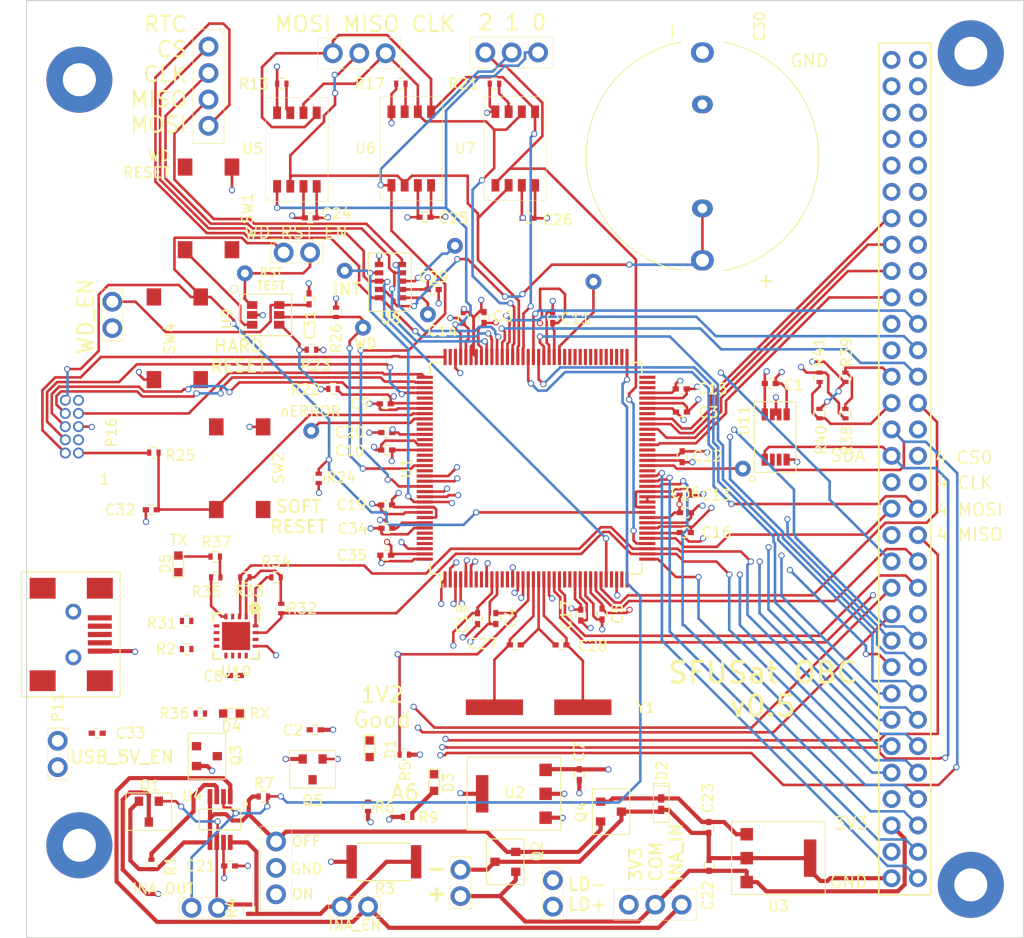
<source format=kicad_pcb>
(kicad_pcb (version 4) (host pcbnew 4.0.4-stable)
  (layers (0 f.Cu signal) (1 GND power) (2 3v3 mixed) (31 b.Cu signal) (35 F.Paste user hide) (37 F.SilkS user) (39 F.Mask user) (44 Edge.Cuts user))
  (net 0 "")
  (net 1 1v2)
  (net 2 GND)
  (net 3 FTDI_VCCIO)
  (net 4 104_In_GND)
  (net 5 3v3)
  (net 6 104_GND)
  (net 7 5v0)
  (net 8 /MCU_Support_Reset/OSC_P)
  (net 9 "Net-(C27-Pad2)")
  (net 10 /MCU_Support_Reset/OSC_N)
  (net 11 "Net-(C30-Pad1)")
  (net 12 "Net-(C31-Pad1)")
  (net 13 "Net-(C32-Pad1)")
  (net 14 USB_5V)
  (net 15 "Net-(D1-Pad2)")
  (net 16 "Net-(D1-Pad1)")
  (net 17 "Net-(D3-Pad2)")
  (net 18 "Net-(D3-Pad1)")
  (net 19 "Net-(D4-Pad2)")
  (net 20 "Net-(D4-Pad1)")
  (net 21 "Net-(D5-Pad2)")
  (net 22 "Net-(D5-Pad1)")
  (net 23 "Net-(J1-Pad30B)")
  (net 24 "Net-(J1-Pad28B)")
  (net 25 "Net-(J1-Pad27B)")
  (net 26 I2C_SCL)
  (net 27 I2C_SDA)
  (net 28 "Net-(J1-Pad16B)")
  (net 29 GIOB3)
  (net 30 GIOB2)
  (net 31 GIOB1)
  (net 32 GIOA1)
  (net 33 GIOA0)
  (net 34 UART_TX)
  (net 35 UART_RX)
  (net 36 "Net-(J1-Pad4B)")
  (net 37 "Net-(J1-Pad2B)")
  (net 38 "Net-(J1-Pad30A)")
  (net 39 "Net-(J1-Pad28A)")
  (net 40 "Net-(J1-Pad27A)")
  (net 41 "Net-(J1-Pad18A)")
  (net 42 RF_IRQ)
  (net 43 RF_CS)
  (net 44 RF_MISO)
  (net 45 RF_MOSI)
  (net 46 RF_CLK)
  (net 47 INA_INPUT)
  (net 48 "Net-(P3-Pad1)")
  (net 49 "Net-(P4-Pad2)")
  (net 50 INA_ALERT)
  (net 51 INA_OUT)
  (net 52 USB_P)
  (net 53 USB_N)
  (net 54 "Net-(P6-Pad4)")
  (net 55 RTC_MISO)
  (net 56 RTC_CLK)
  (net 57 RTC_CS)
  (net 58 RTC_MOSI)
  (net 59 FLASH_CLK)
  (net 60 FLASH_MISO)
  (net 61 FLASH_MOSI)
  (net 62 FLASH2_CS)
  (net 63 FLASH1_CS)
  (net 64 FLASH0_CS)
  (net 65 nTRST)
  (net 66 TDI)
  (net 67 TMS)
  (net 68 TCK)
  (net 69 RTCK)
  (net 70 TDO)
  (net 71 GIOA6)
  (net 72 "Net-(R1-Pad1)")
  (net 73 /PC104_Connector/RUSB_N)
  (net 74 MASTER_RESET)
  (net 75 "Net-(R22-Pad2)")
  (net 76 WATCHDOG)
  (net 77 /PC104_Connector/RUSB_P)
  (net 78 "Net-(R34-Pad2)")
  (net 79 "Net-(R35-Pad2)")
  (net 80 "Net-(SW1-Pad1)")
  (net 81 GIOA2)
  (net 82 "Net-(U1-Pad35)")
  (net 83 "Net-(U1-Pad54)")
  (net 84 "Net-(U1-Pad55)")
  (net 85 "Net-(U1-Pad86)")
  (net 86 "Net-(U1-Pad107)")
  (net 87 "Net-(U1-Pad118)")
  (net 88 "Net-(U1-Pad119)")
  (net 89 "Net-(U1-Pad124)")
  (net 90 "Net-(U1-Pad125)")
  (net 91 "Net-(U1-Pad127)")
  (net 92 "Net-(U1-Pad139)")
  (net 93 "Net-(U8-Pad3)")
  (net 94 "Net-(U8-Pad1)")
  (net 95 "Net-(U10-Pad12)")
  (net 96 "Net-(U10-Pad14)")
  (net 97 "Net-(P14-Pad2)")
  (net 98 "Net-(R13-Pad2)")
  (net 99 "Net-(R17-Pad2)")
  (net 100 "Net-(R21-Pad2)")
  (net 101 nERROR)
  (net 102 "Net-(U11-Pad3)")
  (net 103 AD1_20)
  (net 104 AD1_19)
  (net 105 AD1_18)
  (net 106 AD1_17)
  (net 107 AD1_16)
  (net 108 AD1_21)
  (net 109 AD1_11)
  (net 110 AD1_12)
  (net 111 AD1_13)
  (net 112 AD1_22)
  (net 113 AD1_14)
  (net 114 AD1_23)
  (net 115 AD1_15)
  (net 116 "Net-(P16-Pad9)")
  (net 117 "Net-(J1-Pad31A)")
  (net 118 "Net-(J1-Pad29A)")
  (net 119 LIN_TX)
  (net 120 LIN_RX)
  (net 121 104_3v3)
  (net 122 "Net-(J1-Pad22B)")
  (net 123 "Net-(J1-Pad21B)")
  (net 124 xGPIO6)
  (net 125 xGPIO7)
  (net 126 xGPIO8)
  (net 127 "Net-(J1-Pad26A)")
  (net 128 "Net-(J1-Pad25A)")
  (net 129 "Net-(J1-Pad24A)")
  (net 130 "Net-(J1-Pad23A)")
  (net 131 xGPIO5)
  (net 132 xGPIO4)
  (net 133 xGPIO3)
  (net 134 xGPIO2)
  (net 135 "Net-(J1-Pad17A)")
  (net 136 "Net-(J1-Pad16A)")
  (net 137 xGPIO1)
  (net 138 xGPIO0)
  (net 139 "Net-(J1-Pad11A)")
  (net 140 RF_CS2)
  (net 141 "Net-(U1-Pad7)")
  (net 142 "Net-(U1-Pad8)")
  (net 143 "Net-(U1-Pad12)")
  (net 144 "Net-(U1-Pad13)")
  (net 145 "Net-(U1-Pad24)")
  (net 146 "Net-(U1-Pad25)")
  (net 147 "Net-(U1-Pad33)")
  (net 148 "Net-(U1-Pad36)")
  (net 149 "Net-(U1-Pad60)")
  (net 150 "Net-(U1-Pad61)")
  (net 151 "Net-(U1-Pad70)")
  (net 152 "Net-(U1-Pad71)")
  (net 153 "Net-(U1-Pad72)")
  (net 154 "Net-(U1-Pad74)")
  (net 155 "Net-(U1-Pad76)")
  (net 156 "Net-(U1-Pad78)")
  (net 157 "Net-(U1-Pad80)")
  (net 158 "Net-(U1-Pad83)")
  (net 159 "Net-(U1-Pad140)")
  (net 160 "Net-(U1-Pad141)")
  (net 161 "Net-(J1-Pad20B)")
  (net 162 "Net-(J1-Pad19B)")
  (net 163 xNHET1)
  (net 164 xNHET0)
  (net 165 xGPIO12)
  (net 166 xGPIO11)
  (net 167 xGPIO10)
  (net 168 xGPIO9)
  (module SFUSat:SOT-8_208mil_medium (layer f.Cu) (at 126 34.34)
    (fp_text reference U5 (at -4.26 -0.08) (layer F.SilkS))
    (fp_text value FLASH_IS25LP016D)
    (pad 2 smd rect (at -0.635 3.54) (size 0.76 1.2) (layers f.Cu F.Paste F.Mask) (net 60 FLASH_MISO))
    (pad 3 smd rect (at 0.635 3.54) (size 0.76 1.2) (layers f.Cu F.Paste F.Mask) (net 5 3v3))
    (pad 4 smd rect (at 1.905 3.54) (size 0.76 1.2) (layers f.Cu F.Paste F.Mask) (net 2 GND))
    (pad 1 smd rect (at -1.905 3.54) (size 0.76 1.2) (layers f.Cu F.Paste F.Mask) (net 64 FLASH0_CS))
    (pad 8 smd rect (at -1.905 -3.54) (size 0.76 1.2) (layers f.Cu F.Paste F.Mask) (net 5 3v3))
    (pad 7 smd rect (at -0.635 -3.54) (size 0.76 1.2) (layers f.Cu F.Paste F.Mask) (net 98 "Net-(R13-Pad2)"))
    (pad 6 smd rect (at 0.635 -3.54) (size 0.76 1.2) (layers f.Cu F.Paste F.Mask) (net 59 FLASH_CLK))
    (pad 5 smd rect (at 1.905 -3.54) (size 0.76 1.2) (layers f.Cu F.Paste F.Mask) (net 61 FLASH_MOSI))
  )
  (module SFUSat:PC104PTH (layer f.Cu) (at 159.1 95.5)
    (fp_text reference REF** hide)
    (fp_text value PC104PTH hide)
    (pad 1 thru_hole circle (at 31.71 9.59) (size 6.35 6.35) (drill 3.18) (layers *.Cu *.Mask))
  )
  (module SFUSat:SOT23_DMN2075U (layer f.Cu) (at 146.05 102.87 90)
    (fp_text reference Q2 (at 1.016 3.048 90) (layer F.SilkS))
    (fp_text value DMN2075U)
    (pad 1 smd rect (at 0 -1 90) (size 0.8 0.9) (layers f.Cu F.Paste F.Mask) (net 4 104_In_GND))
    (pad 2 smd rect (at -0.96 1 90) (size 0.8 0.9) (layers f.Cu F.Paste F.Mask) (net 121 104_3v3))
    (pad 3 smd rect (at 0.95 1 90) (size 0.8 0.9) (layers f.Cu F.Paste F.Mask) (net 6 104_GND))
  )
  (module SFUSat:3x_01In_Header_v2 (layer f.Cu) (at 124 103.46 90)
    (fp_text reference P3 hide)
    (fp_text value INA_GND)
    (pad 1 thru_hole circle (at -2.54 0 90) (size 1.9 1.9) (drill 1.15) (layers *.Cu *.Mask) (net 48 "Net-(P3-Pad1)"))
    (pad 2 thru_hole circle (at 0 0 90) (size 1.9 1.9) (drill 1.15) (layers *.Cu *.Mask) (net 2 GND))
    (pad 3 thru_hole circle (at 2.54 0 90) (size 1.9 1.9) (drill 1.15) (layers *.Cu *.Mask) (net 6 104_GND))
  )
  (module SFUSat:C_0402 (layer f.Cu) (at 127.762 90.17)
    (fp_text reference C2 (at -2.15 0.03) (layer F.SilkS))
    (fp_text value 1µF)
    (pad 1 smd rect (at -0.525 0) (size 0.6 0.5) (layers f.Cu F.Paste F.Mask) (net 1 1v2))
    (pad 2 smd rect (at 0.525 0) (size 0.6 0.5) (layers f.Cu F.Paste F.Mask) (net 2 GND))
  )
  (module SFUSat:C_0402 (layer f.Cu) (at 145.13 79.47 270)
    (fp_text reference C4 (at -0.035 -1.445 450) (layer F.SilkS))
    (fp_text value 0.1µF)
    (pad 1 smd rect (at -0.525 0 270) (size 0.6 0.5) (layers f.Cu F.Paste F.Mask) (net 1 1v2))
    (pad 2 smd rect (at 0.525 0 270) (size 0.6 0.5) (layers f.Cu F.Paste F.Mask) (net 2 GND))
  )
  (module SFUSat:C_0402 (layer f.Cu) (at 155.35 79.03 270)
    (fp_text reference C5 (at 0 -1.5 270) (layer F.SilkS))
    (fp_text value 0.1µF)
    (pad 1 smd rect (at -0.525 0 270) (size 0.6 0.5) (layers f.Cu F.Paste F.Mask) (net 1 1v2))
    (pad 2 smd rect (at 0.525 0 270) (size 0.6 0.5) (layers f.Cu F.Paste F.Mask) (net 2 GND))
  )
  (module SFUSat:C_0402 (layer f.Cu) (at 144 50.5 90)
    (fp_text reference C6 (at 0.1 1.8 180) (layer F.SilkS))
    (fp_text value 0.1µF)
    (pad 1 smd rect (at -0.525 0 90) (size 0.6 0.5) (layers f.Cu F.Paste F.Mask) (net 1 1v2))
    (pad 2 smd rect (at 0.525 0 90) (size 0.6 0.5) (layers f.Cu F.Paste F.Mask) (net 2 GND))
  )
  (module SFUSat:C_0402 (layer f.Cu) (at 153.162 94.488 270)
    (fp_text reference C7 (at -2.2 0 270) (layer F.SilkS))
    (fp_text value 0.1µF)
    (pad 1 smd rect (at -0.525 0 270) (size 0.6 0.5) (layers f.Cu F.Paste F.Mask) (net 1 1v2))
    (pad 2 smd rect (at 0.525 0 270) (size 0.6 0.5) (layers f.Cu F.Paste F.Mask) (net 2 GND))
  )
  (module SFUSat:C_0402 (layer f.Cu) (at 120.09 84.95)
    (fp_text reference C8 (at -2.12 0.07) (layer F.SilkS))
    (fp_text value 100nF)
    (pad 1 smd rect (at -0.525 0) (size 0.6 0.5) (layers f.Cu F.Paste F.Mask) (net 3 FTDI_VCCIO))
    (pad 2 smd rect (at 0.525 0) (size 0.6 0.5) (layers f.Cu F.Paste F.Mask) (net 4 104_In_GND))
  )
  (module SFUSat:C_0402 (layer f.Cu) (at 134.5 58.8 180)
    (fp_text reference C9 (at 2.4 0 180) (layer F.SilkS))
    (fp_text value 0.1µF)
    (pad 1 smd rect (at -0.525 0 180) (size 0.6 0.5) (layers f.Cu F.Paste F.Mask) (net 1 1v2))
    (pad 2 smd rect (at 0.525 0 180) (size 0.6 0.5) (layers f.Cu F.Paste F.Mask) (net 2 GND))
  )
  (module SFUSat:C_0402 (layer f.Cu) (at 134.64 63.25 180)
    (fp_text reference C10 (at 3.57 -0.08 180) (layer F.SilkS))
    (fp_text value 0.1µF)
    (pad 1 smd rect (at -0.525 0 180) (size 0.6 0.5) (layers f.Cu F.Paste F.Mask) (net 1 1v2))
    (pad 2 smd rect (at 0.525 0 180) (size 0.6 0.5) (layers f.Cu F.Paste F.Mask) (net 2 GND))
  )
  (module SFUSat:C_0402 (layer f.Cu) (at 150.6 50.5 90)
    (fp_text reference C11 (at -0.1 2.2 180) (layer F.SilkS))
    (fp_text value 0.1µF)
    (pad 1 smd rect (at -0.525 0 90) (size 0.6 0.5) (layers f.Cu F.Paste F.Mask) (net 1 1v2))
    (pad 2 smd rect (at 0.525 0 90) (size 0.6 0.5) (layers f.Cu F.Paste F.Mask) (net 2 GND))
  )
  (module SFUSat:C_0402 (layer f.Cu) (at 163.05 63.9 270)
    (fp_text reference C12 (at -0.07 -2.42 360) (layer F.SilkS))
    (fp_text value 0.1µF)
    (pad 1 smd rect (at -0.525 0 270) (size 0.6 0.5) (layers f.Cu F.Paste F.Mask) (net 1 1v2))
    (pad 2 smd rect (at 0.525 0 270) (size 0.6 0.5) (layers f.Cu F.Paste F.Mask) (net 2 GND))
  )
  (module SFUSat:C_0402 (layer f.Cu) (at 163.32 67.6)
    (fp_text reference C13 (at 3 0) (layer F.SilkS))
    (fp_text value 0.1µF)
    (pad 1 smd rect (at -0.525 0) (size 0.6 0.5) (layers f.Cu F.Paste F.Mask) (net 1 1v2))
    (pad 2 smd rect (at 0.525 0) (size 0.6 0.5) (layers f.Cu F.Paste F.Mask) (net 2 GND))
  )
  (module SFUSat:C_0402 (layer f.Cu) (at 142 50.5 270)
    (fp_text reference C14 (at 1.3 2 360) (layer F.SilkS))
    (fp_text value 0.1µF)
    (pad 1 smd rect (at -0.525 0 270) (size 0.6 0.5) (layers f.Cu F.Paste F.Mask) (net 2 GND))
    (pad 2 smd rect (at 0.525 0 270) (size 0.6 0.5) (layers f.Cu F.Paste F.Mask) (net 5 3v3))
  )
  (module SFUSat:C_0402 (layer f.Cu) (at 162.96 57.37)
    (fp_text reference C15 (at 3 0) (layer F.SilkS))
    (fp_text value 0.1µF)
    (pad 1 smd rect (at -0.525 0) (size 0.6 0.5) (layers f.Cu F.Paste F.Mask) (net 5 3v3))
    (pad 2 smd rect (at 0.525 0) (size 0.6 0.5) (layers f.Cu F.Paste F.Mask) (net 2 GND))
  )
  (module SFUSat:C_0402 (layer f.Cu) (at 163.36 71.19)
    (fp_text reference C16 (at 3 0) (layer F.SilkS))
    (fp_text value 0.1µF)
    (pad 1 smd rect (at -0.525 0) (size 0.6 0.5) (layers f.Cu F.Paste F.Mask) (net 5 3v3))
    (pad 2 smd rect (at 0.525 0) (size 0.6 0.5) (layers f.Cu F.Paste F.Mask) (net 2 GND))
  )
  (module SFUSat:C_0402 (layer f.Cu) (at 153.3 79.13 90)
    (fp_text reference C17 (at 0 -1.4 90) (layer F.SilkS))
    (fp_text value 0.1µF)
    (pad 1 smd rect (at -0.525 0 90) (size 0.6 0.5) (layers f.Cu F.Paste F.Mask) (net 2 GND))
    (pad 2 smd rect (at 0.525 0 90) (size 0.6 0.5) (layers f.Cu F.Paste F.Mask) (net 5 3v3))
  )
  (module SFUSat:C_0402 (layer f.Cu) (at 143.375 79.475 270)
    (fp_text reference C18 (at 0 1.5 450) (layer F.SilkS))
    (fp_text value 0.1µF)
    (pad 1 smd rect (at -0.525 0 270) (size 0.6 0.5) (layers f.Cu F.Paste F.Mask) (net 5 3v3))
    (pad 2 smd rect (at 0.525 0 270) (size 0.6 0.5) (layers f.Cu F.Paste F.Mask) (net 2 GND))
  )
  (module SFUSat:C_0402 (layer f.Cu) (at 134.63 68.54 180)
    (fp_text reference C19 (at 3.4 0.01 180) (layer F.SilkS))
    (fp_text value 0.1µF)
    (pad 1 smd rect (at -0.525 0 180) (size 0.6 0.5) (layers f.Cu F.Paste F.Mask) (net 5 3v3))
    (pad 2 smd rect (at 0.525 0 180) (size 0.6 0.5) (layers f.Cu F.Paste F.Mask) (net 2 GND))
  )
  (module SFUSat:C_0402 (layer f.Cu) (at 134.65 61.57 180)
    (fp_text reference C20 (at 3.58 0.02 180) (layer F.SilkS))
    (fp_text value 0.1µF)
    (pad 1 smd rect (at -0.525 0 180) (size 0.6 0.5) (layers f.Cu F.Paste F.Mask) (net 5 3v3))
    (pad 2 smd rect (at 0.525 0 180) (size 0.6 0.5) (layers f.Cu F.Paste F.Mask) (net 2 GND))
  )
  (module SFUSat:C_0402 (layer f.Cu) (at 119.54 103.27)
    (fp_text reference C21 (at -2.8 0) (layer F.SilkS))
    (fp_text value 4.7µF)
    (pad 1 smd rect (at -0.525 0) (size 0.6 0.5) (layers f.Cu F.Paste F.Mask) (net 5 3v3))
    (pad 2 smd rect (at 0.525 0) (size 0.6 0.5) (layers f.Cu F.Paste F.Mask) (net 2 GND))
  )
  (module SFUSat:C_0402 (layer f.Cu) (at 165.64 103.215 90)
    (fp_text reference C22 (at -2.9 -0.11 90) (layer F.SilkS))
    (fp_text value 4.7µF)
    (pad 1 smd rect (at -0.525 0 90) (size 0.6 0.5) (layers f.Cu F.Paste F.Mask) (net 121 104_3v3))
    (pad 2 smd rect (at 0.525 0 90) (size 0.6 0.5) (layers f.Cu F.Paste F.Mask) (net 4 104_In_GND))
  )
  (module SFUSat:C_0402 (layer f.Cu) (at 165.608 99.568 270)
    (fp_text reference C23 (at -2.835 0.07 270) (layer F.SilkS))
    (fp_text value 1µF)
    (pad 1 smd rect (at -0.525 0 270) (size 0.6 0.5) (layers f.Cu F.Paste F.Mask) (net 7 5v0))
    (pad 2 smd rect (at 0.525 0 270) (size 0.6 0.5) (layers f.Cu F.Paste F.Mask) (net 4 104_In_GND))
  )
  (module SFUSat:C_0402 (layer f.Cu) (at 127.29 40.91 180)
    (fp_text reference C24 (at -2.51 0.4 180) (layer F.SilkS))
    (fp_text value 0.1µF)
    (pad 1 smd rect (at -0.525 0 180) (size 0.6 0.5) (layers f.Cu F.Paste F.Mask) (net 2 GND))
    (pad 2 smd rect (at 0.525 0 180) (size 0.6 0.5) (layers f.Cu F.Paste F.Mask) (net 5 3v3))
  )
  (module SFUSat:C_0402 (layer f.Cu) (at 138.32 40.85 180)
    (fp_text reference C25 (at -2.74 -0.07 180) (layer F.SilkS))
    (fp_text value 0.1µF)
    (pad 1 smd rect (at -0.525 0 180) (size 0.6 0.5) (layers f.Cu F.Paste F.Mask) (net 2 GND))
    (pad 2 smd rect (at 0.525 0 180) (size 0.6 0.5) (layers f.Cu F.Paste F.Mask) (net 5 3v3))
  )
  (module SFUSat:C_0402 (layer f.Cu) (at 148.23 40.95 180)
    (fp_text reference C26 (at -2.83 -0.15 180) (layer F.SilkS))
    (fp_text value 0.1µF)
    (pad 1 smd rect (at -0.525 0 180) (size 0.6 0.5) (layers f.Cu F.Paste F.Mask) (net 2 GND))
    (pad 2 smd rect (at 0.525 0 180) (size 0.6 0.5) (layers f.Cu F.Paste F.Mask) (net 5 3v3))
  )
  (module SFUSat:C_0402 (layer f.Cu) (at 147 82)
    (fp_text reference C27 (at -3.15 -0.1) (layer F.SilkS))
    (fp_text value 33pF)
    (pad 1 smd rect (at -0.525 0) (size 0.6 0.5) (layers f.Cu F.Paste F.Mask) (net 8 /MCU_Support_Reset/OSC_P))
    (pad 2 smd rect (at 0.525 0) (size 0.6 0.5) (layers f.Cu F.Paste F.Mask) (net 9 "Net-(C27-Pad2)"))
  )
  (module SFUSat:C_0402 (layer f.Cu) (at 151.4 82)
    (fp_text reference C28 (at 3.05 0.1) (layer F.SilkS))
    (fp_text value 33pF)
    (pad 1 smd rect (at -0.525 0) (size 0.6 0.5) (layers f.Cu F.Paste F.Mask) (net 9 "Net-(C27-Pad2)"))
    (pad 2 smd rect (at 0.525 0) (size 0.6 0.5) (layers f.Cu F.Paste F.Mask) (net 10 /MCU_Support_Reset/OSC_N))
  )
  (module SFUSat:C_0402 (layer f.Cu) (at 139.11 47.81)
    (fp_text reference C29 (at 0 -1.2) (layer F.SilkS))
    (fp_text value 10nF)
    (pad 1 smd rect (at -0.525 0) (size 0.6 0.5) (layers f.Cu F.Paste F.Mask) (net 5 3v3))
    (pad 2 smd rect (at 0.525 0) (size 0.6 0.5) (layers f.Cu F.Paste F.Mask) (net 2 GND))
  )
  (module SFUSat:C_0402 (layer f.Cu) (at 127.17 48.705 90)
    (fp_text reference C31 (at -2.495 0.09 90) (layer F.SilkS))
    (fp_text value 0.1µF)
    (pad 1 smd rect (at -0.525 0 90) (size 0.6 0.5) (layers f.Cu F.Paste F.Mask) (net 12 "Net-(C31-Pad1)"))
    (pad 2 smd rect (at 0.525 0 90) (size 0.6 0.5) (layers f.Cu F.Paste F.Mask) (net 2 GND))
  )
  (module SFUSat:C_0402 (layer f.Cu) (at 112 69 180)
    (fp_text reference C32 (at 3 0 180) (layer F.SilkS))
    (fp_text value 0.1µF)
    (pad 1 smd rect (at -0.525 0 180) (size 0.6 0.5) (layers f.Cu F.Paste F.Mask) (net 13 "Net-(C32-Pad1)"))
    (pad 2 smd rect (at 0.525 0 180) (size 0.6 0.5) (layers f.Cu F.Paste F.Mask) (net 2 GND))
  )
  (module SFUSat:C_0402 (layer f.Cu) (at 106.8 90.5 180)
    (fp_text reference C33 (at -3.2 0 180) (layer F.SilkS))
    (fp_text value 10nF)
    (pad 1 smd rect (at -0.525 0 180) (size 0.6 0.5) (layers f.Cu F.Paste F.Mask) (net 14 USB_5V))
    (pad 2 smd rect (at 0.525 0 180) (size 0.6 0.5) (layers f.Cu F.Paste F.Mask) (net 4 104_In_GND))
  )
  (module SFUSat:LED_0603 (layer f.Cu) (at 133 92 270)
    (fp_text reference D1 (at 0 -2 270) (layer F.SilkS))
    (fp_text value LED)
    (pad 2 smd rect (at 0.8 0 90) (size 0.8 0.8) (layers f.Cu F.Paste F.Mask) (net 15 "Net-(D1-Pad2)"))
    (pad 1 smd rect (at -0.8 0 90) (size 0.8 0.8) (layers f.Cu F.Paste F.Mask) (net 16 "Net-(D1-Pad1)"))
  )
  (module SFUSat:PESD57zx (layer f.Cu) (at 161.036 97.324 270)
    (fp_text reference D2 (at -3.22 -0.06 270) (layer F.SilkS))
    (fp_text value PESD5Zx)
    (pad 1 smd rect (at -0.55 0 270) (size 0.8 0.6) (layers f.Cu F.Paste F.Mask) (net 7 5v0))
    (pad 2 smd rect (at 0.55 0 270) (size 0.8 0.6) (layers f.Cu F.Paste F.Mask) (net 4 104_In_GND))
  )
  (module SFUSat:LED_0603 (layer f.Cu) (at 139.192 95.25 270)
    (fp_text reference D3 (at 0 -1.39 270) (layer F.SilkS))
    (fp_text value LED)
    (pad 2 smd rect (at 0.8 0 90) (size 0.8 0.8) (layers f.Cu F.Paste F.Mask) (net 17 "Net-(D3-Pad2)"))
    (pad 1 smd rect (at -0.8 0 90) (size 0.8 0.8) (layers f.Cu F.Paste F.Mask) (net 18 "Net-(D3-Pad1)"))
  )
  (module SFUSat:LED_0603 (layer f.Cu) (at 119.710572 88.603643 180)
    (fp_text reference D4 (at 0 -1.25 180) (layer F.SilkS))
    (fp_text value TX)
    (pad 2 smd rect (at 0.8 0) (size 0.8 0.8) (layers f.Cu F.Paste F.Mask) (net 19 "Net-(D4-Pad2)"))
    (pad 1 smd rect (at -0.8 0) (size 0.8 0.8) (layers f.Cu F.Paste F.Mask) (net 20 "Net-(D4-Pad1)"))
  )
  (module SFUSat:LED_0603 (layer f.Cu) (at 114.6 74.2 90)
    (fp_text reference D5 (at 0 -1.25 90) (layer F.SilkS))
    (fp_text value RX)
    (pad 2 smd rect (at 0.8 0 270) (size 0.8 0.8) (layers f.Cu F.Paste F.Mask) (net 21 "Net-(D5-Pad2)"))
    (pad 1 smd rect (at -0.8 0 270) (size 0.8 0.8) (layers f.Cu F.Paste F.Mask) (net 22 "Net-(D5-Pad1)"))
  )
  (module SFUSat:PC104-8bit (layer f.Cu) (at 184.46 65.08)
    (fp_text reference J1 hide)
    (fp_text value PC104-8BIT)
    (pad 32B thru_hole circle (at -1.27 -39.37) (size 1.72 1.72) (drill 1.02) (layers *.Cu *.Mask) (net 4 104_In_GND))
    (pad 31B thru_hole circle (at -1.27 -36.83) (size 1.72 1.72) (drill 1.02) (layers *.Cu *.Mask) (net 4 104_In_GND))
    (pad 30B thru_hole circle (at -1.27 -34.29) (size 1.72 1.72) (drill 1.02) (layers *.Cu *.Mask) (net 23 "Net-(J1-Pad30B)"))
    (pad 29B thru_hole circle (at -1.27 -31.75) (size 1.72 1.72) (drill 1.02) (layers *.Cu *.Mask) (net 121 104_3v3))
    (pad 28B thru_hole circle (at -1.27 -29.21) (size 1.72 1.72) (drill 1.02) (layers *.Cu *.Mask) (net 24 "Net-(J1-Pad28B)"))
    (pad 27B thru_hole circle (at -1.27 -26.67) (size 1.72 1.72) (drill 1.02) (layers *.Cu *.Mask) (net 25 "Net-(J1-Pad27B)"))
    (pad 26B thru_hole circle (at -1.27 -24.13) (size 1.72 1.72) (drill 1.02) (layers *.Cu *.Mask) (net 103 AD1_20))
    (pad 25B thru_hole circle (at -1.27 -21.59) (size 1.72 1.72) (drill 1.02) (layers *.Cu *.Mask) (net 104 AD1_19))
    (pad 24B thru_hole circle (at -1.27 -19.05) (size 1.72 1.72) (drill 1.02) (layers *.Cu *.Mask) (net 105 AD1_18))
    (pad 23B thru_hole circle (at -1.27 -16.51) (size 1.72 1.72) (drill 1.02) (layers *.Cu *.Mask) (net 106 AD1_17))
    (pad 22B thru_hole circle (at -1.27 -13.97) (size 1.72 1.72) (drill 1.02) (layers *.Cu *.Mask) (net 122 "Net-(J1-Pad22B)"))
    (pad 21B thru_hole circle (at -1.27 -11.43) (size 1.72 1.72) (drill 1.02) (layers *.Cu *.Mask) (net 123 "Net-(J1-Pad21B)"))
    (pad 20B thru_hole circle (at -1.27 -8.89) (size 1.72 1.72) (drill 1.02) (layers *.Cu *.Mask) (net 161 "Net-(J1-Pad20B)"))
    (pad 19B thru_hole circle (at -1.27 -6.35) (size 1.72 1.72) (drill 1.02) (layers *.Cu *.Mask) (net 162 "Net-(J1-Pad19B)"))
    (pad 18B thru_hole circle (at -1.27 -3.81) (size 1.72 1.72) (drill 1.02) (layers *.Cu *.Mask) (net 26 I2C_SCL))
    (pad 17B thru_hole circle (at -1.27 -1.27) (size 1.72 1.72) (drill 1.02) (layers *.Cu *.Mask) (net 27 I2C_SDA))
    (pad 16B thru_hole circle (at -1.27 1.27) (size 1.72 1.72) (drill 1.02) (layers *.Cu *.Mask) (net 28 "Net-(J1-Pad16B)"))
    (pad 15B thru_hole circle (at -1.27 3.81) (size 1.72 1.72) (drill 1.02) (layers *.Cu *.Mask) (net 124 xGPIO6))
    (pad 14B thru_hole circle (at -1.27 6.35) (size 1.72 1.72) (drill 1.02) (layers *.Cu *.Mask) (net 125 xGPIO7))
    (pad 13B thru_hole circle (at -1.27 8.89) (size 1.72 1.72) (drill 1.02) (layers *.Cu *.Mask) (net 126 xGPIO8))
    (pad 12B thru_hole circle (at -1.27 11.43) (size 1.72 1.72) (drill 1.02) (layers *.Cu *.Mask) (net 29 GIOB3))
    (pad 11B thru_hole circle (at -1.27 13.97) (size 1.72 1.72) (drill 1.02) (layers *.Cu *.Mask) (net 30 GIOB2))
    (pad 10B thru_hole circle (at -1.27 16.51) (size 1.72 1.72) (drill 1.02) (layers *.Cu *.Mask) (net 31 GIOB1))
    (pad 9B thru_hole circle (at -1.27 19.05) (size 1.72 1.72) (drill 1.02) (layers *.Cu *.Mask) (net 81 GIOA2))
    (pad 8B thru_hole circle (at -1.27 21.59) (size 1.72 1.72) (drill 1.02) (layers *.Cu *.Mask) (net 32 GIOA1))
    (pad 7B thru_hole circle (at -1.27 24.13) (size 1.72 1.72) (drill 1.02) (layers *.Cu *.Mask) (net 33 GIOA0))
    (pad 6B thru_hole circle (at -1.27 26.67) (size 1.72 1.72) (drill 1.02) (layers *.Cu *.Mask) (net 34 UART_TX))
    (pad 5B thru_hole circle (at -1.27 29.21) (size 1.72 1.72) (drill 1.02) (layers *.Cu *.Mask) (net 35 UART_RX))
    (pad 4B thru_hole circle (at -1.27 31.75) (size 1.72 1.72) (drill 1.02) (layers *.Cu *.Mask) (net 36 "Net-(J1-Pad4B)"))
    (pad 3B thru_hole circle (at -1.27 34.29) (size 1.72 1.72) (drill 1.02) (layers *.Cu *.Mask) (net 121 104_3v3))
    (pad 2B thru_hole circle (at -1.27 36.83) (size 1.72 1.72) (drill 1.02) (layers *.Cu *.Mask) (net 37 "Net-(J1-Pad2B)"))
    (pad 1B thru_hole circle (at -1.27 39.37) (size 1.72 1.72) (drill 1.02) (layers *.Cu *.Mask) (net 4 104_In_GND))
    (pad 32A thru_hole circle (at 1.27 -39.37) (size 1.72 1.72) (drill 1.02) (layers *.Cu *.Mask) (net 4 104_In_GND))
    (pad 31A thru_hole circle (at 1.27 -36.83) (size 1.72 1.72) (drill 1.02) (layers *.Cu *.Mask) (net 117 "Net-(J1-Pad31A)"))
    (pad 30A thru_hole circle (at 1.27 -34.29) (size 1.72 1.72) (drill 1.02) (layers *.Cu *.Mask) (net 38 "Net-(J1-Pad30A)"))
    (pad 29A thru_hole circle (at 1.27 -31.75) (size 1.72 1.72) (drill 1.02) (layers *.Cu *.Mask) (net 118 "Net-(J1-Pad29A)"))
    (pad 28A thru_hole circle (at 1.27 -29.21) (size 1.72 1.72) (drill 1.02) (layers *.Cu *.Mask) (net 39 "Net-(J1-Pad28A)"))
    (pad 27A thru_hole circle (at 1.27 -26.67) (size 1.72 1.72) (drill 1.02) (layers *.Cu *.Mask) (net 40 "Net-(J1-Pad27A)"))
    (pad 26A thru_hole circle (at 1.27 -24.13) (size 1.72 1.72) (drill 1.02) (layers *.Cu *.Mask) (net 127 "Net-(J1-Pad26A)"))
    (pad 25A thru_hole circle (at 1.27 -21.59) (size 1.72 1.72) (drill 1.02) (layers *.Cu *.Mask) (net 128 "Net-(J1-Pad25A)"))
    (pad 24A thru_hole circle (at 1.27 -19.05) (size 1.72 1.72) (drill 1.02) (layers *.Cu *.Mask) (net 129 "Net-(J1-Pad24A)"))
    (pad 23A thru_hole circle (at 1.27 -16.51) (size 1.72 1.72) (drill 1.02) (layers *.Cu *.Mask) (net 130 "Net-(J1-Pad23A)"))
    (pad 22A thru_hole circle (at 1.27 -13.97) (size 1.72 1.72) (drill 1.02) (layers *.Cu *.Mask) (net 131 xGPIO5))
    (pad 21A thru_hole circle (at 1.27 -11.43) (size 1.72 1.72) (drill 1.02) (layers *.Cu *.Mask) (net 132 xGPIO4))
    (pad 20A thru_hole circle (at 1.27 -8.89) (size 1.72 1.72) (drill 1.02) (layers *.Cu *.Mask) (net 133 xGPIO3))
    (pad 19A thru_hole circle (at 1.27 -6.35) (size 1.72 1.72) (drill 1.02) (layers *.Cu *.Mask) (net 134 xGPIO2))
    (pad 18A thru_hole circle (at 1.27 -3.81) (size 1.72 1.72) (drill 1.02) (layers *.Cu *.Mask) (net 41 "Net-(J1-Pad18A)"))
    (pad 17A thru_hole circle (at 1.27 -1.27) (size 1.72 1.72) (drill 1.02) (layers *.Cu *.Mask) (net 135 "Net-(J1-Pad17A)"))
    (pad 16A thru_hole circle (at 1.27 1.27) (size 1.72 1.72) (drill 1.02) (layers *.Cu *.Mask) (net 136 "Net-(J1-Pad16A)"))
    (pad 15A thru_hole circle (at 1.27 3.81) (size 1.72 1.72) (drill 1.02) (layers *.Cu *.Mask) (net 163 xNHET1))
    (pad 14A thru_hole circle (at 1.27 6.35) (size 1.72 1.72) (drill 1.02) (layers *.Cu *.Mask) (net 164 xNHET0))
    (pad 13A thru_hole circle (at 1.27 8.89) (size 1.72 1.72) (drill 1.02) (layers *.Cu *.Mask) (net 137 xGPIO1))
    (pad 12A thru_hole circle (at 1.27 11.43) (size 1.72 1.72) (drill 1.02) (layers *.Cu *.Mask) (net 138 xGPIO0))
    (pad 11A thru_hole circle (at 1.27 13.97) (size 1.72 1.72) (drill 1.02) (layers *.Cu *.Mask) (net 139 "Net-(J1-Pad11A)"))
    (pad 10A thru_hole circle (at 1.27 16.51) (size 1.72 1.72) (drill 1.02) (layers *.Cu *.Mask) (net 165 xGPIO12))
    (pad 9A thru_hole circle (at 1.27 19.05) (size 1.72 1.72) (drill 1.02) (layers *.Cu *.Mask) (net 166 xGPIO11))
    (pad 8A thru_hole circle (at 1.27 21.59) (size 1.72 1.72) (drill 1.02) (layers *.Cu *.Mask) (net 167 xGPIO10))
    (pad 7A thru_hole circle (at 1.27 24.13) (size 1.72 1.72) (drill 1.02) (layers *.Cu *.Mask) (net 168 xGPIO9))
    (pad 6A thru_hole circle (at 1.27 26.67) (size 1.72 1.72) (drill 1.02) (layers *.Cu *.Mask) (net 140 RF_CS2))
    (pad 5A thru_hole circle (at 1.27 29.21) (size 1.72 1.72) (drill 1.02) (layers *.Cu *.Mask) (net 42 RF_IRQ))
    (pad 4A thru_hole circle (at 1.27 31.75) (size 1.72 1.72) (drill 1.02) (layers *.Cu *.Mask) (net 43 RF_CS))
    (pad 3A thru_hole circle (at 1.27 34.29) (size 1.72 1.72) (drill 1.02) (layers *.Cu *.Mask) (net 44 RF_MISO))
    (pad 2A thru_hole circle (at 1.27 36.83) (size 1.72 1.72) (drill 1.02) (layers *.Cu *.Mask) (net 45 RF_MOSI))
    (pad 1A thru_hole circle (at 1.27 39.37) (size 1.72 1.72) (drill 1.02) (layers *.Cu *.Mask) (net 46 RF_CLK))
  )
  (module SFUSat:2x01In_Header_v2 (layer f.Cu) (at 141.732 104.902 90)
    (fp_text reference P1 hide)
    (fp_text value 3v3_IN_CONNECTOR)
    (pad 2 thru_hole circle (at 1.27 0 90) (size 1.9 1.9) (drill 1.15) (layers *.Cu *.Mask) (net 4 104_In_GND))
    (pad 1 thru_hole circle (at -1.27 0 90) (size 1.9 1.9) (drill 1.15) (layers *.Cu *.Mask) (net 121 104_3v3))
  )
  (module SFUSat:3x_01In_Header_v2 (layer f.Cu) (at 160.46 107 180)
    (fp_text reference P2 hide)
    (fp_text value INA_INPUT)
    (pad 1 thru_hole circle (at -2.54 0 180) (size 1.9 1.9) (drill 1.15) (layers *.Cu *.Mask) (net 47 INA_INPUT))
    (pad 2 thru_hole circle (at 0 0 180) (size 1.9 1.9) (drill 1.15) (layers *.Cu *.Mask) (net 121 104_3v3))
    (pad 3 thru_hole circle (at 2.54 0 180) (size 1.9 1.9) (drill 1.15) (layers *.Cu *.Mask) (net 5 3v3))
  )
  (module SFUSat:2x01In_Header_v2 (layer f.Cu) (at 131.572 107.188 180)
    (fp_text reference P4 hide)
    (fp_text value INA_EN)
    (pad 2 thru_hole circle (at 1.27 0 180) (size 1.9 1.9) (drill 1.15) (layers *.Cu *.Mask) (net 49 "Net-(P4-Pad2)"))
    (pad 1 thru_hole circle (at -1.27 0 180) (size 1.9 1.9) (drill 1.15) (layers *.Cu *.Mask) (net 47 INA_INPUT))
  )
  (module SFUSat:2x01In_Header_v2 (layer f.Cu) (at 117.15 107.3)
    (fp_text reference P5 hide)
    (fp_text value INA_OUTPUT)
    (pad 2 thru_hole circle (at 1.27 0) (size 1.9 1.9) (drill 1.15) (layers *.Cu *.Mask) (net 50 INA_ALERT))
    (pad 1 thru_hole circle (at -1.27 0) (size 1.9 1.9) (drill 1.15) (layers *.Cu *.Mask) (net 51 INA_OUT))
  )
  (module SFUSat:USB_MINIB_SMD (layer f.Cu) (at 104.5 81)
    (fp_text reference P6 hide)
    (fp_text value USB_PORT)
    (pad "" np_thru_hole circle (at 0 2.2) (size 1.524 1.524) (drill 0.9) (layers *.Cu *.Mask))
    (pad "" np_thru_hole circle (at 0 -2.2) (size 1.524 1.524) (drill 0.9) (layers *.Cu *.Mask))
    (pad "" smd rect (at -2.95 -4.45) (size 2.5 2) (layers f.Cu F.Paste F.Mask))
    (pad "" smd rect (at -2.95 4.45) (size 2.5 2) (layers f.Cu F.Paste F.Mask))
    (pad "" smd rect (at 2.55 -4.45) (size 2.5 2) (layers f.Cu F.Paste F.Mask))
    (pad "" smd rect (at 2.55 4.45) (size 2.5 2) (layers f.Cu F.Paste F.Mask))
    (pad 3 smd rect (at 2.55 0) (size 2.3 0.5) (layers f.Cu F.Paste F.Mask) (net 52 USB_P))
    (pad 2 smd rect (at 2.55 -0.8) (size 2.3 0.5) (layers f.Cu F.Paste F.Mask) (net 53 USB_N))
    (pad 1 smd rect (at 2.55 -1.6) (size 2.3 0.5) (layers f.Cu F.Paste F.Mask) (net 14 USB_5V))
    (pad 4 smd rect (at 2.55 0.8) (size 2.3 0.5) (layers f.Cu F.Paste F.Mask) (net 54 "Net-(P6-Pad4)"))
    (pad 5 smd rect (at 2.55 1.6) (size 2.3 0.5) (layers f.Cu F.Paste F.Mask) (net 4 104_In_GND))
  )
  (module SFUSat:4x01In_Header_v2 (layer f.Cu) (at 117.5 28.25 270)
    (fp_text reference P8 hide)
    (fp_text value RTC_SPI)
    (pad 3 thru_hole circle (at 1.27 0 270) (size 1.9 1.9) (drill 1.15) (layers *.Cu *.Mask) (net 55 RTC_MISO))
    (pad 2 thru_hole circle (at -1.27 0 270) (size 1.9 1.9) (drill 1.15) (layers *.Cu *.Mask) (net 56 RTC_CLK))
    (pad 1 thru_hole circle (at -3.81 0 270) (size 1.9 1.9) (drill 1.15) (layers *.Cu *.Mask) (net 57 RTC_CS))
    (pad 4 thru_hole circle (at 3.81 0 270) (size 1.9 1.9) (drill 1.15) (layers *.Cu *.Mask) (net 58 RTC_MOSI))
  )
  (module SFUSat:3x_01In_Header_v2 (layer f.Cu) (at 132 25.075 180)
    (fp_text reference P9 hide)
    (fp_text value FLASH_SPI)
    (pad 1 thru_hole circle (at -2.54 0 180) (size 1.9 1.9) (drill 1.15) (layers *.Cu *.Mask) (net 59 FLASH_CLK))
    (pad 2 thru_hole circle (at 0 0 180) (size 1.9 1.9) (drill 1.15) (layers *.Cu *.Mask) (net 60 FLASH_MISO))
    (pad 3 thru_hole circle (at 2.54 0 180) (size 1.9 1.9) (drill 1.15) (layers *.Cu *.Mask) (net 61 FLASH_MOSI))
  )
  (module SFUSat:3x_01In_Header_v2 (layer f.Cu) (at 146.66 25)
    (fp_text reference P10 hide)
    (fp_text value FLASH_CS)
    (pad 1 thru_hole circle (at -2.54 0) (size 1.9 1.9) (drill 1.15) (layers *.Cu *.Mask) (net 62 FLASH2_CS))
    (pad 2 thru_hole circle (at 0 0) (size 1.9 1.9) (drill 1.15) (layers *.Cu *.Mask) (net 63 FLASH1_CS))
    (pad 3 thru_hole circle (at 2.54 0) (size 1.9 1.9) (drill 1.15) (layers *.Cu *.Mask) (net 64 FLASH0_CS))
  )
  (module SFUSat:2x01In_Header_v2 (layer f.Cu) (at 103 92.5 90)
    (fp_text reference P11 (at 4.5 0 90) (layer F.SilkS))
    (fp_text value USB_5V)
    (pad 2 thru_hole circle (at 1.27 0 90) (size 1.9 1.9) (drill 1.15) (layers *.Cu *.Mask) (net 14 USB_5V))
    (pad 1 thru_hole circle (at -1.27 0 90) (size 1.9 1.9) (drill 1.15) (layers *.Cu *.Mask) (net 7 5v0))
  )
  (module SFUSat:2x01In_Header_v2 (layer f.Cu) (at 108.25 50.25 270)
    (fp_text reference P13 hide)
    (fp_text value WD_EN)
    (pad 2 thru_hole circle (at 1.27 0 270) (size 1.9 1.9) (drill 1.15) (layers *.Cu *.Mask) (net 5 3v3))
    (pad 1 thru_hole circle (at -1.27 0 270) (size 1.9 1.9) (drill 1.15) (layers *.Cu *.Mask) (net 12 "Net-(C31-Pad1)"))
  )
  (module SFUSat:SOT23_DMN2075U (layer f.Cu) (at 111.76 98.044 180)
    (fp_text reference Q1 (at -0.1 2.5 180) (layer F.SilkS))
    (fp_text value DMN2075U)
    (pad 1 smd rect (at 0 -1 180) (size 0.8 0.9) (layers f.Cu F.Paste F.Mask) (net 48 "Net-(P3-Pad1)"))
    (pad 2 smd rect (at -0.96 1 180) (size 0.8 0.9) (layers f.Cu F.Paste F.Mask) (net 50 INA_ALERT))
    (pad 3 smd rect (at 0.95 1 180) (size 0.8 0.9) (layers f.Cu F.Paste F.Mask) (net 6 104_GND))
  )
  (module SFUSat:SOT23_DMN2075U (layer f.Cu) (at 117.348 92.71 270)
    (fp_text reference Q3 (at -0.1 -2.8 270) (layer F.SilkS))
    (fp_text value 1v2_GOOD)
    (pad 1 smd rect (at 0 -1 270) (size 0.8 0.9) (layers f.Cu F.Paste F.Mask) (net 16 "Net-(D1-Pad1)"))
    (pad 2 smd rect (at -0.96 1 270) (size 0.8 0.9) (layers f.Cu F.Paste F.Mask) (net 1 1v2))
    (pad 3 smd rect (at 0.95 1 270) (size 0.8 0.9) (layers f.Cu F.Paste F.Mask) (net 2 GND))
  )
  (module SFUSat:SOT23_DMN2075U (layer f.Cu) (at 156.21 98.044 270)
    (fp_text reference Q4 (at 0.06 2.88 270) (layer F.SilkS))
    (fp_text value DMN2075U)
    (pad 1 smd rect (at 0 -1 270) (size 0.8 0.9) (layers f.Cu F.Paste F.Mask) (net 4 104_In_GND))
    (pad 2 smd rect (at -0.96 1 270) (size 0.8 0.9) (layers f.Cu F.Paste F.Mask) (net 7 5v0))
    (pad 3 smd rect (at 0.95 1 270) (size 0.8 0.9) (layers f.Cu F.Paste F.Mask) (net 6 104_GND))
  )
  (module SFUSat:SOT23_DMN2075U (layer f.Cu) (at 127.508 93.98 180)
    (fp_text reference Q5 (at 0 -3 180) (layer F.SilkS))
    (fp_text value DMN2075U)
    (pad 1 smd rect (at 0 -1 180) (size 0.8 0.9) (layers f.Cu F.Paste F.Mask) (net 18 "Net-(D3-Pad1)"))
    (pad 2 smd rect (at -0.96 1 180) (size 0.8 0.9) (layers f.Cu F.Paste F.Mask) (net 71 GIOA6))
    (pad 3 smd rect (at 0.95 1 180) (size 0.8 0.9) (layers f.Cu F.Paste F.Mask) (net 2 GND))
  )
  (module SFUSat:R_0402 (layer f.Cu) (at 112.014 103.124 270)
    (fp_text reference R1 (at 0.146 -1.844 270) (layer F.SilkS))
    (fp_text value 7.5k)
    (pad 1 smd rect (at -0.45 0 270) (size 0.4 0.6) (layers f.Cu F.Paste F.Mask) (net 72 "Net-(R1-Pad1)"))
    (pad 2 smd rect (at 0.45 0 270) (size 0.4 0.6) (layers f.Cu F.Paste F.Mask) (net 6 104_GND))
  )
  (module SFUSat:R_0402 (layer f.Cu) (at 115.4 82.4 180)
    (fp_text reference R2 (at 2 0 180) (layer F.SilkS))
    (fp_text value 27)
    (pad 1 smd rect (at -0.45 0 180) (size 0.4 0.6) (layers f.Cu F.Paste F.Mask) (net 73 /PC104_Connector/RUSB_N))
    (pad 2 smd rect (at 0.45 0 180) (size 0.4 0.6) (layers f.Cu F.Paste F.Mask) (net 53 USB_N))
  )
  (module Resistors_SMD:R_2512 (layer f.Cu) (at 134.366 102.87 180)
    (fp_text reference R3 (at -0.1 -2.6 180) (layer F.SilkS))
    (fp_text value 0.04)
    (pad 1 smd rect (at -3.1 0 180) (size 1 3.2) (layers f.Cu F.Paste F.Mask) (net 49 "Net-(P4-Pad2)"))
    (pad 2 smd rect (at 3.1 0 180) (size 1 3.2) (layers f.Cu F.Paste F.Mask) (net 5 3v3))
  )
  (module SFUSat:R_0402 (layer f.Cu) (at 121.41 107.43 90)
    (fp_text reference R4 (at 0.09 -1.69 90) (layer F.SilkS))
    (fp_text value 10k)
    (pad 1 smd rect (at -0.45 0 90) (size 0.4 0.6) (layers f.Cu F.Paste F.Mask) (net 49 "Net-(P4-Pad2)"))
    (pad 2 smd rect (at 0.45 0 90) (size 0.4 0.6) (layers f.Cu F.Paste F.Mask) (net 50 INA_ALERT))
  )
  (module SFUSat:R_0402 (layer f.Cu) (at 136.33 92.56)
    (fp_text reference R5 (at 0.08 1.6 90) (layer F.SilkS))
    (fp_text value 10K)
    (pad 1 smd rect (at -0.45 0) (size 0.4 0.6) (layers f.Cu F.Paste F.Mask) (net 1 1v2))
    (pad 2 smd rect (at 0.45 0) (size 0.4 0.6) (layers f.Cu F.Paste F.Mask) (net 2 GND))
  )
  (module SFUSat:R_0402 (layer f.Cu) (at 132.842 97.536 90)
    (fp_text reference R6 (at -0.08 1.6 180) (layer F.SilkS))
    (fp_text value 270)
    (pad 1 smd rect (at -0.45 0 90) (size 0.4 0.6) (layers f.Cu F.Paste F.Mask) (net 5 3v3))
    (pad 2 smd rect (at 0.45 0 90) (size 0.4 0.6) (layers f.Cu F.Paste F.Mask) (net 15 "Net-(D1-Pad2)"))
  )
  (module SFUSat:R_0402 (layer f.Cu) (at 122.78 96.59 180)
    (fp_text reference R7 (at -0.05 1.27 180) (layer F.SilkS))
    (fp_text value 10k)
    (pad 1 smd rect (at -0.45 0 180) (size 0.4 0.6) (layers f.Cu F.Paste F.Mask) (net 51 INA_OUT))
    (pad 2 smd rect (at 0.45 0 180) (size 0.4 0.6) (layers f.Cu F.Paste F.Mask) (net 6 104_GND))
  )
  (module SFUSat:R_0402 (layer f.Cu) (at 136.652 98.552)
    (fp_text reference R9 (at 1.99 0.05) (layer F.SilkS))
    (fp_text value 270)
    (pad 1 smd rect (at -0.45 0) (size 0.4 0.6) (layers f.Cu F.Paste F.Mask) (net 5 3v3))
    (pad 2 smd rect (at 0.45 0) (size 0.4 0.6) (layers f.Cu F.Paste F.Mask) (net 17 "Net-(D3-Pad2)"))
  )
  (module SFUSat:R_0402 (layer f.Cu) (at 124.55 28)
    (fp_text reference R13 (at -2.69 0.04) (layer F.SilkS))
    (fp_text value 10k)
    (pad 1 smd rect (at -0.45 0) (size 0.4 0.6) (layers f.Cu F.Paste F.Mask) (net 5 3v3))
    (pad 2 smd rect (at 0.45 0) (size 0.4 0.6) (layers f.Cu F.Paste F.Mask) (net 98 "Net-(R13-Pad2)"))
  )
  (module SFUSat:R_0402 (layer f.Cu) (at 136 28)
    (fp_text reference R17 (at -3 0) (layer F.SilkS))
    (fp_text value 10k)
    (pad 1 smd rect (at -0.45 0) (size 0.4 0.6) (layers f.Cu F.Paste F.Mask) (net 5 3v3))
    (pad 2 smd rect (at 0.45 0) (size 0.4 0.6) (layers f.Cu F.Paste F.Mask) (net 99 "Net-(R17-Pad2)"))
  )
  (module SFUSat:R_0402 (layer f.Cu) (at 145 28)
    (fp_text reference R21 (at -3 0) (layer F.SilkS))
    (fp_text value 10k)
    (pad 1 smd rect (at -0.45 0) (size 0.4 0.6) (layers f.Cu F.Paste F.Mask) (net 5 3v3))
    (pad 2 smd rect (at 0.45 0) (size 0.4 0.6) (layers f.Cu F.Paste F.Mask) (net 100 "Net-(R21-Pad2)"))
  )
  (module SFUSat:R_0402 (layer f.Cu) (at 129.47 57.37 180)
    (fp_text reference R22 (at 2.65 -0.06 360) (layer F.SilkS))
    (fp_text value 200k)
    (pad 1 smd rect (at -0.45 0 180) (size 0.4 0.6) (layers f.Cu F.Paste F.Mask) (net 1 1v2))
    (pad 2 smd rect (at 0.45 0 180) (size 0.4 0.6) (layers f.Cu F.Paste F.Mask) (net 75 "Net-(R22-Pad2)"))
  )
  (module SFUSat:R_0402 (layer f.Cu) (at 127.4 53.6)
    (fp_text reference R23 (at 0.4 1.5) (layer F.SilkS))
    (fp_text value 187k)
    (pad 1 smd rect (at -0.45 0) (size 0.4 0.6) (layers f.Cu F.Paste F.Mask) (net 75 "Net-(R22-Pad2)"))
    (pad 2 smd rect (at 0.45 0) (size 0.4 0.6) (layers f.Cu F.Paste F.Mask) (net 2 GND))
  )
  (module SFUSat:R_0402 (layer f.Cu) (at 128.1 65.975 90)
    (fp_text reference R24 (at 0.075 2.16 180) (layer F.SilkS))
    (fp_text value 2.2k)
    (pad 1 smd rect (at -0.45 0 90) (size 0.4 0.6) (layers f.Cu F.Paste F.Mask) (net 5 3v3))
    (pad 2 smd rect (at 0.45 0 90) (size 0.4 0.6) (layers f.Cu F.Paste F.Mask) (net 74 MASTER_RESET))
  )
  (module SFUSat:R_0402 (layer f.Cu) (at 112.25 63.5)
    (fp_text reference R25 (at 2.52 0.26) (layer F.SilkS))
    (fp_text value 10k)
    (pad 1 smd rect (at -0.45 0) (size 0.4 0.6) (layers f.Cu F.Paste F.Mask) (net 5 3v3))
    (pad 2 smd rect (at 0.45 0) (size 0.4 0.6) (layers f.Cu F.Paste F.Mask) (net 13 "Net-(C32-Pad1)"))
  )
  (module SFUSat:R_0402 (layer f.Cu) (at 129.77 50 90)
    (fp_text reference R26 (at -2.5 0 90) (layer F.SilkS))
    (fp_text value 10k)
    (pad 1 smd rect (at -0.45 0 90) (size 0.4 0.6) (layers f.Cu F.Paste F.Mask) (net 76 WATCHDOG))
    (pad 2 smd rect (at 0.45 0 90) (size 0.4 0.6) (layers f.Cu F.Paste F.Mask) (net 2 GND))
  )
  (module SFUSat:R_0402 (layer f.Cu) (at 115.4 79.7 180)
    (fp_text reference R31 (at 2.4 -0.2 180) (layer F.SilkS))
    (fp_text value 27)
    (pad 1 smd rect (at -0.45 0 180) (size 0.4 0.6) (layers f.Cu F.Paste F.Mask) (net 77 /PC104_Connector/RUSB_P))
    (pad 2 smd rect (at 0.45 0 180) (size 0.4 0.6) (layers f.Cu F.Paste F.Mask) (net 52 USB_P))
  )
  (module SFUSat:R_0402 (layer f.Cu) (at 124.5 78.5 270)
    (fp_text reference R32 (at 0 -2 360) (layer F.SilkS))
    (fp_text value 10k)
    (pad 1 smd rect (at -0.45 0 270) (size 0.4 0.6) (layers f.Cu F.Paste F.Mask) (net 3 FTDI_VCCIO))
    (pad 2 smd rect (at 0.45 0 270) (size 0.4 0.6) (layers f.Cu F.Paste F.Mask) (net 35 UART_RX))
  )
  (module SFUSat:R_0402 (layer f.Cu) (at 121 75.5 180)
    (fp_text reference R33 (at -0.4 -1.35 180) (layer F.SilkS))
    (fp_text value 10k)
    (pad 1 smd rect (at -0.45 0 180) (size 0.4 0.6) (layers f.Cu F.Paste F.Mask) (net 3 FTDI_VCCIO))
    (pad 2 smd rect (at 0.45 0 180) (size 0.4 0.6) (layers f.Cu F.Paste F.Mask) (net 34 UART_TX))
  )
  (module SFUSat:R_0402 (layer f.Cu) (at 124 75.5 180)
    (fp_text reference R34 (at 0 1.5 180) (layer F.SilkS))
    (fp_text value 10k)
    (pad 1 smd rect (at -0.45 0 180) (size 0.4 0.6) (layers f.Cu F.Paste F.Mask) (net 3 FTDI_VCCIO))
    (pad 2 smd rect (at 0.45 0 180) (size 0.4 0.6) (layers f.Cu F.Paste F.Mask) (net 78 "Net-(R34-Pad2)"))
  )
  (module SFUSat:R_0402 (layer f.Cu) (at 118.2 75.5 180)
    (fp_text reference R35 (at 0.9 -1.4 180) (layer F.SilkS))
    (fp_text value 10k)
    (pad 1 smd rect (at -0.45 0 180) (size 0.4 0.6) (layers f.Cu F.Paste F.Mask) (net 3 FTDI_VCCIO))
    (pad 2 smd rect (at 0.45 0 180) (size 0.4 0.6) (layers f.Cu F.Paste F.Mask) (net 79 "Net-(R35-Pad2)"))
  )
  (module SFUSat:R_0402 (layer f.Cu) (at 116.710572 88.603643)
    (fp_text reference R36 (at -2.5 0) (layer F.SilkS))
    (fp_text value 270)
    (pad 1 smd rect (at -0.45 0) (size 0.4 0.6) (layers f.Cu F.Paste F.Mask) (net 3 FTDI_VCCIO))
    (pad 2 smd rect (at 0.45 0) (size 0.4 0.6) (layers f.Cu F.Paste F.Mask) (net 19 "Net-(D4-Pad2)"))
  )
  (module SFUSat:R_0402 (layer f.Cu) (at 118.15 73.5 180)
    (fp_text reference R37 (at -0.1 1.4 180) (layer F.SilkS))
    (fp_text value 270)
    (pad 1 smd rect (at -0.45 0 180) (size 0.4 0.6) (layers f.Cu F.Paste F.Mask) (net 3 FTDI_VCCIO))
    (pad 2 smd rect (at 0.45 0 180) (size 0.4 0.6) (layers f.Cu F.Paste F.Mask) (net 21 "Net-(D5-Pad2)"))
  )
  (module Housings_QFP:LQFP-144_20x20mm_Pitch0.5mm (layer f.Cu) (at 149 65 90)
    (fp_text reference U1 (at 0 -12.475 90) (layer F.SilkS))
    (fp_text value TMS570LS0714)
    (pad 1 smd rect (at -10.7 -8.75 90) (size 1.55 0.3) (layers f.Cu F.Paste F.Mask) (net 29 GIOB3))
    (pad 2 smd rect (at -10.7 -8.25 90) (size 1.55 0.3) (layers f.Cu F.Paste F.Mask) (net 33 GIOA0))
    (pad 3 smd rect (at -10.7 -7.75 90) (size 1.55 0.3) (layers f.Cu F.Paste F.Mask) (net 26 I2C_SCL))
    (pad 4 smd rect (at -10.7 -7.25 90) (size 1.55 0.3) (layers f.Cu F.Paste F.Mask) (net 27 I2C_SDA))
    (pad 5 smd rect (at -10.7 -6.75 90) (size 1.55 0.3) (layers f.Cu F.Paste F.Mask) (net 32 GIOA1))
    (pad 6 smd rect (at -10.7 -6.25 90) (size 1.55 0.3) (layers f.Cu F.Paste F.Mask) (net 140 RF_CS2))
    (pad 7 smd rect (at -10.7 -5.75 90) (size 1.55 0.3) (layers f.Cu F.Paste F.Mask) (net 141 "Net-(U1-Pad7)"))
    (pad 8 smd rect (at -10.7 -5.25 90) (size 1.55 0.3) (layers f.Cu F.Paste F.Mask) (net 142 "Net-(U1-Pad8)"))
    (pad 9 smd rect (at -10.7 -4.75 90) (size 1.55 0.3) (layers f.Cu F.Paste F.Mask) (net 81 GIOA2))
    (pad 10 smd rect (at -10.7 -4.25 90) (size 1.55 0.3) (layers f.Cu F.Paste F.Mask) (net 5 3v3))
    (pad 11 smd rect (at -10.7 -3.75 90) (size 1.55 0.3) (layers f.Cu F.Paste F.Mask) (net 2 GND))
    (pad 12 smd rect (at -10.7 -3.25 90) (size 1.55 0.3) (layers f.Cu F.Paste F.Mask) (net 143 "Net-(U1-Pad12)"))
    (pad 13 smd rect (at -10.7 -2.75 90) (size 1.55 0.3) (layers f.Cu F.Paste F.Mask) (net 144 "Net-(U1-Pad13)"))
    (pad 14 smd rect (at -10.7 -2.25 90) (size 1.55 0.3) (layers f.Cu F.Paste F.Mask) (net 42 RF_IRQ))
    (pad 15 smd rect (at -10.7 -1.75 90) (size 1.55 0.3) (layers f.Cu F.Paste F.Mask) (net 164 xNHET0))
    (pad 16 smd rect (at -10.7 -1.25 90) (size 1.55 0.3) (layers f.Cu F.Paste F.Mask) (net 71 GIOA6))
    (pad 17 smd rect (at -10.7 -0.75 90) (size 1.55 0.3) (layers f.Cu F.Paste F.Mask) (net 1 1v2))
    (pad 18 smd rect (at -10.7 -0.25 90) (size 1.55 0.3) (layers f.Cu F.Paste F.Mask) (net 8 /MCU_Support_Reset/OSC_P))
    (pad 19 smd rect (at -10.7 0.25 90) (size 1.55 0.3) (layers f.Cu F.Paste F.Mask) (net 9 "Net-(C27-Pad2)"))
    (pad 20 smd rect (at -10.7 0.75 90) (size 1.55 0.3) (layers f.Cu F.Paste F.Mask) (net 10 /MCU_Support_Reset/OSC_N))
    (pad 21 smd rect (at -10.7 1.25 90) (size 1.55 0.3) (layers f.Cu F.Paste F.Mask) (net 2 GND))
    (pad 22 smd rect (at -10.7 1.75 90) (size 1.55 0.3) (layers f.Cu F.Paste F.Mask) (net 125 xGPIO7))
    (pad 23 smd rect (at -10.7 2.25 90) (size 1.55 0.3) (layers f.Cu F.Paste F.Mask) (net 138 xGPIO0))
    (pad 24 smd rect (at -10.7 2.75 90) (size 1.55 0.3) (layers f.Cu F.Paste F.Mask) (net 145 "Net-(U1-Pad24)"))
    (pad 25 smd rect (at -10.7 3.25 90) (size 1.55 0.3) (layers f.Cu F.Paste F.Mask) (net 146 "Net-(U1-Pad25)"))
    (pad 26 smd rect (at -10.7 3.75 90) (size 1.55 0.3) (layers f.Cu F.Paste F.Mask) (net 5 3v3))
    (pad 27 smd rect (at -10.7 4.25 90) (size 1.55 0.3) (layers f.Cu F.Paste F.Mask) (net 2 GND))
    (pad 28 smd rect (at -10.7 4.75 90) (size 1.55 0.3) (layers f.Cu F.Paste F.Mask) (net 2 GND))
    (pad 29 smd rect (at -10.7 5.25 90) (size 1.55 0.3) (layers f.Cu F.Paste F.Mask) (net 1 1v2))
    (pad 30 smd rect (at -10.7 5.75 90) (size 1.55 0.3) (layers f.Cu F.Paste F.Mask) (net 137 xGPIO1))
    (pad 31 smd rect (at -10.7 6.25 90) (size 1.55 0.3) (layers f.Cu F.Paste F.Mask) (net 134 xGPIO2))
    (pad 32 smd rect (at -10.7 6.75 90) (size 1.55 0.3) (layers f.Cu F.Paste F.Mask) (net 57 RTC_CS))
    (pad 33 smd rect (at -10.7 7.25 90) (size 1.55 0.3) (layers f.Cu F.Paste F.Mask) (net 147 "Net-(U1-Pad33)"))
    (pad 34 smd rect (at -10.7 7.75 90) (size 1.55 0.3) (layers f.Cu F.Paste F.Mask) (net 2 GND))
    (pad 35 smd rect (at -10.7 8.25 90) (size 1.55 0.3) (layers f.Cu F.Paste F.Mask) (net 82 "Net-(U1-Pad35)"))
    (pad 36 smd rect (at -10.7 8.75 90) (size 1.55 0.3) (layers f.Cu F.Paste F.Mask) (net 148 "Net-(U1-Pad36)"))
    (pad 37 smd rect (at -8.75 10.7 180) (size 1.55 0.3) (layers f.Cu F.Paste F.Mask) (net 43 RF_CS))
    (pad 38 smd rect (at -8.25 10.7 180) (size 1.55 0.3) (layers f.Cu F.Paste F.Mask) (net 35 UART_RX))
    (pad 39 smd rect (at -7.75 10.7 180) (size 1.55 0.3) (layers f.Cu F.Paste F.Mask) (net 34 UART_TX))
    (pad 40 smd rect (at -7.25 10.7 180) (size 1.55 0.3) (layers f.Cu F.Paste F.Mask) (net 62 FLASH2_CS))
    (pad 41 smd rect (at -6.75 10.7 180) (size 1.55 0.3) (layers f.Cu F.Paste F.Mask) (net 124 xGPIO6))
    (pad 42 smd rect (at -6.25 10.7 180) (size 1.55 0.3) (layers f.Cu F.Paste F.Mask) (net 5 3v3))
    (pad 43 smd rect (at -5.75 10.7 180) (size 1.55 0.3) (layers f.Cu F.Paste F.Mask) (net 2 GND))
    (pad 44 smd rect (at -5.25 10.7 180) (size 1.55 0.3) (layers f.Cu F.Paste F.Mask) (net 2 GND))
    (pad 45 smd rect (at -4.75 10.7 180) (size 1.55 0.3) (layers f.Cu F.Paste F.Mask) (net 1 1v2))
    (pad 46 smd rect (at -4.25 10.7 180) (size 1.55 0.3) (layers f.Cu F.Paste F.Mask) (net 74 MASTER_RESET))
    (pad 47 smd rect (at -3.75 10.7 180) (size 1.55 0.3) (layers f.Cu F.Paste F.Mask) (net 2 GND))
    (pad 48 smd rect (at -3.25 10.7 180) (size 1.55 0.3) (layers f.Cu F.Paste F.Mask) (net 1 1v2))
    (pad 49 smd rect (at -2.75 10.7 180) (size 1.55 0.3) (layers f.Cu F.Paste F.Mask) (net 1 1v2))
    (pad 50 smd rect (at -2.25 10.7 180) (size 1.55 0.3) (layers f.Cu F.Paste F.Mask) (net 2 GND))
    (pad 51 smd rect (at -1.75 10.7 180) (size 1.55 0.3) (layers f.Cu F.Paste F.Mask) (net 44 RF_MISO))
    (pad 52 smd rect (at -1.25 10.7 180) (size 1.55 0.3) (layers f.Cu F.Paste F.Mask) (net 45 RF_MOSI))
    (pad 53 smd rect (at -0.75 10.7 180) (size 1.55 0.3) (layers f.Cu F.Paste F.Mask) (net 46 RF_CLK))
    (pad 54 smd rect (at -0.25 10.7 180) (size 1.55 0.3) (layers f.Cu F.Paste F.Mask) (net 83 "Net-(U1-Pad54)"))
    (pad 55 smd rect (at 0.25 10.7 180) (size 1.55 0.3) (layers f.Cu F.Paste F.Mask) (net 84 "Net-(U1-Pad55)"))
    (pad 56 smd rect (at 0.75 10.7 180) (size 1.55 0.3) (layers f.Cu F.Paste F.Mask) (net 2 GND))
    (pad 57 smd rect (at 1.25 10.7 180) (size 1.55 0.3) (layers f.Cu F.Paste F.Mask) (net 1 1v2))
    (pad 58 smd rect (at 1.75 10.7 180) (size 1.55 0.3) (layers f.Cu F.Paste F.Mask) (net 107 AD1_16))
    (pad 59 smd rect (at 2.25 10.7 180) (size 1.55 0.3) (layers f.Cu F.Paste F.Mask) (net 106 AD1_17))
    (pad 60 smd rect (at 2.75 10.7 180) (size 1.55 0.3) (layers f.Cu F.Paste F.Mask) (net 149 "Net-(U1-Pad60)"))
    (pad 61 smd rect (at 3.25 10.7 180) (size 1.55 0.3) (layers f.Cu F.Paste F.Mask) (net 150 "Net-(U1-Pad61)"))
    (pad 62 smd rect (at 3.75 10.7 180) (size 1.55 0.3) (layers f.Cu F.Paste F.Mask) (net 105 AD1_18))
    (pad 63 smd rect (at 4.25 10.7 180) (size 1.55 0.3) (layers f.Cu F.Paste F.Mask) (net 104 AD1_19))
    (pad 64 smd rect (at 4.75 10.7 180) (size 1.55 0.3) (layers f.Cu F.Paste F.Mask) (net 103 AD1_20))
    (pad 65 smd rect (at 5.25 10.7 180) (size 1.55 0.3) (layers f.Cu F.Paste F.Mask) (net 108 AD1_21))
    (pad 66 smd rect (at 5.75 10.7 180) (size 1.55 0.3) (layers f.Cu F.Paste F.Mask) (net 5 3v3))
    (pad 67 smd rect (at 6.25 10.7 180) (size 1.55 0.3) (layers f.Cu F.Paste F.Mask) (net 2 GND))
    (pad 68 smd rect (at 6.75 10.7 180) (size 1.55 0.3) (layers f.Cu F.Paste F.Mask) (net 2 GND))
    (pad 69 smd rect (at 7.25 10.7 180) (size 1.55 0.3) (layers f.Cu F.Paste F.Mask) (net 5 3v3))
    (pad 70 smd rect (at 7.75 10.7 180) (size 1.55 0.3) (layers f.Cu F.Paste F.Mask) (net 151 "Net-(U1-Pad70)"))
    (pad 71 smd rect (at 8.25 10.7 180) (size 1.55 0.3) (layers f.Cu F.Paste F.Mask) (net 152 "Net-(U1-Pad71)"))
    (pad 72 smd rect (at 8.75 10.7 180) (size 1.55 0.3) (layers f.Cu F.Paste F.Mask) (net 153 "Net-(U1-Pad72)"))
    (pad 73 smd rect (at 10.7 8.75 90) (size 1.55 0.3) (layers f.Cu F.Paste F.Mask) (net 51 INA_OUT))
    (pad 74 smd rect (at 10.7 8.25 90) (size 1.55 0.3) (layers f.Cu F.Paste F.Mask) (net 154 "Net-(U1-Pad74)"))
    (pad 75 smd rect (at 10.7 7.75 90) (size 1.55 0.3) (layers f.Cu F.Paste F.Mask) (net 109 AD1_11))
    (pad 76 smd rect (at 10.7 7.25 90) (size 1.55 0.3) (layers f.Cu F.Paste F.Mask) (net 155 "Net-(U1-Pad76)"))
    (pad 77 smd rect (at 10.7 6.75 90) (size 1.55 0.3) (layers f.Cu F.Paste F.Mask) (net 110 AD1_12))
    (pad 78 smd rect (at 10.7 6.25 90) (size 1.55 0.3) (layers f.Cu F.Paste F.Mask) (net 156 "Net-(U1-Pad78)"))
    (pad 79 smd rect (at 10.7 5.75 90) (size 1.55 0.3) (layers f.Cu F.Paste F.Mask) (net 111 AD1_13))
    (pad 80 smd rect (at 10.7 5.25 90) (size 1.55 0.3) (layers f.Cu F.Paste F.Mask) (net 157 "Net-(U1-Pad80)"))
    (pad 81 smd rect (at 10.7 4.75 90) (size 1.55 0.3) (layers f.Cu F.Paste F.Mask) (net 112 AD1_22))
    (pad 82 smd rect (at 10.7 4.25 90) (size 1.55 0.3) (layers f.Cu F.Paste F.Mask) (net 113 AD1_14))
    (pad 83 smd rect (at 10.7 3.75 90) (size 1.55 0.3) (layers f.Cu F.Paste F.Mask) (net 158 "Net-(U1-Pad83)"))
    (pad 84 smd rect (at 10.7 3.25 90) (size 1.55 0.3) (layers f.Cu F.Paste F.Mask) (net 114 AD1_23))
    (pad 85 smd rect (at 10.7 2.75 90) (size 1.55 0.3) (layers f.Cu F.Paste F.Mask) (net 115 AD1_15))
    (pad 86 smd rect (at 10.7 2.25 90) (size 1.55 0.3) (layers f.Cu F.Paste F.Mask) (net 85 "Net-(U1-Pad86)"))
    (pad 87 smd rect (at 10.7 1.75 90) (size 1.55 0.3) (layers f.Cu F.Paste F.Mask) (net 1 1v2))
    (pad 88 smd rect (at 10.7 1.25 90) (size 1.55 0.3) (layers f.Cu F.Paste F.Mask) (net 2 GND))
    (pad 89 smd rect (at 10.7 0.75 90) (size 1.55 0.3) (layers f.Cu F.Paste F.Mask) (net 167 xGPIO10))
    (pad 90 smd rect (at 10.7 0.25 90) (size 1.55 0.3) (layers f.Cu F.Paste F.Mask) (net 168 xGPIO9))
    (pad 91 smd rect (at 10.7 -0.25 90) (size 1.55 0.3) (layers f.Cu F.Paste F.Mask) (net 131 xGPIO5))
    (pad 92 smd rect (at 10.7 -0.75 90) (size 1.55 0.3) (layers f.Cu F.Paste F.Mask) (net 163 xNHET1))
    (pad 93 smd rect (at 10.7 -1.25 90) (size 1.55 0.3) (layers f.Cu F.Paste F.Mask) (net 61 FLASH_MOSI))
    (pad 94 smd rect (at 10.7 -1.75 90) (size 1.55 0.3) (layers f.Cu F.Paste F.Mask) (net 60 FLASH_MISO))
    (pad 95 smd rect (at 10.7 -2.25 90) (size 1.55 0.3) (layers f.Cu F.Paste F.Mask) (net 59 FLASH_CLK))
    (pad 96 smd rect (at 10.7 -2.75 90) (size 1.55 0.3) (layers f.Cu F.Paste F.Mask) (net 132 xGPIO4))
    (pad 97 smd rect (at 10.7 -3.25 90) (size 1.55 0.3) (layers f.Cu F.Paste F.Mask) (net 133 xGPIO3))
    (pad 98 smd rect (at 10.7 -3.75 90) (size 1.55 0.3) (layers f.Cu F.Paste F.Mask) (net 55 RTC_MISO))
    (pad 99 smd rect (at 10.7 -4.25 90) (size 1.55 0.3) (layers f.Cu F.Paste F.Mask) (net 58 RTC_MOSI))
    (pad 100 smd rect (at 10.7 -4.75 90) (size 1.55 0.3) (layers f.Cu F.Paste F.Mask) (net 56 RTC_CLK))
    (pad 101 smd rect (at 10.7 -5.25 90) (size 1.55 0.3) (layers f.Cu F.Paste F.Mask) (net 1 1v2))
    (pad 102 smd rect (at 10.7 -5.75 90) (size 1.55 0.3) (layers f.Cu F.Paste F.Mask) (net 2 GND))
    (pad 103 smd rect (at 10.7 -6.25 90) (size 1.55 0.3) (layers f.Cu F.Paste F.Mask) (net 2 GND))
    (pad 104 smd rect (at 10.7 -6.75 90) (size 1.55 0.3) (layers f.Cu F.Paste F.Mask) (net 5 3v3))
    (pad 105 smd rect (at 10.7 -7.25 90) (size 1.55 0.3) (layers f.Cu F.Paste F.Mask) (net 64 FLASH0_CS))
    (pad 106 smd rect (at 10.7 -7.75 90) (size 1.55 0.3) (layers f.Cu F.Paste F.Mask) (net 126 xGPIO8))
    (pad 107 smd rect (at 10.7 -8.25 90) (size 1.55 0.3) (layers f.Cu F.Paste F.Mask) (net 86 "Net-(U1-Pad107)"))
    (pad 108 smd rect (at 10.7 -8.75 90) (size 1.55 0.3) (layers f.Cu F.Paste F.Mask) (net 67 TMS))
    (pad 109 smd rect (at 8.75 -10.7 180) (size 1.55 0.3) (layers f.Cu F.Paste F.Mask) (net 65 nTRST))
    (pad 110 smd rect (at 8.25 -10.7 180) (size 1.55 0.3) (layers f.Cu F.Paste F.Mask) (net 66 TDI))
    (pad 111 smd rect (at 7.75 -10.7 180) (size 1.55 0.3) (layers f.Cu F.Paste F.Mask) (net 70 TDO))
    (pad 112 smd rect (at 7.25 -10.7 180) (size 1.55 0.3) (layers f.Cu F.Paste F.Mask) (net 68 TCK))
    (pad 113 smd rect (at 6.75 -10.7 180) (size 1.55 0.3) (layers f.Cu F.Paste F.Mask) (net 69 RTCK))
    (pad 114 smd rect (at 6.25 -10.7 180) (size 1.55 0.3) (layers f.Cu F.Paste F.Mask) (net 1 1v2))
    (pad 115 smd rect (at 5.75 -10.7 180) (size 1.55 0.3) (layers f.Cu F.Paste F.Mask) (net 2 GND))
    (pad 116 smd rect (at 5.25 -10.7 180) (size 1.55 0.3) (layers f.Cu F.Paste F.Mask) (net 13 "Net-(C32-Pad1)"))
    (pad 117 smd rect (at 4.75 -10.7 180) (size 1.55 0.3) (layers f.Cu F.Paste F.Mask) (net 101 nERROR))
    (pad 118 smd rect (at 4.25 -10.7 180) (size 1.55 0.3) (layers f.Cu F.Paste F.Mask) (net 87 "Net-(U1-Pad118)"))
    (pad 119 smd rect (at 3.75 -10.7 180) (size 1.55 0.3) (layers f.Cu F.Paste F.Mask) (net 88 "Net-(U1-Pad119)"))
    (pad 120 smd rect (at 3.25 -10.7 180) (size 1.55 0.3) (layers f.Cu F.Paste F.Mask) (net 5 3v3))
    (pad 121 smd rect (at 2.75 -10.7 180) (size 1.55 0.3) (layers f.Cu F.Paste F.Mask) (net 2 GND))
    (pad 122 smd rect (at 2.25 -10.7 180) (size 1.55 0.3) (layers f.Cu F.Paste F.Mask) (net 2 GND))
    (pad 123 smd rect (at 1.75 -10.7 180) (size 1.55 0.3) (layers f.Cu F.Paste F.Mask) (net 1 1v2))
    (pad 124 smd rect (at 1.25 -10.7 180) (size 1.55 0.3) (layers f.Cu F.Paste F.Mask) (net 89 "Net-(U1-Pad124)"))
    (pad 125 smd rect (at 0.75 -10.7 180) (size 1.55 0.3) (layers f.Cu F.Paste F.Mask) (net 90 "Net-(U1-Pad125)"))
    (pad 126 smd rect (at 0.25 -10.7 180) (size 1.55 0.3) (layers f.Cu F.Paste F.Mask) (net 76 WATCHDOG))
    (pad 127 smd rect (at -0.25 -10.7 180) (size 1.55 0.3) (layers f.Cu F.Paste F.Mask) (net 91 "Net-(U1-Pad127)"))
    (pad 128 smd rect (at -0.75 -10.7 180) (size 1.55 0.3) (layers f.Cu F.Paste F.Mask) (net 165 xGPIO12))
    (pad 129 smd rect (at -1.25 -10.7 180) (size 1.55 0.3) (layers f.Cu F.Paste F.Mask) (net 166 xGPIO11))
    (pad 130 smd rect (at -1.75 -10.7 180) (size 1.55 0.3) (layers f.Cu F.Paste F.Mask) (net 63 FLASH1_CS))
    (pad 131 smd rect (at -2.25 -10.7 180) (size 1.55 0.3) (layers f.Cu F.Paste F.Mask) (net 120 LIN_RX))
    (pad 132 smd rect (at -2.75 -10.7 180) (size 1.55 0.3) (layers f.Cu F.Paste F.Mask) (net 119 LIN_TX))
    (pad 133 smd rect (at -3.25 -10.7 180) (size 1.55 0.3) (layers f.Cu F.Paste F.Mask) (net 31 GIOB1))
    (pad 134 smd rect (at -3.75 -10.7 180) (size 1.55 0.3) (layers f.Cu F.Paste F.Mask) (net 5 3v3))
    (pad 135 smd rect (at -4.25 -10.7 180) (size 1.55 0.3) (layers f.Cu F.Paste F.Mask) (net 2 GND))
    (pad 136 smd rect (at -4.75 -10.7 180) (size 1.55 0.3) (layers f.Cu F.Paste F.Mask) (net 5 3v3))
    (pad 137 smd rect (at -5.25 -10.7 180) (size 1.55 0.3) (layers f.Cu F.Paste F.Mask) (net 1 1v2))
    (pad 138 smd rect (at -5.75 -10.7 180) (size 1.55 0.3) (layers f.Cu F.Paste F.Mask) (net 2 GND))
    (pad 139 smd rect (at -6.25 -10.7 180) (size 1.55 0.3) (layers f.Cu F.Paste F.Mask) (net 92 "Net-(U1-Pad139)"))
    (pad 140 smd rect (at -6.75 -10.7 180) (size 1.55 0.3) (layers f.Cu F.Paste F.Mask) (net 159 "Net-(U1-Pad140)"))
    (pad 141 smd rect (at -7.25 -10.7 180) (size 1.55 0.3) (layers f.Cu F.Paste F.Mask) (net 160 "Net-(U1-Pad141)"))
    (pad 142 smd rect (at -7.75 -10.7 180) (size 1.55 0.3) (layers f.Cu F.Paste F.Mask) (net 30 GIOB2))
    (pad 143 smd rect (at -8.25 -10.7 180) (size 1.55 0.3) (layers f.Cu F.Paste F.Mask) (net 1 1v2))
    (pad 144 smd rect (at -8.75 -10.7 180) (size 1.55 0.3) (layers f.Cu F.Paste F.Mask) (net 2 GND))
  )
  (module SFUSat:SOT-223 (layer f.Cu) (at 172.31 102.52 270)
    (fp_text reference U3 (at 4.6 0 360) (layer F.SilkS))
    (fp_text value AP7361_3.3v)
    (pad 2 smd rect (at 0 3.05 270) (size 1.2 1.2) (layers f.Cu F.Paste F.Mask) (net 4 104_In_GND))
    (pad 1 smd rect (at -2.3 3.05 270) (size 1.2 1.2) (layers f.Cu F.Paste F.Mask) (net 7 5v0))
    (pad 3 smd rect (at 2.3 3.05 270) (size 1.2 1.2) (layers f.Cu F.Paste F.Mask) (net 121 104_3v3))
    (pad 4 smd rect (at 0 -3.05 270) (size 3.6 1.2) (layers f.Cu F.Paste F.Mask) (net 4 104_In_GND))
  )
  (module SFUSat:VSSOP_8 (layer f.Cu) (at 118.618 98.806 180)
    (fp_text reference U4 (at 2.67 2.29 180) (layer F.SilkS))
    (fp_text value INA301)
    (pad 2 smd rect (at -0.325 2.2 180) (size 0.45 1.45) (layers f.Cu F.Paste F.Mask) (net 51 INA_OUT))
    (pad 1 smd rect (at -0.975 2.2 180) (size 0.45 1.45) (layers f.Cu F.Paste F.Mask) (net 47 INA_INPUT))
    (pad 3 smd rect (at 0.325 2.2 180) (size 0.45 1.45) (layers f.Cu F.Paste F.Mask) (net 72 "Net-(R1-Pad1)"))
    (pad 4 smd rect (at 0.975 2.2 180) (size 0.45 1.45) (layers f.Cu F.Paste F.Mask) (net 6 104_GND))
    (pad 8 smd rect (at -0.975 -2.2 180) (size 0.45 1.45) (layers f.Cu F.Paste F.Mask) (net 49 "Net-(P4-Pad2)"))
    (pad 7 smd rect (at -0.325 -2.2 180) (size 0.45 1.45) (layers f.Cu F.Paste F.Mask) (net 5 3v3))
    (pad 6 smd rect (at 0.325 -2.2 180) (size 0.45 1.45) (layers f.Cu F.Paste F.Mask) (net 50 INA_ALERT))
    (pad 5 smd rect (at 0.975 -2.2 180) (size 0.45 1.45) (layers f.Cu F.Paste F.Mask) (net 6 104_GND))
  )
  (module SFUSat:SOT-8_208mil_medium (layer f.Cu) (at 137 34.24)
    (fp_text reference U6 (at -4.4 -0.04) (layer F.SilkS))
    (fp_text value FLASH_IS25LP016D)
    (pad 2 smd rect (at -0.635 3.54) (size 0.76 1.2) (layers f.Cu F.Paste F.Mask) (net 60 FLASH_MISO))
    (pad 3 smd rect (at 0.635 3.54) (size 0.76 1.2) (layers f.Cu F.Paste F.Mask) (net 5 3v3))
    (pad 4 smd rect (at 1.905 3.54) (size 0.76 1.2) (layers f.Cu F.Paste F.Mask) (net 2 GND))
    (pad 1 smd rect (at -1.905 3.54) (size 0.76 1.2) (layers f.Cu F.Paste F.Mask) (net 63 FLASH1_CS))
    (pad 8 smd rect (at -1.905 -3.54) (size 0.76 1.2) (layers f.Cu F.Paste F.Mask) (net 5 3v3))
    (pad 7 smd rect (at -0.635 -3.54) (size 0.76 1.2) (layers f.Cu F.Paste F.Mask) (net 99 "Net-(R17-Pad2)"))
    (pad 6 smd rect (at 0.635 -3.54) (size 0.76 1.2) (layers f.Cu F.Paste F.Mask) (net 59 FLASH_CLK))
    (pad 5 smd rect (at 1.905 -3.54) (size 0.76 1.2) (layers f.Cu F.Paste F.Mask) (net 61 FLASH_MOSI))
  )
  (module SFUSat:SOT-8_208mil_medium (layer f.Cu) (at 147 34.24)
    (fp_text reference U7 (at -4.8 -0.04) (layer F.SilkS))
    (fp_text value FLASH_IS25LP016D)
    (pad 2 smd rect (at -0.635 3.54) (size 0.76 1.2) (layers f.Cu F.Paste F.Mask) (net 60 FLASH_MISO))
    (pad 3 smd rect (at 0.635 3.54) (size 0.76 1.2) (layers f.Cu F.Paste F.Mask) (net 5 3v3))
    (pad 4 smd rect (at 1.905 3.54) (size 0.76 1.2) (layers f.Cu F.Paste F.Mask) (net 2 GND))
    (pad 1 smd rect (at -1.905 3.54) (size 0.76 1.2) (layers f.Cu F.Paste F.Mask) (net 62 FLASH2_CS))
    (pad 8 smd rect (at -1.905 -3.54) (size 0.76 1.2) (layers f.Cu F.Paste F.Mask) (net 5 3v3))
    (pad 7 smd rect (at -0.635 -3.54) (size 0.76 1.2) (layers f.Cu F.Paste F.Mask) (net 100 "Net-(R21-Pad2)"))
    (pad 6 smd rect (at 0.635 -3.54) (size 0.76 1.2) (layers f.Cu F.Paste F.Mask) (net 59 FLASH_CLK))
    (pad 5 smd rect (at 1.905 -3.54) (size 0.76 1.2) (layers f.Cu F.Paste F.Mask) (net 61 FLASH_MOSI))
  )
  (module SFUSat:RTC_AB-RTCMC_EA09_S3 (layer f.Cu) (at 135 47 90)
    (fp_text reference U8 (at -3.6 0 180) (layer F.SilkS))
    (fp_text value AB-RTCMC-EOA9-S3)
    (pad 3 smd rect (at 0 1.1 90) (size 0.5 0.8) (layers f.Cu F.Paste F.Mask) (net 93 "Net-(U8-Pad3)"))
    (pad 8 smd rect (at 0 -1.1 90) (size 0.5 0.8) (layers f.Cu F.Paste F.Mask) (net 57 RTC_CS))
    (pad 2 smd rect (at -0.8 1.1 90) (size 0.5 0.8) (layers f.Cu F.Paste F.Mask) (net 5 3v3))
    (pad 1 smd rect (at -1.6 1.1 90) (size 0.5 0.8) (layers f.Cu F.Paste F.Mask) (net 94 "Net-(U8-Pad1)"))
    (pad 4 smd rect (at 0.8 1.1 90) (size 0.5 0.8) (layers f.Cu F.Paste F.Mask) (net 56 RTC_CLK))
    (pad 5 smd rect (at 1.6 1.1 90) (size 0.5 0.8) (layers f.Cu F.Paste F.Mask) (net 55 RTC_MISO))
    (pad 7 smd rect (at 0.8 -1.1 90) (size 0.5 0.8) (layers f.Cu F.Paste F.Mask) (net 31 GIOB1))
    (pad 6 smd rect (at 1.6 -1.1 90) (size 0.5 0.8) (layers f.Cu F.Paste F.Mask) (net 2 GND))
    (pad 9 smd rect (at -0.8 -1.1 90) (size 0.5 0.8) (layers f.Cu F.Paste F.Mask) (net 11 "Net-(C30-Pad1)"))
    (pad 10 smd rect (at -1.6 -1.1 90) (size 0.5 0.8) (layers f.Cu F.Paste F.Mask) (net 58 RTC_MOSI))
  )
  (module SFUSat:SOT_23_6 (layer f.Cu) (at 123 50.25 270)
    (fp_text reference U9 (at 0.4 3.7 270) (layer F.SilkS))
    (fp_text value TPS3110)
    (pad 2 smd rect (at 0 1.3 270) (size 0.75 1) (layers f.Cu F.Paste F.Mask) (net 2 GND))
    (pad 1 smd rect (at -0.95 1.3 270) (size 0.75 1) (layers f.Cu F.Paste F.Mask) (net 97 "Net-(P14-Pad2)"))
    (pad 3 smd rect (at 0.95 1.3 270) (size 0.75 1) (layers f.Cu F.Paste F.Mask) (net 80 "Net-(SW1-Pad1)"))
    (pad 4 smd rect (at 0.95 -1.3 270) (size 0.75 1) (layers f.Cu F.Paste F.Mask) (net 75 "Net-(R22-Pad2)"))
    (pad 5 smd rect (at 0 -1.3 270) (size 0.75 1) (layers f.Cu F.Paste F.Mask) (net 76 WATCHDOG))
    (pad 6 smd rect (at -0.95 -1.3 270) (size 0.75 1) (layers f.Cu F.Paste F.Mask) (net 12 "Net-(C31-Pad1)"))
  )
  (module SFUSat:QFN-16_650P (layer f.Cu) (at 120.15 81.15 270)
    (fp_text reference U10 (at 3.4 0 360) (layer F.SilkS))
    (fp_text value FT230XQ-R)
    (pad 1 smd rect (at -1.875 -0.975 270) (size 0.55 0.3) (layers f.Cu F.Paste F.Mask) (net 3 FTDI_VCCIO))
    (pad 2 smd rect (at -1.875 -0.325 270) (size 0.55 0.3) (layers f.Cu F.Paste F.Mask) (net 34 UART_TX))
    (pad 3 smd rect (at -1.875 0.325 270) (size 0.55 0.3) (layers f.Cu F.Paste F.Mask) (net 4 104_In_GND))
    (pad 4 smd rect (at -1.875 0.975 270) (size 0.55 0.3) (layers f.Cu F.Paste F.Mask) (net 79 "Net-(R35-Pad2)"))
    (pad 5 smd rect (at -0.975 1.875) (size 0.55 0.3) (layers f.Cu F.Paste F.Mask) (net 22 "Net-(D5-Pad1)"))
    (pad 6 smd rect (at -0.325 1.875) (size 0.55 0.3) (layers f.Cu F.Paste F.Mask) (net 77 /PC104_Connector/RUSB_P))
    (pad 7 smd rect (at 0.325 1.875) (size 0.55 0.3) (layers f.Cu F.Paste F.Mask) (net 73 /PC104_Connector/RUSB_N))
    (pad 8 smd rect (at 0.975 1.875) (size 0.55 0.3) (layers f.Cu F.Paste F.Mask) (net 3 FTDI_VCCIO))
    (pad 9 smd rect (at 1.875 0.975 270) (size 0.55 0.3) (layers f.Cu F.Paste F.Mask) (net 3 FTDI_VCCIO))
    (pad 10 smd rect (at 1.875 0.325 270) (size 0.55 0.3) (layers f.Cu F.Paste F.Mask) (net 14 USB_5V))
    (pad 11 smd rect (at 1.875 -0.325 270) (size 0.55 0.3) (layers f.Cu F.Paste F.Mask) (net 20 "Net-(D4-Pad1)"))
    (pad 12 smd rect (at 1.875 -0.975 270) (size 0.55 0.3) (layers f.Cu F.Paste F.Mask) (net 95 "Net-(U10-Pad12)"))
    (pad 13 smd rect (at 0.975 -1.875) (size 0.55 0.3) (layers f.Cu F.Paste F.Mask) (net 4 104_In_GND))
    (pad 14 smd rect (at 0.325 -1.875) (size 0.55 0.3) (layers f.Cu F.Paste F.Mask) (net 96 "Net-(U10-Pad14)"))
    (pad 15 smd rect (at -0.325 -1.875) (size 0.55 0.3) (layers f.Cu F.Paste F.Mask) (net 35 UART_RX))
    (pad 16 smd rect (at -0.975 -1.875) (size 0.55 0.3) (layers f.Cu F.Paste F.Mask) (net 78 "Net-(R34-Pad2)"))
    (pad 17 smd rect (at 0 0) (size 2.7 2.7) (layers f.Cu F.Mask) (net 4 104_In_GND))
  )
  (module SFUSat:Test_Point (layer f.Cu) (at 154.52 47.05)
    (fp_text reference W7 hide)
    (fp_text value AD1EVT1)
    (pad 1 thru_hole circle (at 0 0) (size 1.524 1.524) (drill 0.762) (layers *.Cu *.Mask) (net 85 "Net-(U1-Pad86)"))
  )
  (module SFUSat:Test_Point (layer f.Cu) (at 168.89 65.04)
    (fp_text reference W8 hide)
    (fp_text value GIOB2)
    (pad 1 thru_hole circle (at 0 0) (size 1.524 1.524) (drill 0.762) (layers *.Cu *.Mask) (net 84 "Net-(U1-Pad55)"))
  )
  (module SFUSat:Test_Point (layer f.Cu) (at 141.2 43.6)
    (fp_text reference W9 hide)
    (fp_text value CLKOUT)
    (pad 1 thru_hole circle (at 0 0) (size 1.524 1.524) (drill 0.762) (layers *.Cu *.Mask) (net 93 "Net-(U8-Pad3)"))
  )
  (module SFUSat:Test_Point (layer f.Cu) (at 138.6 50.2)
    (fp_text reference W10 hide)
    (fp_text value RTC_OE)
    (pad 1 thru_hole circle (at 0 0) (size 1.524 1.524) (drill 0.762) (layers *.Cu *.Mask) (net 94 "Net-(U8-Pad1)"))
  )
  (module SFUSat:Test_Point (layer f.Cu) (at 130.6 46)
    (fp_text reference W11 hide)
    (fp_text value RTC_INT)
    (pad 1 thru_hole circle (at 0 0) (size 1.524 1.524) (drill 0.762) (layers *.Cu *.Mask) (net 31 GIOB1))
  )
  (module SFUSat:Test_Point (layer f.Cu) (at 127.38 61.4)
    (fp_text reference W12 hide)
    (fp_text value nERROR)
    (pad 1 thru_hole circle (at 0 0) (size 1.524 1.524) (drill 0.762) (layers *.Cu *.Mask) (net 101 nERROR))
  )
  (module SFUSat:Test_Point (layer f.Cu) (at 132.36 51.48)
    (fp_text reference W13 hide)
    (fp_text value WD_TEST)
    (pad 1 thru_hole circle (at 0 0) (size 1.524 1.524) (drill 0.762) (layers *.Cu *.Mask) (net 76 WATCHDOG))
  )
  (module SFUSat:Test_Point (layer f.Cu) (at 121 46.25)
    (fp_text reference W14 hide)
    (fp_text value RESET_TEST)
    (pad 1 thru_hole circle (at 0 0) (size 1.524 1.524) (drill 0.762) (layers *.Cu *.Mask) (net 97 "Net-(P14-Pad2)"))
  )
  (module SFUSat:SMD_XTAL (layer f.Cu) (at 149.25 88)
    (fp_text reference Y1 (at 10.3 0.03) (layer F.SilkS))
    (fp_text value XTAL)
    (pad 1 smd rect (at -4.25 0) (size 5.5 1.5) (layers f.Cu F.Paste F.Mask) (net 8 /MCU_Support_Reset/OSC_P))
    (pad 2 smd rect (at 4.25 0) (size 5.5 1.5) (layers f.Cu F.Paste F.Mask) (net 10 /MCU_Support_Reset/OSC_N))
  )
  (module SFUSat:C_0402 (layer f.Cu) (at 171.525 56.85)
    (fp_text reference C1 (at 2.235 0.14) (layer F.SilkS))
    (fp_text value 0.1µF)
    (pad 1 smd rect (at -0.525 0) (size 0.6 0.5) (layers f.Cu F.Paste F.Mask) (net 5 3v3))
    (pad 2 smd rect (at 0.525 0) (size 0.6 0.5) (layers f.Cu F.Paste F.Mask) (net 2 GND))
  )
  (module SFUSat:2x01In_Header_v2 (layer f.Cu) (at 126 44.25)
    (fp_text reference P14 hide)
    (fp_text value WD_RST_EN)
    (pad 2 thru_hole circle (at 1.27 0) (size 1.9 1.9) (drill 1.15) (layers *.Cu *.Mask) (net 97 "Net-(P14-Pad2)"))
    (pad 1 thru_hole circle (at -1.27 0) (size 1.9 1.9) (drill 1.15) (layers *.Cu *.Mask) (net 74 MASTER_RESET))
  )
  (module SFUSat:Tact_SW_SMD_v2 (layer f.Cu) (at 114.5 52.5 270)
    (fp_text reference SW4 (at 0.04 0.73 270) (layer F.SilkS))
    (fp_text value SPST)
    (pad 2 smd rect (at 3.975 2.25 270) (size 1.65 1.4) (layers f.Cu F.Paste F.Mask) (net 2 GND))
    (pad 3 smd rect (at 3.975 -2.25 270) (size 1.65 1.4) (layers f.Cu F.Paste F.Mask))
    (pad 1 smd rect (at -3.975 -2.25 270) (size 1.65 1.4) (layers f.Cu F.Paste F.Mask) (net 74 MASTER_RESET))
    (pad 4 smd rect (at -3.975 2.25 270) (size 1.65 1.4) (layers f.Cu F.Paste F.Mask))
  )
  (module SFUSat:TSSOP-8-3x3mm-SOT505-1 (layer f.Cu) (at 171 62 90)
    (fp_text reference U11 (at 1.6 -2 90) (layer F.SilkS))
    (fp_text value STLM75)
    (pad 2 smd rect (at -2.175 0.725 90) (size 1.15 0.45) (layers f.Cu F.Paste F.Mask) (net 26 I2C_SCL))
    (pad 1 smd rect (at -2.175 0 90) (size 1.15 0.6) (layers f.Cu F.Paste F.Mask) (net 27 I2C_SDA))
    (pad 3 smd rect (at -2.175 1.375 90) (size 1.15 0.45) (layers f.Cu F.Paste F.Mask) (net 102 "Net-(U11-Pad3)"))
    (pad 4 smd rect (at -2.175 2.1 90) (size 1.15 0.6) (layers f.Cu F.Paste F.Mask) (net 2 GND))
    (pad 8 smd rect (at 2.175 0 90) (size 1.15 0.6) (layers f.Cu F.Paste F.Mask) (net 5 3v3))
    (pad 7 smd rect (at 2.175 0.725 90) (size 1.15 0.45) (layers f.Cu F.Paste F.Mask) (net 2 GND))
    (pad 6 smd rect (at 2.175 1.375 90) (size 1.15 0.45) (layers f.Cu F.Paste F.Mask) (net 2 GND))
    (pad 5 smd rect (at 2.175 2.1 90) (size 1.15 0.6) (layers f.Cu F.Paste F.Mask) (net 2 GND))
  )
  (module SFUSat:PC104PTH (layer f.Cu) (at 109.5 27.1)
    (fp_text reference REF** hide)
    (fp_text value PC104PTH hide)
    (pad 1 thru_hole circle (at -4.42 0.52) (size 6.35 6.35) (drill 3.18) (layers *.Cu *.Mask))
  )
  (module SFUSat:PC104PTH (layer f.Cu) (at 109.5 99.8)
    (fp_text reference REF** hide)
    (fp_text value PC104PTH hide)
    (pad 1 thru_hole circle (at -4.42 1.48) (size 6.35 6.35) (drill 3.18) (layers *.Cu *.Mask))
  )
  (module SFUSat:PC104PTH (layer f.Cu) (at 164.3 32.2)
    (fp_text reference REF** hide)
    (fp_text value PC104PTH hide)
    (pad 1 thru_hole circle (at 26.51 -7.12) (size 6.35 6.35) (drill 3.18) (layers *.Cu *.Mask))
  )
  (module SFUSat:2x01In_Header_v2 (layer f.Cu) (at 150.622 105.918 270)
    (fp_text reference P12 hide)
    (fp_text value LOAD)
    (pad 2 thru_hole circle (at 1.27 0 270) (size 1.9 1.9) (drill 1.15) (layers *.Cu *.Mask) (net 5 3v3))
    (pad 1 thru_hole circle (at -1.27 0 270) (size 1.9 1.9) (drill 1.15) (layers *.Cu *.Mask) (net 2 GND))
  )
  (module SFUSat:Supercap_dual (layer f.Cu) (at 165 35 90)
    (fp_text reference C30 (at 12.5 5.5 90) (layer F.SilkS))
    (fp_text value 470µF)
    (fp_text user - (at 12 -3 90) (layer F.SilkS) (effects (font (size 1.5 1.5))))
    (fp_text user + (at -12 6 90) (layer F.SilkS) (effects (font (size 1.5 1.5))))
    (pad 1 thru_hole oval (at -10 0 90) (size 1.95 2.2) (drill 1.25) (layers *.Cu *.Mask) (net 11 "Net-(C30-Pad1)"))
    (pad 2 thru_hole oval (at 10 0 90) (size 1.95 2.2) (drill 1.25) (layers *.Cu *.Mask) (net 2 GND))
    (pad 1 thru_hole oval (at -5 0 90) (size 1.7 2) (drill 0.92) (layers *.Cu *.Mask) (net 11 "Net-(C30-Pad1)"))
    (pad 2 thru_hole oval (at 5 0 90) (size 1.7 2) (drill 0.92) (layers *.Cu *.Mask) (net 2 GND))
  )
  (module SFUSat:SOT-223 (layer f.Cu) (at 146.87 96.33 90)
    (fp_text reference U2 (at 0.12 0.06 180) (layer F.SilkS))
    (fp_text value MCP1825S)
    (pad 2 smd rect (at 0 3.05 90) (size 1.2 1.2) (layers f.Cu F.Paste F.Mask) (net 2 GND))
    (pad 1 smd rect (at -2.3 3.05 90) (size 1.2 1.2) (layers f.Cu F.Paste F.Mask) (net 5 3v3))
    (pad 3 smd rect (at 2.3 3.05 90) (size 1.2 1.2) (layers f.Cu F.Paste F.Mask) (net 1 1v2))
    (pad 4 smd rect (at 0 -3.05 90) (size 3.6 1.2) (layers f.Cu F.Paste F.Mask) (net 2 GND))
  )
  (module SFUSat:Tact_SW_SMD_v2 (layer f.Cu) (at 120.5 65 90)
    (fp_text reference SW2 (at 0 3.75 90) (layer F.SilkS))
    (fp_text value SPST)
    (pad 2 smd rect (at 3.975 2.25 90) (size 1.65 1.4) (layers f.Cu F.Paste F.Mask) (net 2 GND))
    (pad 3 smd rect (at 3.975 -2.25 90) (size 1.65 1.4) (layers f.Cu F.Paste F.Mask))
    (pad 1 smd rect (at -3.975 -2.25 90) (size 1.65 1.4) (layers f.Cu F.Paste F.Mask) (net 13 "Net-(C32-Pad1)"))
    (pad 4 smd rect (at -3.975 2.25 90) (size 1.65 1.4) (layers f.Cu F.Paste F.Mask))
  )
  (module SFUSat:Tact_SW_SMD_v2 (layer f.Cu) (at 117.5 40 90)
    (fp_text reference SW1 (at 0 3.75 90) (layer F.SilkS))
    (fp_text value SPST)
    (pad 2 smd rect (at 3.975 2.25 90) (size 1.65 1.4) (layers f.Cu F.Paste F.Mask) (net 2 GND))
    (pad 3 smd rect (at 3.975 -2.25 90) (size 1.65 1.4) (layers f.Cu F.Paste F.Mask))
    (pad 1 smd rect (at -3.975 -2.25 90) (size 1.65 1.4) (layers f.Cu F.Paste F.Mask) (net 80 "Net-(SW1-Pad1)"))
    (pad 4 smd rect (at -3.975 2.25 90) (size 1.65 1.4) (layers f.Cu F.Paste F.Mask))
  )
  (module SFUSat:JTAG_10pin_1.27mm (layer f.Cu) (at 105 63.54 180)
    (fp_text reference P16 (at -3.15 1.975 270) (layer F.SilkS))
    (fp_text value JTAG_10PIN)
    (fp_text user 1 (at -2.525 -2.525 180) (layer F.SilkS))
    (pad 1 thru_hole circle (at 0 0 180) (size 1.05 1.05) (drill 0.7) (layers *.Cu *.Mask) (net 5 3v3))
    (pad 3 thru_hole circle (at 0 1.27 180) (size 1.05 1.05) (drill 0.7) (layers *.Cu *.Mask) (net 2 GND))
    (pad 5 thru_hole circle (at 0 2.54 180) (size 1.05 1.05) (drill 0.7) (layers *.Cu *.Mask) (net 2 GND))
    (pad 7 thru_hole circle (at 0 3.81 180) (size 1.05 1.05) (drill 0.7) (layers *.Cu *.Mask) (net 65 nTRST))
    (pad 9 thru_hole circle (at 0 5.08 180) (size 1.05 1.05) (drill 0.7) (layers *.Cu *.Mask) (net 116 "Net-(P16-Pad9)"))
    (pad 2 thru_hole circle (at 1.27 0 180) (size 1.05 1.05) (drill 0.7) (layers *.Cu *.Mask) (net 67 TMS))
    (pad 4 thru_hole circle (at 1.27 1.27 180) (size 1.05 1.05) (drill 0.7) (layers *.Cu *.Mask) (net 68 TCK))
    (pad 6 thru_hole circle (at 1.27 2.54 180) (size 1.05 1.05) (drill 0.7) (layers *.Cu *.Mask) (net 70 TDO))
    (pad 8 thru_hole circle (at 1.27 3.81 180) (size 1.05 1.05) (drill 0.7) (layers *.Cu *.Mask) (net 66 TDI))
    (pad 10 thru_hole circle (at 1.27 5.08 180) (size 1.05 1.05) (drill 0.7) (layers *.Cu *.Mask) (net 74 MASTER_RESET))
  )
  (module SFUSat:C_0402 (layer f.Cu) (at 162.98 59.6)
    (fp_text reference C3 (at 2.6 0.03) (layer F.SilkS))
    (fp_text value 0.1µF)
    (pad 1 smd rect (at -0.525 0) (size 0.6 0.5) (layers f.Cu F.Paste F.Mask) (net 5 3v3))
    (pad 2 smd rect (at 0.525 0) (size 0.6 0.5) (layers f.Cu F.Paste F.Mask) (net 2 GND))
  )
  (module SFUSat:R_0402 (layer f.Cu) (at 178.75 59.75 270)
    (fp_text reference R38 (at 2.61 -0.15 270) (layer F.SilkS))
    (fp_text value 0)
    (pad 1 smd rect (at -0.45 0 270) (size 0.4 0.6) (layers f.Cu F.Paste F.Mask) (net 161 "Net-(J1-Pad20B)"))
    (pad 2 smd rect (at 0.45 0 270) (size 0.4 0.6) (layers f.Cu F.Paste F.Mask) (net 119 LIN_TX))
  )
  (module SFUSat:R_0402 (layer f.Cu) (at 178.75 56.25 270)
    (fp_text reference R39 (at -2.39 -0.11 270) (layer F.SilkS))
    (fp_text value 0)
    (pad 1 smd rect (at -0.45 0 270) (size 0.4 0.6) (layers f.Cu F.Paste F.Mask) (net 161 "Net-(J1-Pad20B)"))
    (pad 2 smd rect (at 0.45 0 270) (size 0.4 0.6) (layers f.Cu F.Paste F.Mask) (net 120 LIN_RX))
  )
  (module SFUSat:R_0402 (layer f.Cu) (at 176.25 59.75 90)
    (fp_text reference R40 (at -2.54 0.16 90) (layer F.SilkS))
    (fp_text value 0)
    (pad 1 smd rect (at -0.45 0 90) (size 0.4 0.6) (layers f.Cu F.Paste F.Mask) (net 162 "Net-(J1-Pad19B)"))
    (pad 2 smd rect (at 0.45 0 90) (size 0.4 0.6) (layers f.Cu F.Paste F.Mask) (net 120 LIN_RX))
  )
  (module SFUSat:R_0402 (layer f.Cu) (at 176.27 56.25 90)
    (fp_text reference R41 (at 2.4 -0.07 90) (layer F.SilkS))
    (fp_text value 0)
    (pad 1 smd rect (at -0.45 0 90) (size 0.4 0.6) (layers f.Cu F.Paste F.Mask) (net 162 "Net-(J1-Pad19B)"))
    (pad 2 smd rect (at 0.45 0 90) (size 0.4 0.6) (layers f.Cu F.Paste F.Mask) (net 119 LIN_TX))
  )
  (module SFUSat:C_0402 (layer f.Cu) (at 134.66 70.78 180)
    (fp_text reference C34 (at 3.28 -0.05 180) (layer F.SilkS))
    (fp_text value 0.1µF)
    (pad 1 smd rect (at -0.525 0 180) (size 0.6 0.5) (layers f.Cu F.Paste F.Mask) (net 1 1v2))
    (pad 2 smd rect (at 0.525 0 180) (size 0.6 0.5) (layers f.Cu F.Paste F.Mask) (net 2 GND))
  )
  (module SFUSat:C_0402 (layer f.Cu) (at 134.545 73.37 180)
    (fp_text reference C35 (at 3.245 -0.01 180) (layer F.SilkS))
    (fp_text value 0.1µF)
    (pad 1 smd rect (at -0.525 0 180) (size 0.6 0.5) (layers f.Cu F.Paste F.Mask) (net 1 1v2))
    (pad 2 smd rect (at 0.525 0 180) (size 0.6 0.5) (layers f.Cu F.Paste F.Mask) (net 2 GND))
  )
  (module SFUSat:C_0402 (layer f.Cu) (at 163.37 69.28)
    (fp_text reference C36 (at 0 -1.9) (layer F.SilkS))
    (fp_text value 0.1µF)
    (pad 1 smd rect (at -0.525 0) (size 0.6 0.5) (layers f.Cu F.Paste F.Mask) (net 1 1v2))
    (pad 2 smd rect (at 0.525 0) (size 0.6 0.5) (layers f.Cu F.Paste F.Mask) (net 2 GND))
  )
  (gr_text 3V3 (at 179.3 99.18) (layer F.SilkS) (effects (font (size 1.2 1.2))))
  (gr_text "4 MISO" (at 194 71.4) (layer F.SilkS) (effects (font (size 1.2 1.2)) (justify right)))
  (gr_text "4 MOSI" (at 194 69) (layer F.SilkS) (effects (font (size 1.2 1.2)) (justify right)))
  (gr_text "4 CLK" (at 193 66.4) (layer F.SilkS) (effects (font (size 1.2 1.2)) (justify right)))
  (gr_text "4 CS0" (at 193 64) (layer F.SilkS) (effects (font (size 1.2 1.2)) (justify right)))
  (gr_text GND (at 177.2 25.8) (layer F.SilkS) (effects (font (size 1.2 1.2)) (justify right)))
  (gr_text SDA (at 180.775 63.775) (layer F.SilkS) (effects (font (size 1.2 1.2)) (justify right)))
  (gr_text GND (at 179.06 104.79) (layer F.SilkS) (effects (font (size 1.2 1.2))))
  (gr_text RX (at 122.4 88.6) (layer F.SilkS) (effects (font (size 1 1))))
  (gr_text A6 (at 136.4 96.2) (layer F.SilkS) (effects (font (size 1.5 1.5) (thickness 0.2))))
  (gr_text INT (at 130.8 47.8) (layer F.SilkS) (effects (font (size 1.2 1.2) (thickness 0.2))))
  (gr_text nERROR (at 127.31 59.53) (layer F.SilkS) (effects (font (size 1 1))))
  (gr_text "WD\n" (at 132.59 53.03) (layer F.SilkS) (effects (font (size 1 1) (thickness 0.2))))
  (gr_text "RST\nTEST" (at 123.53 46.79) (layer F.SilkS) (effects (font (size 0.8 0.8))))
  (gr_text "WD\nRESET" (at 113.91 35.75) (layer F.SilkS) (effects (font (size 1 1)) (justify right)))
  (gr_text "SOFT\nRESET" (at 126.16 69.67) (layer F.SilkS) (effects (font (size 1.2 1.2) (thickness 0.2))))
  (gr_text "HARD\nRESET" (at 120.4 54.2) (layer F.SilkS) (effects (font (size 1.2 1.2) (thickness 0.2))))
  (gr_text "1V2\nGood" (at 134.2 88) (layer F.SilkS) (effects (font (size 1.5 1.5) (thickness 0.2))))
  (gr_text TX (at 114.64 71.9) (layer F.SilkS) (effects (font (size 1 1))))
  (gr_text INA_OUT (at 113.17 105.46) (layer F.SilkS) (effects (font (size 1 1))))
  (gr_text INA_EN (at 131.572 108.966) (layer F.SilkS) (effects (font (size 1 1))))
  (gr_text ON (at 126.56 105.97) (layer F.SilkS) (effects (font (size 1 1))))
  (gr_text GND (at 126.93 103.56) (layer F.SilkS) (effects (font (size 1 1))))
  (gr_text OFF (at 126.89 100.92) (layer F.SilkS) (effects (font (size 1 1))))
  (gr_text "SFUSat OBC\nv0.5" (at 170.8 86.29) (layer F.SilkS) (effects (font (size 2 2) (thickness 0.3))))
  (gr_text "3V3\nCOM\nINA_IN" (at 160.53 104.91 90) (layer F.SilkS) (effects (font (size 1.2 1.2) (thickness 0.2)) (justify left)))
  (gr_text "LD-\nLD+" (at 153.924 106.01) (layer F.SilkS) (effects (font (size 1.2 1.2) (thickness 0.2))))
  (gr_text "+\n-" (at 139.446 104.902 180) (layer F.SilkS) (effects (font (size 1.5 1.5) (thickness 0.3))))
  (gr_text WD_RST_EN (at 125.91 42.32) (layer F.SilkS) (effects (font (size 1.2 1.2))))
  (gr_text WD_EN (at 105.69 50.41 90) (layer F.SilkS) (effects (font (size 1.5 1.5) (thickness 0.2))))
  (gr_text "RTC\nCS\nCLK\nMISO\nMOSI\n" (at 115.56 27.11) (layer F.SilkS) (effects (font (size 1.5 1.5) (thickness 0.2)) (justify right)))
  (gr_text "2 1 0\n" (at 146.71 22.11) (layer F.SilkS) (effects (font (size 1.5 1.5) (thickness 0.2))))
  (gr_text "MOSI MISO CLK" (at 132.54 22.26) (layer F.SilkS) (effects (font (size 1.5 1.5) (thickness 0.2))))
  (gr_text USB_5V_EN (at 109.2 92.8) (layer F.SilkS) (effects (font (size 1.2 1.2) (thickness 0.2))))
  (gr_line (start 100 110.17) (end 195.89 110.17) (layer Edge.Cuts) (width 0.1))
  (gr_line (start 195.89 20) (end 195.89 110.17) (layer Edge.Cuts) (width 0.1))
  (gr_line (start 100 20) (end 195.89 20) (layer Edge.Cuts) (width 0.1))
  (gr_line (start 100 20) (end 100 110.17) (layer Edge.Cuts) (width 0.1))
  (segment (start 143.443606 53.095578) (end 143.75 53.401972) (width 0.25) (layer f.Cu) (net 1))
  (segment (start 143.443606 51.631394) (end 143.443606 53.095578) (width 0.25) (layer f.Cu) (net 1))
  (segment (start 144 51.025) (end 144 51.075) (width 0.25) (layer f.Cu) (net 1))
  (segment (start 143.75 53.401972) (end 143.75 54.3) (width 0.25) (layer f.Cu) (net 1))
  (segment (start 144 51.075) (end 143.443606 51.631394) (width 0.25) (layer f.Cu) (net 1))
  (via blind (at 145.144207 50.967759) (size 0.6) (drill 0.4) (layers f.Cu 3v3) (net 1))
  (segment (start 144 51.025) (end 145.086966 51.025) (width 0.25) (layer f.Cu) (net 1))
  (segment (start 145.086966 51.025) (end 145.144207 50.967759) (width 0.25) (layer f.Cu) (net 1))
  (segment (start 135.127385 58.092706) (end 135.315166 58.092706) (width 0.25) (layer f.Cu) (net 1))
  (segment (start 135.025 58.195091) (end 135.127385 58.092706) (width 0.25) (layer f.Cu) (net 1))
  (via (at 135.315166 58.092706) (size 0.6) (drill 0.4) (layers f.Cu b.Cu) (net 1))
  (segment (start 149.37501 50.625736) (end 149.37501 51.05) (width 0.25) (layer f.Cu) (net 1))
  (segment (start 149.4 47.74) (end 149.390054 47.749946) (width 0.25) (layer f.Cu) (net 1))
  (segment (start 150.6 51.025) (end 151.1 51.025) (width 0.25) (layer f.Cu) (net 1))
  (segment (start 149.390054 47.749946) (end 149.390054 49.663457) (width 0.25) (layer f.Cu) (net 1))
  (segment (start 151.78 48.26) (end 151.26 47.74) (width 0.25) (layer f.Cu) (net 1))
  (segment (start 151.78 50.345) (end 151.78 48.26) (width 0.25) (layer f.Cu) (net 1))
  (segment (start 149.561324 49.834727) (end 149.561324 50.439422) (width 0.25) (layer f.Cu) (net 1))
  (segment (start 151.1 51.025) (end 151.78 50.345) (width 0.25) (layer f.Cu) (net 1))
  (segment (start 149.390054 49.663457) (end 149.561324 49.834727) (width 0.25) (layer f.Cu) (net 1))
  (segment (start 151.26 47.74) (end 149.4 47.74) (width 0.25) (layer f.Cu) (net 1))
  (segment (start 149.561324 50.439422) (end 149.37501 50.625736) (width 0.25) (layer f.Cu) (net 1))
  (segment (start 136.130584 70.25) (end 135.600584 70.78) (width 0.25) (layer f.Cu) (net 1))
  (segment (start 134.424247 69.983592) (end 133.999983 69.983592) (width 0.25) (layer f.Cu) (net 1))
  (segment (start 138.3 70.25) (end 136.130584 70.25) (width 0.25) (layer f.Cu) (net 1))
  (via (at 133.999983 69.983592) (size 0.6) (drill 0.4) (layers f.Cu b.Cu) (net 1))
  (segment (start 135.185 70.744345) (end 134.424247 69.983592) (width 0.25) (layer f.Cu) (net 1))
  (segment (start 135.185 70.78) (end 135.185 70.744345) (width 0.25) (layer f.Cu) (net 1))
  (segment (start 135.600584 70.78) (end 135.185 70.78) (width 0.25) (layer f.Cu) (net 1))
  (segment (start 129.92 57.37) (end 129.92 57.47) (width 0.25) (layer f.Cu) (net 1))
  (segment (start 134.749909 57.92) (end 135.025 58.195091) (width 0.25) (layer f.Cu) (net 1))
  (segment (start 130.37 57.92) (end 134.749909 57.92) (width 0.25) (layer f.Cu) (net 1))
  (segment (start 129.92 57.47) (end 130.37 57.92) (width 0.25) (layer f.Cu) (net 1))
  (segment (start 135.88 92.56) (end 135.88 83.08) (width 0.25) (layer f.Cu) (net 1))
  (segment (start 135.88 83.08) (end 135.7 82.9) (width 0.25) (layer f.Cu) (net 1))
  (segment (start 135.7 82.9) (end 143.360002 82.9) (width 0.25) (layer f.Cu) (net 1))
  (segment (start 143.360002 82.9) (end 147.024004 79.235998) (width 0.25) (layer f.Cu) (net 1))
  (segment (start 147.024004 79.235998) (end 147.024004 78.945) (width 0.25) (layer f.Cu) (net 1))
  (via (at 135.7 82.9) (size 0.6) (drill 0.4) (layers f.Cu b.Cu) (net 1))
  (segment (start 153.162 93.963) (end 149.987 93.963) (width 0.4) (layer f.Cu) (net 1))
  (segment (start 149.987 93.963) (end 149.92 94.03) (width 0.4) (layer f.Cu) (net 1))
  (segment (start 155.956 93.98) (end 153.179 93.98) (width 0.4) (layer f.Cu) (net 1))
  (segment (start 153.179 93.98) (end 153.162 93.963) (width 0.4) (layer f.Cu) (net 1))
  (via (at 155.956 93.98) (size 0.6) (drill 0.4) (layers f.Cu b.Cu) (net 1))
  (segment (start 145.63 78.945) (end 145.13 78.945) (width 0.25) (layer f.Cu) (net 1))
  (segment (start 148.25 77.719004) (end 147.024004 78.945) (width 0.25) (layer f.Cu) (net 1))
  (segment (start 148.25 75.7) (end 148.25 77.719004) (width 0.25) (layer f.Cu) (net 1))
  (segment (start 147.024004 78.945) (end 145.63 78.945) (width 0.25) (layer f.Cu) (net 1))
  (segment (start 138.3 73.25) (end 135.19 73.25) (width 0.25) (layer f.Cu) (net 1))
  (segment (start 135.19 73.25) (end 135.07 73.37) (width 0.25) (layer f.Cu) (net 1))
  (segment (start 134.972683 72.39292) (end 134.672684 72.092921) (width 0.25) (layer f.Cu) (net 1))
  (segment (start 135.07 72.490237) (end 134.972683 72.39292) (width 0.25) (layer f.Cu) (net 1))
  (segment (start 135.07 73.37) (end 135.07 72.490237) (width 0.25) (layer f.Cu) (net 1))
  (via blind (at 134.672684 72.092921) (size 0.6) (drill 0.4) (layers f.Cu 3v3) (net 1))
  (segment (start 135.07 73.37) (end 135.07 72.87) (width 0.25) (layer f.Cu) (net 1))
  (segment (start 163.05 63.375) (end 165.349804 63.375) (width 0.25) (layer f.Cu) (net 1))
  (segment (start 165.349804 63.375) (end 165.451559 63.476755) (width 0.25) (layer f.Cu) (net 1))
  (via (at 165.451559 63.476755) (size 0.6) (drill 0.4) (layers f.Cu b.Cu) (net 1))
  (segment (start 159.7 63.75) (end 162.675 63.75) (width 0.25) (layer f.Cu) (net 1))
  (segment (start 162.675 63.75) (end 163.05 63.375) (width 0.25) (layer f.Cu) (net 1))
  (via blind (at 149.37501 51.05) (size 0.6) (drill 0.4) (layers f.Cu 3v3) (net 1))
  (segment (start 155.35 78.505) (end 155.761962 78.916962) (width 0.25) (layer f.Cu) (net 1))
  (segment (start 155.761962 78.916962) (end 157.697466 78.916962) (width 0.25) (layer f.Cu) (net 1))
  (segment (start 157.697466 78.916962) (end 157.997465 78.616963) (width 0.25) (layer f.Cu) (net 1))
  (via blind (at 157.997465 78.616963) (size 0.6) (drill 0.4) (layers f.Cu 3v3) (net 1))
  (segment (start 154.25 75.7) (end 154.25 76.982824) (width 0.25) (layer f.Cu) (net 1))
  (segment (start 154.25 76.982824) (end 155.35 78.082824) (width 0.25) (layer f.Cu) (net 1))
  (segment (start 155.35 78.082824) (end 155.35 78.505) (width 0.25) (layer f.Cu) (net 1))
  (segment (start 135.025 58.8) (end 135.025 58.195091) (width 0.25) (layer f.Cu) (net 1))
  (segment (start 135.165 63.25) (end 135.165 64.285) (width 0.25) (layer f.Cu) (net 1))
  (segment (start 135.165 64.285) (end 135.13 64.32) (width 0.25) (layer f.Cu) (net 1))
  (via (at 135.13 64.32) (size 0.6) (drill 0.4) (layers f.Cu b.Cu) (net 1))
  (segment (start 162.8 68.47) (end 162.8 69.235) (width 0.25) (layer f.Cu) (net 1))
  (segment (start 162.8 69.235) (end 162.845 69.28) (width 0.25) (layer f.Cu) (net 1))
  (segment (start 162.8 68.47) (end 162.8 67.605) (width 0.25) (layer f.Cu) (net 1))
  (segment (start 162.8 67.605) (end 162.795 67.6) (width 0.25) (layer f.Cu) (net 1))
  (via blind (at 162.8 68.47) (size 0.6) (drill 0.4) (layers f.Cu 3v3) (net 1))
  (segment (start 162.845 69.28) (end 162.295 69.28) (width 0.25) (layer f.Cu) (net 1))
  (segment (start 162.295 69.28) (end 161.825 69.75) (width 0.25) (layer f.Cu) (net 1))
  (segment (start 161.825 69.75) (end 160.725 69.75) (width 0.25) (layer f.Cu) (net 1))
  (segment (start 160.725 69.75) (end 159.7 69.75) (width 0.25) (layer f.Cu) (net 1))
  (segment (start 159.7 68.25) (end 159.7 67.75) (width 0.25) (layer f.Cu) (net 1))
  (segment (start 162.89 67.695) (end 162.795 67.6) (width 0.25) (layer f.Cu) (net 1))
  (segment (start 135.165 63.25) (end 138.3 63.25) (width 0.25) (layer f.Cu) (net 1))
  (segment (start 159.7 67.75) (end 162.645 67.75) (width 0.25) (layer f.Cu) (net 1))
  (segment (start 162.645 67.75) (end 162.795 67.6) (width 0.25) (layer f.Cu) (net 1))
  (segment (start 138.3 58.75) (end 135.075 58.75) (width 0.25) (layer f.Cu) (net 1))
  (segment (start 135.075 58.75) (end 135.025 58.8) (width 0.25) (layer f.Cu) (net 1))
  (segment (start 150.6 51.025) (end 150.6 51.575) (width 0.25) (layer f.Cu) (net 1))
  (segment (start 150.75 51.725) (end 150.75 53.275) (width 0.25) (layer f.Cu) (net 1))
  (segment (start 150.6 51.575) (end 150.75 51.725) (width 0.25) (layer f.Cu) (net 1))
  (segment (start 150.75 53.275) (end 150.75 54.3) (width 0.25) (layer f.Cu) (net 1))
  (segment (start 142.993595 54.043595) (end 142.993595 50.481405) (width 0.25) (layer f.Cu) (net 2))
  (segment (start 142.993595 53.031405) (end 142.993595 50.468595) (width 0.25) (layer f.Cu) (net 2))
  (segment (start 142.993595 50.481405) (end 143.5 49.975) (width 0.25) (layer f.Cu) (net 2))
  (segment (start 142.75 54.3) (end 142.75 53.275) (width 0.25) (layer f.Cu) (net 2))
  (segment (start 143.25 54.3) (end 142.993595 54.043595) (width 0.25) (layer f.Cu) (net 2))
  (segment (start 142.5 49.975) (end 142 49.975) (width 0.25) (layer f.Cu) (net 2))
  (segment (start 142.75 53.275) (end 142.993595 53.031405) (width 0.25) (layer f.Cu) (net 2))
  (segment (start 142.993595 50.468595) (end 142.5 49.975) (width 0.25) (layer f.Cu) (net 2))
  (segment (start 133.565 63.25) (end 133.420867 63.105867) (width 0.25) (layer f.Cu) (net 2))
  (segment (start 134.115 63.25) (end 133.565 63.25) (width 0.25) (layer f.Cu) (net 2))
  (via (at 133.420867 62.952754) (size 0.6) (drill 0.4) (layers f.Cu b.Cu) (net 2))
  (segment (start 133.420867 63.105867) (end 133.420867 62.952754) (width 0.25) (layer f.Cu) (net 2))
  (segment (start 134.480001 69.415001) (end 134.105 69.04) (width 0.25) (layer f.Cu) (net 2))
  (segment (start 134.105 69.04) (end 134.105 68.54) (width 0.25) (layer f.Cu) (net 2))
  (segment (start 136.420004 69.25) (end 136.255003 69.415001) (width 0.25) (layer f.Cu) (net 2))
  (segment (start 136.255003 69.415001) (end 134.480001 69.415001) (width 0.25) (layer f.Cu) (net 2))
  (segment (start 138.3 69.25) (end 136.420004 69.25) (width 0.25) (layer f.Cu) (net 2))
  (segment (start 139.635 47.81) (end 139.635 49.140884) (width 0.25) (layer f.Cu) (net 2))
  (via (at 142.074938 49.673376) (size 0.6) (drill 0.4) (layers f.Cu b.Cu) (net 2))
  (segment (start 142 49.975) (end 142 49.748314) (width 0.25) (layer f.Cu) (net 2))
  (segment (start 139.635 49.140884) (end 139.634991 49.140893) (width 0.25) (layer f.Cu) (net 2))
  (segment (start 142 49.748314) (end 142.074938 49.673376) (width 0.25) (layer f.Cu) (net 2))
  (via (at 139.634991 49.140893) (size 0.6) (drill 0.4) (layers f.Cu b.Cu) (net 2))
  (segment (start 127.85 53.6) (end 128.52 53.6) (width 0.25) (layer f.Cu) (net 2))
  (via (at 128.55 53.63) (size 0.6) (drill 0.4) (layers f.Cu b.Cu) (net 2))
  (segment (start 128.52 53.6) (end 128.55 53.63) (width 0.25) (layer f.Cu) (net 2))
  (segment (start 122.75 61.025) (end 121.455 61.025) (width 0.25) (layer f.Cu) (net 2))
  (segment (start 121.455 61.025) (end 121.45 61.02) (width 0.25) (layer f.Cu) (net 2))
  (via (at 121.45 61.02) (size 0.6) (drill 0.4) (layers f.Cu b.Cu) (net 2))
  (segment (start 133.358867 68.54) (end 133.239433 68.420566) (width 0.25) (layer f.Cu) (net 2))
  (segment (start 134.105 68.54) (end 133.358867 68.54) (width 0.25) (layer f.Cu) (net 2))
  (via (at 133.239433 68.420566) (size 0.6) (drill 0.4) (layers f.Cu b.Cu) (net 2))
  (segment (start 110.809885 55.984885) (end 110.809885 55.749348) (width 0.25) (layer f.Cu) (net 2))
  (segment (start 112.25 56.475) (end 111.3 56.475) (width 0.25) (layer f.Cu) (net 2))
  (segment (start 111.3 56.475) (end 110.809885 55.984885) (width 0.25) (layer f.Cu) (net 2))
  (via (at 110.809885 55.749348) (size 0.6) (drill 0.4) (layers f.Cu b.Cu) (net 2))
  (segment (start 122.685059 50.25) (end 122.718827 50.283768) (width 0.25) (layer f.Cu) (net 2))
  (segment (start 121.7 50.25) (end 122.685059 50.25) (width 0.25) (layer f.Cu) (net 2))
  (via (at 122.718827 50.283768) (size 0.6) (drill 0.4) (layers f.Cu b.Cu) (net 2))
  (segment (start 133.9 45.4) (end 133.9 44.54941) (width 0.25) (layer f.Cu) (net 2))
  (segment (start 133.9 44.54941) (end 133.910184 44.539226) (width 0.25) (layer f.Cu) (net 2))
  (via (at 133.910184 44.539226) (size 0.6) (drill 0.4) (layers f.Cu b.Cu) (net 2))
  (via (at 143.73501 48.808134) (size 0.6) (drill 0.4) (layers f.Cu b.Cu) (net 2))
  (segment (start 143.73501 49.232398) (end 143.73501 48.808134) (width 0.25) (layer f.Cu) (net 2))
  (segment (start 143.5 49.975) (end 143.73501 49.73999) (width 0.25) (layer f.Cu) (net 2))
  (segment (start 144 49.975) (end 143.5 49.975) (width 0.25) (layer f.Cu) (net 2))
  (segment (start 143.73501 49.73999) (end 143.73501 49.232398) (width 0.25) (layer f.Cu) (net 2))
  (segment (start 135.710002 59.25) (end 135.585001 59.375001) (width 0.25) (layer f.Cu) (net 2))
  (segment (start 138.3 59.25) (end 135.710002 59.25) (width 0.25) (layer f.Cu) (net 2))
  (segment (start 133.975 59.3) (end 133.975 58.8) (width 0.25) (layer f.Cu) (net 2))
  (segment (start 134.125 61.57) (end 132.98 61.57) (width 0.25) (layer f.Cu) (net 2))
  (segment (start 132.98 61.57) (end 132.97 61.58) (width 0.25) (layer f.Cu) (net 2))
  (segment (start 134.050001 59.375001) (end 133.975 59.3) (width 0.25) (layer f.Cu) (net 2))
  (via (at 132.97 61.58) (size 0.6) (drill 0.4) (layers f.Cu b.Cu) (net 2))
  (segment (start 135.585001 59.375001) (end 134.050001 59.375001) (width 0.25) (layer f.Cu) (net 2))
  (segment (start 127.815 40.91) (end 128.939991 40.91) (width 0.25) (layer f.Cu) (net 2))
  (via (at 128.99 40.859991) (size 0.6) (drill 0.4) (layers f.Cu b.Cu) (net 2))
  (segment (start 128.939991 40.91) (end 128.99 40.859991) (width 0.25) (layer f.Cu) (net 2))
  (segment (start 111.475 70.136541) (end 111.497067 70.158608) (width 0.25) (layer f.Cu) (net 2))
  (segment (start 111.475 69) (end 111.475 70.136541) (width 0.25) (layer f.Cu) (net 2))
  (via (at 111.497067 70.158608) (size 0.6) (drill 0.4) (layers f.Cu b.Cu) (net 2))
  (segment (start 105 61) (end 106.23 61) (width 0.25) (layer f.Cu) (net 2))
  (via (at 106.27 61.04) (size 0.6) (drill 0.4) (layers f.Cu b.Cu) (net 2))
  (segment (start 106.23 61) (end 106.27 61.04) (width 0.25) (layer f.Cu) (net 2))
  (segment (start 119.76 37.11) (end 119.76 38.24) (width 0.25) (layer f.Cu) (net 2))
  (via (at 119.76 38.24) (size 0.6) (drill 0.4) (layers f.Cu b.Cu) (net 2))
  (segment (start 119.75 36.025) (end 119.75 37.1) (width 0.25) (layer f.Cu) (net 2))
  (segment (start 119.75 37.1) (end 119.76 37.11) (width 0.25) (layer f.Cu) (net 2))
  (segment (start 173.890991 64.175) (end 174.110596 64.394605) (width 0.25) (layer f.Cu) (net 2))
  (segment (start 173.1 64.175) (end 173.890991 64.175) (width 0.25) (layer f.Cu) (net 2))
  (via (at 174.110596 64.394605) (size 0.6) (drill 0.4) (layers f.Cu b.Cu) (net 2))
  (segment (start 142.991319 81.389239) (end 142.69132 81.689238) (width 0.25) (layer f.Cu) (net 2))
  (segment (start 144.63 79.995) (end 144.385558 79.995) (width 0.25) (layer f.Cu) (net 2))
  (segment (start 144.385558 79.995) (end 142.991319 81.389239) (width 0.25) (layer f.Cu) (net 2))
  (via (at 142.69132 81.689238) (size 0.6) (drill 0.4) (layers f.Cu b.Cu) (net 2))
  (segment (start 142.149711 81.275289) (end 141.952924 81.275289) (width 0.25) (layer f.Cu) (net 2))
  (segment (start 143.375 80.05) (end 142.149711 81.275289) (width 0.25) (layer f.Cu) (net 2))
  (segment (start 143.375 80) (end 143.375 80.05) (width 0.25) (layer f.Cu) (net 2))
  (via (at 141.952924 81.275289) (size 0.6) (drill 0.4) (layers f.Cu b.Cu) (net 2))
  (segment (start 134.02 74.013988) (end 134.13501 74.128998) (width 0.25) (layer f.Cu) (net 2))
  (segment (start 134.02 73.87) (end 134.02 74.013988) (width 0.25) (layer f.Cu) (net 2))
  (via (at 134.13501 74.128998) (size 0.6) (drill 0.4) (layers f.Cu b.Cu) (net 2))
  (segment (start 134.02 73.37) (end 134.02 73.87) (width 0.25) (layer f.Cu) (net 2))
  (segment (start 117.39001 93.66) (end 117.550001 93.819991) (width 0.4) (layer f.Cu) (net 2))
  (segment (start 116.348 93.66) (end 117.39001 93.66) (width 0.4) (layer f.Cu) (net 2))
  (segment (start 117.550001 93.819991) (end 117.85 94.11999) (width 0.4) (layer f.Cu) (net 2))
  (via (at 117.85 94.11999) (size 0.6) (drill 0.4) (layers f.Cu b.Cu) (net 2))
  (segment (start 126.558 92.98) (end 124.94 92.98) (width 0.4) (layer f.Cu) (net 2))
  (segment (start 124.94 92.98) (end 124.93 92.99) (width 0.4) (layer f.Cu) (net 2))
  (via (at 124.93 92.99) (size 0.6) (drill 0.4) (layers f.Cu b.Cu) (net 2))
  (segment (start 128.287 90.17) (end 129.47 90.17) (width 0.4) (layer f.Cu) (net 2))
  (segment (start 129.47 90.17) (end 129.48 90.16) (width 0.4) (layer f.Cu) (net 2))
  (via (at 129.48 90.16) (size 0.6) (drill 0.4) (layers f.Cu b.Cu) (net 2))
  (segment (start 120.065 103.27) (end 121.27 103.27) (width 0.25) (layer f.Cu) (net 2))
  (segment (start 121.27 103.27) (end 121.28 103.26) (width 0.25) (layer f.Cu) (net 2))
  (via (at 121.28 103.26) (size 0.6) (drill 0.4) (layers f.Cu b.Cu) (net 2))
  (segment (start 149.92 96.33) (end 151.72 96.33) (width 0.4) (layer f.Cu) (net 2))
  (via (at 151.72 96.33) (size 0.6) (drill 0.4) (layers f.Cu b.Cu) (net 2))
  (segment (start 153.162 95.013) (end 153.162 96.266) (width 0.4) (layer f.Cu) (net 2))
  (via (at 153.162 96.266) (size 0.6) (drill 0.4) (layers f.Cu b.Cu) (net 2))
  (segment (start 136.78 92.56) (end 137.83 92.56) (width 0.4) (layer f.Cu) (net 2))
  (via (at 137.83 92.56) (size 0.6) (drill 0.4) (layers f.Cu b.Cu) (net 2))
  (segment (start 143.82 96.33) (end 141.796 96.33) (width 0.4) (layer f.Cu) (net 2))
  (segment (start 141.796 96.33) (end 141.732 96.266) (width 0.4) (layer f.Cu) (net 2))
  (via (at 141.732 96.266) (size 0.6) (drill 0.4) (layers f.Cu b.Cu) (net 2))
  (segment (start 145.13 79.995) (end 144.63 79.995) (width 0.25) (layer f.Cu) (net 2))
  (segment (start 138.3 70.75) (end 137.275 70.75) (width 0.25) (layer f.Cu) (net 2))
  (segment (start 136.669999 71.355001) (end 134.210001 71.355001) (width 0.25) (layer f.Cu) (net 2))
  (segment (start 137.275 70.75) (end 136.669999 71.355001) (width 0.25) (layer f.Cu) (net 2))
  (segment (start 134.210001 71.355001) (end 134.135 71.28) (width 0.25) (layer f.Cu) (net 2))
  (segment (start 134.135 71.28) (end 134.135 70.78) (width 0.25) (layer f.Cu) (net 2))
  (segment (start 145.25 75.7) (end 145.25 77.16141) (width 0.25) (layer f.Cu) (net 2))
  (segment (start 145.25 77.16141) (end 144.554999 77.856411) (width 0.25) (layer f.Cu) (net 2))
  (segment (start 144.554999 77.856411) (end 144.554999 79.919999) (width 0.25) (layer f.Cu) (net 2))
  (segment (start 144.554999 79.919999) (end 144.63 79.995) (width 0.25) (layer f.Cu) (net 2))
  (segment (start 164.967119 67.6) (end 165.091002 67.476117) (width 0.25) (layer f.Cu) (net 2))
  (segment (start 163.845 67.6) (end 164.967119 67.6) (width 0.25) (layer f.Cu) (net 2))
  (via (at 165.091002 67.476117) (size 0.6) (drill 0.4) (layers f.Cu b.Cu) (net 2))
  (segment (start 153.959004 80.364004) (end 154.241744 80.364004) (width 0.25) (layer f.Cu) (net 2))
  (segment (start 153.3 79.705) (end 153.959004 80.364004) (width 0.25) (layer f.Cu) (net 2))
  (segment (start 153.3 79.655) (end 153.3 79.705) (width 0.25) (layer f.Cu) (net 2))
  (via (at 154.241744 80.364004) (size 0.6) (drill 0.4) (layers f.Cu b.Cu) (net 2))
  (segment (start 164.002859 70.69) (end 165.575816 69.117043) (width 0.25) (layer f.Cu) (net 2))
  (segment (start 163.885 71.19) (end 163.885 70.69) (width 0.25) (layer f.Cu) (net 2))
  (segment (start 163.885 70.69) (end 164.002859 70.69) (width 0.25) (layer f.Cu) (net 2))
  (via (at 165.00536 68.606778) (size 0.6) (drill 0.4) (layers f.Cu b.Cu) (net 2))
  (via (at 165.875815 68.817044) (size 0.6) (drill 0.4) (layers f.Cu b.Cu) (net 2))
  (segment (start 163.895 69.28) (end 163.945 69.28) (width 0.25) (layer f.Cu) (net 2))
  (segment (start 163.945 69.28) (end 164.618222 68.606778) (width 0.25) (layer f.Cu) (net 2))
  (segment (start 165.575816 69.117043) (end 165.875815 68.817044) (width 0.25) (layer f.Cu) (net 2))
  (segment (start 164.618222 68.606778) (end 165.00536 68.606778) (width 0.25) (layer f.Cu) (net 2))
  (segment (start 172.32371 56.046338) (end 172.623709 55.746339) (width 0.25) (layer f.Cu) (net 2))
  (segment (start 172.05 56.320048) (end 172.32371 56.046338) (width 0.25) (layer f.Cu) (net 2))
  (segment (start 172.05 56.85) (end 172.05 56.320048) (width 0.25) (layer f.Cu) (net 2))
  (via (at 172.623709 55.746339) (size 0.6) (drill 0.4) (layers f.Cu b.Cu) (net 2))
  (segment (start 173.1 59.825) (end 173.1 57.35) (width 0.25) (layer f.Cu) (net 2))
  (segment (start 173.1 57.35) (end 172.6 56.85) (width 0.25) (layer f.Cu) (net 2))
  (segment (start 172.6 56.85) (end 172.05 56.85) (width 0.25) (layer f.Cu) (net 2))
  (via (at 164.501194 57.159447) (size 0.6) (drill 0.4) (layers f.Cu b.Cu) (net 2))
  (segment (start 164.290641 57.37) (end 164.501194 57.159447) (width 0.25) (layer f.Cu) (net 2))
  (segment (start 163.485 57.37) (end 164.290641 57.37) (width 0.25) (layer f.Cu) (net 2))
  (segment (start 156.75 75.7) (end 156.75 77.159347) (width 0.25) (layer f.Cu) (net 2))
  (via (at 156.817223 77.22657) (size 0.6) (drill 0.4) (layers f.Cu b.Cu) (net 2))
  (segment (start 156.75 77.159347) (end 156.817223 77.22657) (width 0.25) (layer f.Cu) (net 2))
  (via (at 150.546842 77.527153) (size 0.6) (drill 0.4) (layers f.Cu b.Cu) (net 2))
  (segment (start 150.25 75.7) (end 150.25 77.230311) (width 0.25) (layer f.Cu) (net 2))
  (segment (start 150.25 77.230311) (end 150.546842 77.527153) (width 0.25) (layer f.Cu) (net 2))
  (segment (start 164.603987 58.551013) (end 164.603987 58.381605) (width 0.25) (layer f.Cu) (net 2))
  (segment (start 163.505 59.6) (end 163.555 59.6) (width 0.25) (layer f.Cu) (net 2))
  (segment (start 163.555 59.6) (end 164.603987 58.551013) (width 0.25) (layer f.Cu) (net 2))
  (via (at 164.603987 58.381605) (size 0.6) (drill 0.4) (layers f.Cu b.Cu) (net 2))
  (segment (start 155.35 79.555) (end 155.35 80.491747) (width 0.25) (layer f.Cu) (net 2))
  (segment (start 155.35 80.491747) (end 155.357698 80.499445) (width 0.25) (layer f.Cu) (net 2))
  (via (at 155.357698 80.499445) (size 0.6) (drill 0.4) (layers f.Cu b.Cu) (net 2))
  (segment (start 150.25 53.275) (end 150.25 54.3) (width 0.25) (layer f.Cu) (net 2))
  (segment (start 150.024999 50.050001) (end 150.024999 52.928586) (width 0.25) (layer f.Cu) (net 2))
  (segment (start 150.6 49.975) (end 150.1 49.975) (width 0.25) (layer f.Cu) (net 2))
  (segment (start 150.25 53.153587) (end 150.25 53.275) (width 0.25) (layer f.Cu) (net 2))
  (segment (start 150.024999 52.928586) (end 150.25 53.153587) (width 0.25) (layer f.Cu) (net 2))
  (segment (start 150.1 49.975) (end 150.024999 50.050001) (width 0.25) (layer f.Cu) (net 2))
  (segment (start 163.769999 67.024999) (end 163.845 67.1) (width 0.25) (layer f.Cu) (net 2))
  (segment (start 162.11641 67.25) (end 162.341411 67.024999) (width 0.25) (layer f.Cu) (net 2))
  (segment (start 162.341411 67.024999) (end 163.769999 67.024999) (width 0.25) (layer f.Cu) (net 2))
  (segment (start 163.845 67.1) (end 163.845 67.6) (width 0.25) (layer f.Cu) (net 2))
  (segment (start 159.7 67.25) (end 162.11641 67.25) (width 0.25) (layer f.Cu) (net 2))
  (segment (start 159.7 70.25) (end 163.425 70.25) (width 0.25) (layer f.Cu) (net 2))
  (segment (start 163.425 70.25) (end 163.895 69.78) (width 0.25) (layer f.Cu) (net 2))
  (segment (start 163.895 69.78) (end 163.895 69.28) (width 0.25) (layer f.Cu) (net 2))
  (segment (start 159.7 68.75) (end 158.675 68.75) (width 0.25) (layer f.Cu) (net 2))
  (segment (start 158.675 68.75) (end 158.599999 68.674999) (width 0.25) (layer f.Cu) (net 2))
  (segment (start 158.599999 68.674999) (end 158.599999 67.325001) (width 0.25) (layer f.Cu) (net 2))
  (segment (start 158.599999 67.325001) (end 158.675 67.25) (width 0.25) (layer f.Cu) (net 2))
  (segment (start 158.675 67.25) (end 159.7 67.25) (width 0.25) (layer f.Cu) (net 2))
  (segment (start 150.6 49.975) (end 150.6 48.92) (width 0.25) (layer f.Cu) (net 2))
  (segment (start 150.6 48.92) (end 150.61 48.91) (width 0.25) (layer f.Cu) (net 2))
  (via (at 150.61 48.91) (size 0.6) (drill 0.4) (layers f.Cu b.Cu) (net 2))
  (segment (start 129.77 49.55) (end 129.77 48.66) (width 0.25) (layer f.Cu) (net 2))
  (via (at 129.77 48.66) (size 0.6) (drill 0.4) (layers f.Cu b.Cu) (net 2))
  (segment (start 127.17 48.18) (end 127.17 47.24) (width 0.25) (layer f.Cu) (net 2))
  (segment (start 127.17 47.24) (end 127.14 47.21) (width 0.25) (layer f.Cu) (net 2))
  (via (at 127.14 47.21) (size 0.6) (drill 0.4) (layers f.Cu b.Cu) (net 2))
  (segment (start 138.3 62.75) (end 137.675 62.75) (width 0.25) (layer f.Cu) (net 2))
  (segment (start 137.675 62.75) (end 137.275 62.35) (width 0.25) (layer f.Cu) (net 2))
  (segment (start 137.275 62.35) (end 134.515 62.35) (width 0.25) (layer f.Cu) (net 2))
  (segment (start 134.515 62.35) (end 134.115 62.75) (width 0.25) (layer f.Cu) (net 2))
  (segment (start 134.115 62.75) (end 134.115 63.25) (width 0.25) (layer f.Cu) (net 2))
  (segment (start 134.135 70.78) (end 133.11 70.78) (width 0.25) (layer f.Cu) (net 2))
  (via (at 133.1 70.79) (size 0.6) (drill 0.4) (layers f.Cu b.Cu) (net 2))
  (segment (start 133.11 70.78) (end 133.1 70.79) (width 0.25) (layer f.Cu) (net 2))
  (segment (start 138.3 73.75) (end 137.275 73.75) (width 0.25) (layer f.Cu) (net 2))
  (segment (start 134.095001 73.945001) (end 134.02 73.87) (width 0.25) (layer f.Cu) (net 2))
  (segment (start 137.275 73.75) (end 137.079999 73.945001) (width 0.25) (layer f.Cu) (net 2))
  (segment (start 137.079999 73.945001) (end 134.095001 73.945001) (width 0.25) (layer f.Cu) (net 2))
  (segment (start 154.51 78.04) (end 154.51 79.215) (width 0.25) (layer f.Cu) (net 2))
  (segment (start 154.51 79.215) (end 154.85 79.555) (width 0.25) (layer f.Cu) (net 2))
  (segment (start 154.85 79.555) (end 155.35 79.555) (width 0.25) (layer f.Cu) (net 2))
  (segment (start 153.75 77.28) (end 154.51 78.04) (width 0.25) (layer f.Cu) (net 2))
  (segment (start 153.75 75.7) (end 153.75 77.28) (width 0.25) (layer f.Cu) (net 2))
  (segment (start 153.25 75.7) (end 153.25 77.419998) (width 0.25) (layer f.Cu) (net 2))
  (segment (start 153.25 77.419998) (end 153.875001 78.044999) (width 0.25) (layer f.Cu) (net 2))
  (segment (start 153.875001 79.579999) (end 153.8 79.655) (width 0.25) (layer f.Cu) (net 2))
  (segment (start 153.875001 78.044999) (end 153.875001 79.579999) (width 0.25) (layer f.Cu) (net 2))
  (segment (start 153.8 79.655) (end 153.3 79.655) (width 0.25) (layer f.Cu) (net 2))
  (segment (start 163.885 70.69) (end 163.809999 70.614999) (width 0.25) (layer f.Cu) (net 2))
  (segment (start 163.809999 70.614999) (end 160.860001 70.614999) (width 0.25) (layer f.Cu) (net 2))
  (segment (start 160.860001 70.614999) (end 160.725 70.75) (width 0.25) (layer f.Cu) (net 2))
  (segment (start 160.725 70.75) (end 159.7 70.75) (width 0.25) (layer f.Cu) (net 2))
  (segment (start 133.975 58.8) (end 133 58.8) (width 0.25) (layer f.Cu) (net 2))
  (via (at 133 58.8) (size 0.6) (drill 0.4) (layers f.Cu b.Cu) (net 2))
  (segment (start 172.07 59.825) (end 171.725 59.825) (width 0.25) (layer f.Cu) (net 2))
  (segment (start 172.375 59.825) (end 172.07 59.825) (width 0.25) (layer f.Cu) (net 2))
  (segment (start 172.07 59.825) (end 172.07 58.18) (width 0.25) (layer f.Cu) (net 2))
  (via (at 172.07 58.18) (size 0.6) (drill 0.4) (layers f.Cu b.Cu) (net 2))
  (segment (start 163.05 64.425) (end 164.035 64.425) (width 0.25) (layer f.Cu) (net 2))
  (segment (start 164.035 64.425) (end 164.04 64.42) (width 0.25) (layer f.Cu) (net 2))
  (via (at 164.04 64.42) (size 0.6) (drill 0.4) (layers f.Cu b.Cu) (net 2))
  (segment (start 159.7 64.25) (end 162.875 64.25) (width 0.25) (layer f.Cu) (net 2))
  (segment (start 162.875 64.25) (end 163.05 64.425) (width 0.25) (layer f.Cu) (net 2))
  (segment (start 159.7 58.75) (end 163.155 58.75) (width 0.25) (layer f.Cu) (net 2))
  (segment (start 163.155 58.75) (end 163.505 59.1) (width 0.25) (layer f.Cu) (net 2))
  (segment (start 163.505 59.1) (end 163.505 59.6) (width 0.25) (layer f.Cu) (net 2))
  (segment (start 159.7 58.25) (end 163.105 58.25) (width 0.25) (layer f.Cu) (net 2))
  (segment (start 163.105 58.25) (end 163.485 57.87) (width 0.25) (layer f.Cu) (net 2))
  (segment (start 163.485 57.87) (end 163.485 57.37) (width 0.25) (layer f.Cu) (net 2))
  (segment (start 148.755 40.95) (end 150.05 40.95) (width 0.25) (layer f.Cu) (net 2))
  (segment (start 150.05 40.95) (end 150.06 40.94) (width 0.25) (layer f.Cu) (net 2))
  (via (at 150.06 40.94) (size 0.6) (drill 0.4) (layers f.Cu b.Cu) (net 2))
  (segment (start 148.905 37.78) (end 148.905 40.8) (width 0.25) (layer f.Cu) (net 2))
  (segment (start 148.905 40.8) (end 148.755 40.95) (width 0.25) (layer f.Cu) (net 2))
  (segment (start 138.845 40.85) (end 140.24 40.85) (width 0.25) (layer f.Cu) (net 2))
  (segment (start 140.24 40.85) (end 140.28 40.81) (width 0.25) (layer f.Cu) (net 2))
  (via (at 140.28 40.81) (size 0.6) (drill 0.4) (layers f.Cu b.Cu) (net 2))
  (segment (start 138.905 37.78) (end 138.905 40.79) (width 0.25) (layer f.Cu) (net 2))
  (segment (start 138.905 40.79) (end 138.845 40.85) (width 0.25) (layer f.Cu) (net 2))
  (segment (start 127.905 37.88) (end 127.905 40.82) (width 0.25) (layer f.Cu) (net 2))
  (segment (start 127.905 40.82) (end 127.815 40.91) (width 0.25) (layer f.Cu) (net 2))
  (segment (start 122.525001 74.874999) (end 121.9 75.5) (width 0.25) (layer f.Cu) (net 3))
  (segment (start 121.9 75.5) (end 121.45 75.5) (width 0.25) (layer f.Cu) (net 3))
  (segment (start 121.125 75.825) (end 121.45 75.5) (width 0.25) (layer f.Cu) (net 3))
  (segment (start 118.6 73.5) (end 118.6 75.45) (width 0.25) (layer f.Cu) (net 3))
  (segment (start 118.6 75.45) (end 118.65 75.5) (width 0.25) (layer f.Cu) (net 3))
  (segment (start 121.125 79.275) (end 121.125 75.825) (width 0.25) (layer f.Cu) (net 3))
  (segment (start 124.45 75.5) (end 124.45 75.4) (width 0.25) (layer f.Cu) (net 3))
  (segment (start 124.45 75.4) (end 123.924999 74.874999) (width 0.25) (layer f.Cu) (net 3))
  (segment (start 123.924999 74.874999) (end 122.525001 74.874999) (width 0.25) (layer f.Cu) (net 3))
  (segment (start 124.45 75.5) (end 124.45 78) (width 0.25) (layer f.Cu) (net 3))
  (segment (start 124.45 78) (end 124.5 78.05) (width 0.25) (layer f.Cu) (net 3))
  (segment (start 107.05 82.6) (end 110.38 82.6) (width 0.4) (layer f.Cu) (net 4))
  (segment (start 110.38 82.6) (end 110.44 82.66) (width 0.4) (layer f.Cu) (net 4))
  (via (at 110.44 82.66) (size 0.6) (drill 0.4) (layers f.Cu b.Cu) (net 4))
  (segment (start 122.025 82.125) (end 123.125 82.125) (width 0.25) (layer f.Cu) (net 4))
  (segment (start 123.125 82.125) (end 124 83) (width 0.25) (layer f.Cu) (net 4))
  (via (at 124 83) (size 0.6) (drill 0.4) (layers f.Cu b.Cu) (net 4))
  (segment (start 157.21 98.044) (end 157.21 98.844) (width 0.4) (layer f.Cu) (net 4))
  (segment (start 157.21 98.844) (end 153.184 102.87) (width 0.4) (layer f.Cu) (net 4))
  (segment (start 153.184 102.87) (end 145.9 102.87) (width 0.4) (layer f.Cu) (net 4))
  (segment (start 145.9 102.87) (end 145.05 102.87) (width 0.4) (layer f.Cu) (net 4))
  (segment (start 141.732 103.632) (end 144.288 103.632) (width 0.4) (layer f.Cu) (net 4))
  (segment (start 144.288 103.632) (end 145.05 102.87) (width 0.4) (layer f.Cu) (net 4))
  (segment (start 157.21 98.044) (end 160.866 98.044) (width 0.4) (layer f.Cu) (net 4))
  (segment (start 160.866 98.044) (end 161.036 97.874) (width 0.4) (layer f.Cu) (net 4))
  (segment (start 161.036 97.874) (end 161.736 97.874) (width 0.4) (layer f.Cu) (net 4))
  (segment (start 163.955 100.093) (end 164.958 100.093) (width 0.4) (layer f.Cu) (net 4))
  (segment (start 161.736 97.874) (end 163.955 100.093) (width 0.4) (layer f.Cu) (net 4))
  (segment (start 164.958 100.093) (end 165.608 100.093) (width 0.4) (layer f.Cu) (net 4))
  (segment (start 165.608 100.093) (end 165.608 102.658) (width 0.4) (layer f.Cu) (net 4))
  (segment (start 165.608 102.658) (end 165.64 102.69) (width 0.4) (layer f.Cu) (net 4))
  (segment (start 169.26 102.52) (end 165.81 102.52) (width 0.4) (layer f.Cu) (net 4))
  (segment (start 165.81 102.52) (end 165.64 102.69) (width 0.4) (layer f.Cu) (net 4))
  (segment (start 175.36 102.52) (end 169.26 102.52) (width 0.4) (layer f.Cu) (net 4))
  (segment (start 183.19 104.45) (end 177.29 104.45) (width 0.4) (layer f.Cu) (net 4))
  (segment (start 177.29 104.45) (end 177.02 104.72) (width 0.4) (layer f.Cu) (net 4))
  (segment (start 177.02 104.72) (end 176.36 104.72) (width 0.4) (layer f.Cu) (net 4))
  (segment (start 176.36 104.72) (end 175.36 103.72) (width 0.4) (layer f.Cu) (net 4))
  (segment (start 175.36 103.72) (end 175.36 102.52) (width 0.4) (layer f.Cu) (net 4))
  (segment (start 141.521156 50.546156) (end 141.175904 50.546156) (width 0.25) (layer f.Cu) (net 5))
  (segment (start 141.175904 50.546156) (end 140.75164 50.546156) (width 0.25) (layer f.Cu) (net 5))
  (segment (start 142 51.025) (end 141.521156 50.546156) (width 0.25) (layer f.Cu) (net 5))
  (via (at 140.75164 50.546156) (size 0.6) (drill 0.4) (layers f.Cu b.Cu) (net 5))
  (segment (start 147.705 40.932617) (end 147.736067 40.90155) (width 0.25) (layer f.Cu) (net 5))
  (segment (start 147.705 40.95) (end 147.705 40.932617) (width 0.25) (layer f.Cu) (net 5))
  (via (at 147.736067 40.90155) (size 0.6) (drill 0.4) (layers f.Cu b.Cu) (net 5))
  (segment (start 135.487671 67.674789) (end 135.78767 67.37479) (width 0.25) (layer f.Cu) (net 5))
  (segment (start 135.155 68.00746) (end 135.487671 67.674789) (width 0.25) (layer f.Cu) (net 5))
  (segment (start 135.155 68.54) (end 135.155 68.00746) (width 0.25) (layer f.Cu) (net 5))
  (via (at 135.78767 67.37479) (size 0.6) (drill 0.4) (layers f.Cu b.Cu) (net 5))
  (segment (start 138.3 68.75) (end 135.365 68.75) (width 0.25) (layer f.Cu) (net 5))
  (segment (start 135.365 68.75) (end 135.155 68.54) (width 0.25) (layer f.Cu) (net 5))
  (segment (start 144.383898 30.7) (end 144.279798 30.8041) (width 0.25) (layer f.Cu) (net 5))
  (segment (start 145.095 30.7) (end 144.383898 30.7) (width 0.25) (layer f.Cu) (net 5))
  (via (at 144.279798 30.8041) (size 0.6) (drill 0.4) (layers f.Cu b.Cu) (net 5))
  (segment (start 142.25 53.275) (end 142.25 54.3) (width 0.25) (layer f.Cu) (net 5))
  (segment (start 142.5 52.556089) (end 142.25 52.806089) (width 0.25) (layer f.Cu) (net 5))
  (segment (start 142 51.025) (end 142 51.075) (width 0.25) (layer f.Cu) (net 5))
  (segment (start 142.25 52.806089) (end 142.25 53.275) (width 0.25) (layer f.Cu) (net 5))
  (segment (start 142.5 51.575) (end 142.5 52.556089) (width 0.25) (layer f.Cu) (net 5))
  (segment (start 142 51.075) (end 142.5 51.575) (width 0.25) (layer f.Cu) (net 5))
  (segment (start 135.175 61.298011) (end 135.21 61.263011) (width 0.25) (layer f.Cu) (net 5))
  (via (at 135.21 61.263011) (size 0.6) (drill 0.4) (layers f.Cu b.Cu) (net 5))
  (segment (start 135.175 61.57) (end 135.175 61.298011) (width 0.25) (layer f.Cu) (net 5))
  (segment (start 135.095 31.786855) (end 135.105017 31.796872) (width 0.25) (layer f.Cu) (net 5))
  (segment (start 135.095 30.7) (end 135.095 31.786855) (width 0.25) (layer f.Cu) (net 5))
  (via (at 135.105017 31.796872) (size 0.6) (drill 0.4) (layers f.Cu b.Cu) (net 5))
  (segment (start 125.749387 40.91) (end 125.542906 40.703519) (width 0.25) (layer f.Cu) (net 5))
  (segment (start 126.765 40.91) (end 125.749387 40.91) (width 0.25) (layer f.Cu) (net 5))
  (via (at 125.542906 40.703519) (size 0.6) (drill 0.4) (layers f.Cu b.Cu) (net 5))
  (segment (start 105 63.54) (end 111.76 63.54) (width 0.25) (layer f.Cu) (net 5))
  (segment (start 111.76 63.54) (end 111.8 63.5) (width 0.25) (layer f.Cu) (net 5))
  (segment (start 144.55 28) (end 144.55 30.155) (width 0.25) (layer f.Cu) (net 5))
  (segment (start 144.55 30.155) (end 145.095 30.7) (width 0.25) (layer f.Cu) (net 5))
  (segment (start 135.55 28) (end 135.55 28.55) (width 0.25) (layer f.Cu) (net 5))
  (segment (start 135.55 28.55) (end 135.095 29.005) (width 0.25) (layer f.Cu) (net 5))
  (segment (start 135.095 29.005) (end 135.095 30.7) (width 0.25) (layer f.Cu) (net 5))
  (segment (start 135.55 28) (end 135.55 28.1) (width 0.25) (layer f.Cu) (net 5))
  (segment (start 124.1 28) (end 124.1 26.37) (width 0.25) (layer f.Cu) (net 5))
  (segment (start 124.1 26.37) (end 124.09 26.36) (width 0.25) (layer f.Cu) (net 5))
  (via (at 124.09 26.36) (size 0.6) (drill 0.4) (layers f.Cu b.Cu) (net 5))
  (segment (start 124.095 30.8) (end 124.095 28.005) (width 0.25) (layer f.Cu) (net 5))
  (segment (start 124.095 28.005) (end 124.1 28) (width 0.25) (layer f.Cu) (net 5))
  (segment (start 163.700497 72.055497) (end 164.758632 72.055497) (width 0.25) (layer f.Cu) (net 5))
  (segment (start 162.835 71.19) (end 163.700497 72.055497) (width 0.25) (layer f.Cu) (net 5))
  (segment (start 164.758632 72.055497) (end 165.058631 71.755498) (width 0.25) (layer f.Cu) (net 5))
  (via (at 165.058631 71.755498) (size 0.6) (drill 0.4) (layers f.Cu b.Cu) (net 5))
  (segment (start 128.1 66.425) (end 128.1 67.34) (width 0.25) (layer f.Cu) (net 5))
  (segment (start 128.1 67.34) (end 128.13 67.37) (width 0.25) (layer f.Cu) (net 5))
  (via (at 128.13 67.37) (size 0.6) (drill 0.4) (layers f.Cu b.Cu) (net 5))
  (segment (start 119.015 103.27) (end 119.015 104.435) (width 0.25) (layer f.Cu) (net 5))
  (segment (start 119.015 104.435) (end 119.01 104.44) (width 0.25) (layer f.Cu) (net 5))
  (via (at 119.01 104.44) (size 0.6) (drill 0.4) (layers f.Cu b.Cu) (net 5))
  (segment (start 118.943 101.006) (end 118.943 103.198) (width 0.25) (layer f.Cu) (net 5))
  (segment (start 118.943 103.198) (end 119.015 103.27) (width 0.25) (layer f.Cu) (net 5))
  (segment (start 149.92 98.63) (end 151.54 98.63) (width 0.4) (layer f.Cu) (net 5))
  (segment (start 151.54 98.63) (end 151.56 98.65) (width 0.4) (layer f.Cu) (net 5))
  (via (at 151.56 98.65) (size 0.6) (drill 0.4) (layers f.Cu b.Cu) (net 5))
  (via (at 134.874 98.806) (size 0.6) (drill 0.4) (layers f.Cu b.Cu) (net 5))
  (via (at 152.4 78.486) (size 0.6) (drill 0.4) (layers f.Cu b.Cu) (net 5))
  (via (at 162.867563 56.599345) (size 0.6) (drill 0.4) (layers f.Cu b.Cu) (net 5))
  (via (at 171.185741 55.686902) (size 0.6) (drill 0.4) (layers f.Cu b.Cu) (net 5))
  (via (at 136.63 40.87) (size 0.6) (drill 0.4) (layers f.Cu b.Cu) (net 5))
  (via (at 133.096 99.06) (size 0.6) (drill 0.4) (layers f.Cu b.Cu) (net 5))
  (via (at 141.046261 82.064873) (size 0.6) (drill 0.4) (layers f.Cu b.Cu) (net 5))
  (via (at 138.59 46.65) (size 0.6) (drill 0.4) (layers f.Cu b.Cu) (net 5))
  (via (at 129.286 102.87) (size 0.6) (drill 0.4) (layers f.Cu b.Cu) (net 5))
  (via (at 163.196176 60.349925) (size 0.6) (drill 0.4) (layers f.Cu b.Cu) (net 5))
  (segment (start 135.128 98.552) (end 134.874 98.806) (width 0.4) (layer f.Cu) (net 5))
  (segment (start 132.842 98.806) (end 133.096 99.06) (width 0.4) (layer f.Cu) (net 5))
  (segment (start 132.842 97.986) (end 132.842 98.806) (width 0.4) (layer f.Cu) (net 5))
  (segment (start 141.046261 80.778739) (end 141.046261 81.640609) (width 0.25) (layer f.Cu) (net 5))
  (segment (start 142.875 78.95) (end 141.046261 80.778739) (width 0.25) (layer f.Cu) (net 5))
  (segment (start 143.375 78.95) (end 142.875 78.95) (width 0.25) (layer f.Cu) (net 5))
  (segment (start 152.519 78.605) (end 152.4 78.486) (width 0.25) (layer f.Cu) (net 5))
  (segment (start 162.435 57.37) (end 162.435 56.87) (width 0.25) (layer f.Cu) (net 5))
  (segment (start 171 55.872643) (end 171.185741 55.686902) (width 0.25) (layer f.Cu) (net 5))
  (segment (start 138.3 68.75) (end 139.189181 68.75) (width 0.25) (layer f.Cu) (net 5))
  (segment (start 139.189181 68.75) (end 139.400001 68.96082) (width 0.25) (layer f.Cu) (net 5))
  (segment (start 137.635 40.69) (end 137.795 40.85) (width 0.25) (layer f.Cu) (net 5))
  (segment (start 147.635 37.78) (end 147.635 40.88) (width 0.25) (layer f.Cu) (net 5))
  (segment (start 139.325 69.75) (end 138.3 69.75) (width 0.25) (layer f.Cu) (net 5))
  (segment (start 162.705655 56.599345) (end 162.867563 56.599345) (width 0.25) (layer f.Cu) (net 5))
  (segment (start 137.635 37.78) (end 137.635 40.69) (width 0.25) (layer f.Cu) (net 5))
  (segment (start 159.7 59.25) (end 162.105 59.25) (width 0.25) (layer f.Cu) (net 5))
  (segment (start 171 57.35) (end 171 59.825) (width 0.25) (layer f.Cu) (net 5))
  (segment (start 126.635 37.88) (end 126.635 40.78) (width 0.25) (layer f.Cu) (net 5))
  (segment (start 162.775 71.25) (end 162.835 71.19) (width 0.25) (layer f.Cu) (net 5))
  (segment (start 159.7 71.25) (end 162.775 71.25) (width 0.25) (layer f.Cu) (net 5))
  (segment (start 137.795 40.85) (end 136.65 40.85) (width 0.25) (layer f.Cu) (net 5))
  (segment (start 144.75 76.725) (end 144.75 75.7) (width 0.25) (layer f.Cu) (net 5))
  (segment (start 144.75 77.025) (end 144.75 76.725) (width 0.25) (layer f.Cu) (net 5))
  (segment (start 171 56.85) (end 171 57.35) (width 0.25) (layer f.Cu) (net 5))
  (segment (start 131.266 102.87) (end 129.286 102.87) (width 0.4) (layer f.Cu) (net 5))
  (segment (start 143.375 78.4) (end 144.75 77.025) (width 0.25) (layer f.Cu) (net 5))
  (segment (start 143.375 78.95) (end 143.375 78.4) (width 0.25) (layer f.Cu) (net 5))
  (segment (start 136.65 40.85) (end 136.63 40.87) (width 0.25) (layer f.Cu) (net 5))
  (segment (start 141.046261 81.640609) (end 141.046261 82.064873) (width 0.25) (layer f.Cu) (net 5))
  (segment (start 137.275 61.75) (end 138.3 61.75) (width 0.25) (layer f.Cu) (net 5))
  (segment (start 135.725 61.57) (end 135.905 61.75) (width 0.25) (layer f.Cu) (net 5))
  (segment (start 136.202 98.552) (end 135.128 98.552) (width 0.4) (layer f.Cu) (net 5))
  (segment (start 135.905 61.75) (end 137.275 61.75) (width 0.25) (layer f.Cu) (net 5))
  (segment (start 135.175 61.57) (end 135.725 61.57) (width 0.25) (layer f.Cu) (net 5))
  (segment (start 147.635 40.88) (end 147.705 40.95) (width 0.25) (layer f.Cu) (net 5))
  (segment (start 162.435 56.87) (end 162.705655 56.599345) (width 0.25) (layer f.Cu) (net 5))
  (segment (start 138.575 47.8) (end 138.585 47.81) (width 0.25) (layer f.Cu) (net 5))
  (segment (start 138.585 46.655) (end 138.59 46.65) (width 0.25) (layer f.Cu) (net 5))
  (segment (start 159.7 57.75) (end 162.055 57.75) (width 0.25) (layer f.Cu) (net 5))
  (segment (start 126.635 40.78) (end 126.765 40.91) (width 0.25) (layer f.Cu) (net 5))
  (segment (start 138.585 47.81) (end 138.585 46.655) (width 0.25) (layer f.Cu) (net 5))
  (segment (start 162.455 59.6) (end 162.455 59.608749) (width 0.25) (layer f.Cu) (net 5))
  (segment (start 152.75 77.573591) (end 153.3 78.123591) (width 0.25) (layer f.Cu) (net 5))
  (segment (start 171 56.85) (end 171 55.872643) (width 0.25) (layer f.Cu) (net 5))
  (segment (start 153.3 78.605) (end 152.519 78.605) (width 0.25) (layer f.Cu) (net 5))
  (segment (start 162.105 59.25) (end 162.455 59.6) (width 0.25) (layer f.Cu) (net 5))
  (segment (start 162.896177 60.049926) (end 163.196176 60.349925) (width 0.25) (layer f.Cu) (net 5))
  (segment (start 136.1 47.8) (end 138.575 47.8) (width 0.25) (layer f.Cu) (net 5))
  (segment (start 152.75 75.7) (end 152.75 77.573591) (width 0.25) (layer f.Cu) (net 5))
  (segment (start 139.400001 68.96082) (end 139.400001 69.674999) (width 0.25) (layer f.Cu) (net 5))
  (segment (start 162.055 57.75) (end 162.435 57.37) (width 0.25) (layer f.Cu) (net 5))
  (segment (start 153.3 78.123591) (end 153.3 78.605) (width 0.25) (layer f.Cu) (net 5))
  (segment (start 162.455 59.608749) (end 162.896177 60.049926) (width 0.25) (layer f.Cu) (net 5))
  (segment (start 139.400001 69.674999) (end 139.325 69.75) (width 0.25) (layer f.Cu) (net 5))
  (segment (start 117.643 98.710998) (end 117.643 99.73) (width 0.4) (layer f.Cu) (net 6))
  (segment (start 118.063999 98.289999) (end 117.643 98.710998) (width 0.4) (layer f.Cu) (net 6))
  (segment (start 119.173995 98.289999) (end 118.063999 98.289999) (width 0.4) (layer f.Cu) (net 6))
  (segment (start 119.783998 98.900002) (end 119.173995 98.289999) (width 0.4) (layer f.Cu) (net 6))
  (segment (start 120.759996 98.900002) (end 119.783998 98.900002) (width 0.4) (layer f.Cu) (net 6))
  (segment (start 121.369999 98.289999) (end 120.759996 98.900002) (width 0.4) (layer f.Cu) (net 6))
  (segment (start 122.33 96.59) (end 121.73 96.59) (width 0.4) (layer f.Cu) (net 6))
  (segment (start 121.73 96.59) (end 121.369999 96.950001) (width 0.4) (layer f.Cu) (net 6))
  (segment (start 121.369999 96.950001) (end 121.369999 98.289999) (width 0.4) (layer f.Cu) (net 6))
  (segment (start 124 100.92) (end 121.369999 98.289999) (width 0.4) (layer f.Cu) (net 6))
  (segment (start 117.643 97.731) (end 117.643 99.73) (width 0.4) (layer f.Cu) (net 6))
  (segment (start 117.643 99.73) (end 117.643 101.006) (width 0.4) (layer f.Cu) (net 6))
  (segment (start 124.2 100.72) (end 124 100.92) (width 0.4) (layer f.Cu) (net 6))
  (segment (start 117.643 96.606) (end 117.643 97.731) (width 0.4) (layer f.Cu) (net 6))
  (segment (start 112.014 103.574) (end 110.806 103.574) (width 0.4) (layer f.Cu) (net 6))
  (segment (start 110.806 103.574) (end 109.983645 102.751645) (width 0.4) (layer f.Cu) (net 6))
  (segment (start 109.983645 102.751645) (end 109.983645 97.870355) (width 0.4) (layer f.Cu) (net 6))
  (segment (start 109.983645 97.870355) (end 110.81 97.044) (width 0.4) (layer f.Cu) (net 6))
  (segment (start 112.576 103.574) (end 112.014 103.574) (width 0.4) (layer f.Cu) (net 6))
  (segment (start 147.05 101.92) (end 146.2 101.92) (width 0.4) (layer f.Cu) (net 6))
  (segment (start 146.2 101.92) (end 144.250001 99.970001) (width 0.4) (layer f.Cu) (net 6))
  (segment (start 144.250001 99.970001) (end 124.949999 99.970001) (width 0.4) (layer f.Cu) (net 6))
  (segment (start 124.949999 99.970001) (end 124 100.92) (width 0.4) (layer f.Cu) (net 6))
  (segment (start 115.144 101.006) (end 112.576 103.574) (width 0.4) (layer f.Cu) (net 6))
  (segment (start 117.643 101.006) (end 115.144 101.006) (width 0.4) (layer f.Cu) (net 6))
  (segment (start 147.05 101.92) (end 153.084 101.92) (width 0.4) (layer f.Cu) (net 6))
  (segment (start 153.084 101.92) (end 155.21 99.794) (width 0.4) (layer f.Cu) (net 6))
  (segment (start 155.21 99.794) (end 155.21 98.994) (width 0.4) (layer f.Cu) (net 6))
  (segment (start 155.21 97.084) (end 156.06 97.084) (width 0.4) (layer f.Cu) (net 7))
  (segment (start 156.06 97.084) (end 156.37 96.774) (width 0.4) (layer f.Cu) (net 7))
  (segment (start 156.37 96.774) (end 160.336 96.774) (width 0.4) (layer f.Cu) (net 7))
  (segment (start 160.336 96.774) (end 161.036 96.774) (width 0.4) (layer f.Cu) (net 7))
  (segment (start 165.608 99.043) (end 164.958 99.043) (width 0.4) (layer f.Cu) (net 7))
  (segment (start 164.958 99.043) (end 162.689 96.774) (width 0.4) (layer f.Cu) (net 7))
  (segment (start 162.689 96.774) (end 161.736 96.774) (width 0.4) (layer f.Cu) (net 7))
  (segment (start 161.736 96.774) (end 161.036 96.774) (width 0.4) (layer f.Cu) (net 7))
  (segment (start 169.26 100.22) (end 168.26 100.22) (width 0.4) (layer f.Cu) (net 7))
  (segment (start 168.26 100.22) (end 167.083 99.043) (width 0.4) (layer f.Cu) (net 7))
  (segment (start 167.083 99.043) (end 166.258 99.043) (width 0.4) (layer f.Cu) (net 7))
  (segment (start 166.258 99.043) (end 165.608 99.043) (width 0.4) (layer f.Cu) (net 7))
  (segment (start 145 88) (end 145 83.425) (width 0.25) (layer f.Cu) (net 8))
  (segment (start 145 83.425) (end 146.425 82) (width 0.25) (layer f.Cu) (net 8))
  (segment (start 146.425 82) (end 146.475 82) (width 0.25) (layer f.Cu) (net 8))
  (segment (start 148.75 75.7) (end 148.75 79.225) (width 0.25) (layer f.Cu) (net 8))
  (segment (start 148.75 79.225) (end 146.475 81.5) (width 0.25) (layer f.Cu) (net 8))
  (segment (start 146.475 81.5) (end 146.475 82) (width 0.25) (layer f.Cu) (net 8))
  (segment (start 149.25 80.425) (end 149.25 80.43) (width 0.25) (layer f.Cu) (net 9))
  (segment (start 149.25 80.43) (end 147.68 82) (width 0.25) (layer f.Cu) (net 9))
  (segment (start 147.68 82) (end 147.525 82) (width 0.25) (layer f.Cu) (net 9))
  (segment (start 149.25 75.7) (end 149.25 80.425) (width 0.25) (layer f.Cu) (net 9))
  (segment (start 149.25 80.425) (end 150.825 82) (width 0.25) (layer f.Cu) (net 9))
  (segment (start 150.825 82) (end 150.875 82) (width 0.25) (layer f.Cu) (net 9))
  (segment (start 149.78015 79.20015) (end 151.925 81.345) (width 0.25) (layer f.Cu) (net 10))
  (segment (start 151.925 81.345) (end 151.925 82) (width 0.25) (layer f.Cu) (net 10))
  (segment (start 149.75 79.20015) (end 149.78015 79.20015) (width 0.25) (layer f.Cu) (net 10))
  (segment (start 149.75 75.7) (end 149.75 79.20015) (width 0.25) (layer f.Cu) (net 10))
  (segment (start 153.5 88) (end 153.5 83.53) (width 0.25) (layer f.Cu) (net 10))
  (segment (start 153.5 83.53) (end 152.76 82.79) (width 0.25) (layer f.Cu) (net 10))
  (segment (start 152.76 82.79) (end 152.76 82.785) (width 0.25) (layer f.Cu) (net 10))
  (segment (start 152.76 82.785) (end 151.975 82) (width 0.25) (layer f.Cu) (net 10))
  (segment (start 151.975 82) (end 151.925 82) (width 0.25) (layer f.Cu) (net 10))
  (segment (start 157.97 45.42) (end 164.58 45.42) (width 0.25) (layer b.Cu) (net 11))
  (segment (start 164.58 45.42) (end 165 45) (width 0.25) (layer b.Cu) (net 11))
  (segment (start 147.69 48.24) (end 150.51 45.42) (width 0.25) (layer f.Cu) (net 11))
  (segment (start 150.51 45.42) (end 157.97 45.42) (width 0.25) (layer f.Cu) (net 11))
  (via (at 157.97 45.42) (size 0.6) (drill 0.4) (layers f.Cu b.Cu) (net 11))
  (segment (start 146.02 48.49) (end 147.44 48.49) (width 0.25) (layer b.Cu) (net 11))
  (segment (start 147.44 48.49) (end 147.69 48.24) (width 0.25) (layer b.Cu) (net 11))
  (via (at 147.69 48.24) (size 0.6) (drill 0.4) (layers f.Cu b.Cu) (net 11))
  (segment (start 141.42 44.88) (end 142.41 44.88) (width 0.25) (layer f.Cu) (net 11))
  (segment (start 142.41 44.88) (end 146.02 48.49) (width 0.25) (layer f.Cu) (net 11))
  (via (at 146.02 48.49) (size 0.6) (drill 0.4) (layers f.Cu b.Cu) (net 11))
  (segment (start 137.559999 48.870001) (end 141.42 45.01) (width 0.25) (layer b.Cu) (net 11))
  (segment (start 141.42 45.01) (end 141.42 44.88) (width 0.25) (layer b.Cu) (net 11))
  (via (at 141.42 44.88) (size 0.6) (drill 0.4) (layers f.Cu b.Cu) (net 11))
  (segment (start 137.26 49.41) (end 137.559999 49.110001) (width 0.25) (layer b.Cu) (net 11))
  (segment (start 137.559999 49.110001) (end 137.559999 48.870001) (width 0.25) (layer b.Cu) (net 11))
  (segment (start 134.335002 47.8) (end 135.374999 48.839997) (width 0.25) (layer f.Cu) (net 11))
  (segment (start 135.374999 48.839997) (end 135.374999 49.110001) (width 0.25) (layer f.Cu) (net 11))
  (segment (start 135.374999 49.110001) (end 135.674998 49.41) (width 0.25) (layer f.Cu) (net 11))
  (segment (start 135.674998 49.41) (end 137.26 49.41) (width 0.25) (layer f.Cu) (net 11))
  (via (at 137.26 49.41) (size 0.6) (drill 0.4) (layers f.Cu b.Cu) (net 11))
  (segment (start 133.9 47.8) (end 134.335002 47.8) (width 0.25) (layer f.Cu) (net 11))
  (segment (start 165 40) (end 165 45) (width 0.25) (layer f.Cu) (net 11))
  (segment (start 108.25 48.98) (end 110.478019 48.98) (width 0.25) (layer f.Cu) (net 12))
  (segment (start 122.460001 51.900001) (end 123.474999 50.885001) (width 0.25) (layer f.Cu) (net 12))
  (segment (start 110.478019 48.98) (end 113.39802 51.900001) (width 0.25) (layer f.Cu) (net 12))
  (segment (start 113.39802 51.900001) (end 122.460001 51.900001) (width 0.25) (layer f.Cu) (net 12))
  (segment (start 123.474999 50.885001) (end 123.474999 49.375001) (width 0.25) (layer f.Cu) (net 12))
  (segment (start 123.474999 49.375001) (end 123.55 49.3) (width 0.25) (layer f.Cu) (net 12))
  (segment (start 123.55 49.3) (end 124.3 49.3) (width 0.25) (layer f.Cu) (net 12))
  (segment (start 124.3 49.3) (end 127.1 49.3) (width 0.25) (layer f.Cu) (net 12))
  (segment (start 127.1 49.3) (end 127.17 49.23) (width 0.25) (layer f.Cu) (net 12))
  (segment (start 137.153587 59.75) (end 137.275 59.75) (width 0.25) (layer f.Cu) (net 13))
  (segment (start 127.22 59.88) (end 137.023587 59.88) (width 0.25) (layer f.Cu) (net 13))
  (segment (start 118.25 68.85) (end 127.22 59.88) (width 0.25) (layer f.Cu) (net 13))
  (segment (start 118.25 68.975) (end 118.25 68.85) (width 0.25) (layer f.Cu) (net 13))
  (segment (start 137.275 59.75) (end 138.3 59.75) (width 0.25) (layer f.Cu) (net 13))
  (segment (start 137.023587 59.88) (end 137.153587 59.75) (width 0.25) (layer f.Cu) (net 13))
  (segment (start 118.25 68.975) (end 112.55 68.975) (width 0.25) (layer f.Cu) (net 13))
  (segment (start 112.55 68.975) (end 112.525 69) (width 0.25) (layer f.Cu) (net 13))
  (segment (start 112.7 63.5) (end 112.7 68.825) (width 0.25) (layer f.Cu) (net 13))
  (segment (start 112.7 68.825) (end 112.525 69) (width 0.25) (layer f.Cu) (net 13))
  (segment (start 137.102 98.552) (end 137.102 98.14) (width 0.4) (layer f.Cu) (net 17))
  (segment (start 137.102 98.14) (end 139.192 96.05) (width 0.4) (layer f.Cu) (net 17))
  (segment (start 117.7 73.5) (end 114.7 73.5) (width 0.25) (layer f.Cu) (net 21))
  (segment (start 114.7 73.5) (end 114.6 73.4) (width 0.25) (layer f.Cu) (net 21))
  (segment (start 189.42 93.77) (end 187.714999 95.475001) (width 0.25) (layer f.Cu) (net 26))
  (segment (start 187.714999 95.475001) (end 172.772082 95.475001) (width 0.25) (layer f.Cu) (net 26))
  (segment (start 140.211702 92.615071) (end 139.787438 92.615071) (width 0.25) (layer f.Cu) (net 26))
  (segment (start 172.772082 95.475001) (end 169.700824 92.403743) (width 0.25) (layer f.Cu) (net 26))
  (segment (start 169.700824 92.403743) (end 140.42303 92.403743) (width 0.25) (layer f.Cu) (net 26))
  (segment (start 140.42303 92.403743) (end 140.211702 92.615071) (width 0.25) (layer f.Cu) (net 26))
  (via (at 139.787438 92.615071) (size 0.6) (drill 0.4) (layers f.Cu b.Cu) (net 26))
  (segment (start 141.06 78.05) (end 141.25 77.86) (width 0.25) (layer f.Cu) (net 26))
  (segment (start 141.25 77.86) (end 141.25 75.7) (width 0.25) (layer f.Cu) (net 26))
  (via (at 141.06 78.05) (size 0.6) (drill 0.4) (layers f.Cu b.Cu) (net 26))
  (segment (start 189.51 65.49) (end 189.51 93.68) (width 0.25) (layer b.Cu) (net 26))
  (segment (start 189.51 93.68) (end 189.42 93.77) (width 0.25) (layer b.Cu) (net 26))
  (via (at 189.42 93.77) (size 0.6) (drill 0.4) (layers f.Cu b.Cu) (net 26))
  (segment (start 186.475001 62.455001) (end 189.51 65.49) (width 0.25) (layer b.Cu) (net 26))
  (segment (start 183.19 61.27) (end 184.375001 62.455001) (width 0.25) (layer b.Cu) (net 26))
  (segment (start 184.375001 62.455001) (end 186.475001 62.455001) (width 0.25) (layer b.Cu) (net 26))
  (segment (start 183.19 61.27) (end 184.375001 62.455001) (width 0.25) (layer f.Cu) (net 26))
  (segment (start 171.725 65) (end 171.725 64.175) (width 0.25) (layer f.Cu) (net 26))
  (segment (start 184.375001 62.455001) (end 184.375001 64.804999) (width 0.25) (layer f.Cu) (net 26))
  (segment (start 184.015001 65.164999) (end 171.889999 65.164999) (width 0.25) (layer f.Cu) (net 26))
  (segment (start 184.375001 64.804999) (end 184.015001 65.164999) (width 0.25) (layer f.Cu) (net 26))
  (segment (start 171.889999 65.164999) (end 171.725 65) (width 0.25) (layer f.Cu) (net 26))
  (segment (start 182.004999 91.878411) (end 182.004999 92.318801) (width 0.25) (layer f.Cu) (net 27))
  (segment (start 182.621199 92.935001) (end 187.860735 92.935001) (width 0.25) (layer f.Cu) (net 27))
  (segment (start 187.860735 92.935001) (end 187.925736 92.87) (width 0.25) (layer f.Cu) (net 27))
  (segment (start 187.925736 92.87) (end 188.35 92.87) (width 0.25) (layer f.Cu) (net 27))
  (segment (start 182.004999 92.318801) (end 182.621199 92.935001) (width 0.25) (layer f.Cu) (net 27))
  (segment (start 188.35 92.87) (end 188.294139 92.87) (width 0.25) (layer f.Cu) (net 27))
  (segment (start 140.444682 91.878411) (end 140.405045 91.838774) (width 0.25) (layer f.Cu) (net 27))
  (segment (start 182.004999 91.878411) (end 140.444682 91.878411) (width 0.25) (layer f.Cu) (net 27))
  (segment (start 140.405045 91.838774) (end 139.980781 91.838774) (width 0.25) (layer f.Cu) (net 27))
  (via (at 139.980781 91.838774) (size 0.6) (drill 0.4) (layers f.Cu b.Cu) (net 27))
  (segment (start 141.75 77.923757) (end 141.859843 78.0336) (width 0.25) (layer f.Cu) (net 27))
  (segment (start 141.75 75.7) (end 141.75 77.923757) (width 0.25) (layer f.Cu) (net 27))
  (via (at 141.859843 78.0336) (size 0.6) (drill 0.4) (layers f.Cu b.Cu) (net 27))
  (segment (start 188.63 66.19) (end 188.63 92.59) (width 0.25) (layer b.Cu) (net 27))
  (segment (start 188.63 92.59) (end 188.35 92.87) (width 0.25) (layer b.Cu) (net 27))
  (via (at 188.35 92.87) (size 0.6) (drill 0.4) (layers f.Cu b.Cu) (net 27))
  (segment (start 187.435001 64.995001) (end 188.63 66.19) (width 0.25) (layer b.Cu) (net 27))
  (segment (start 183.19 63.81) (end 184.375001 64.995001) (width 0.25) (layer b.Cu) (net 27))
  (segment (start 184.375001 64.995001) (end 187.435001 64.995001) (width 0.25) (layer b.Cu) (net 27))
  (segment (start 183.19 63.81) (end 182.330001 62.950001) (width 0.25) (layer f.Cu) (net 27))
  (segment (start 182.330001 62.950001) (end 171.399999 62.950001) (width 0.25) (layer f.Cu) (net 27))
  (segment (start 171.399999 62.950001) (end 171 63.35) (width 0.25) (layer f.Cu) (net 27))
  (segment (start 171 63.35) (end 171 64.175) (width 0.25) (layer f.Cu) (net 27))
  (segment (start 137.525929 88.260171) (end 137.22593 87.960172) (width 0.25) (layer f.Cu) (net 29))
  (segment (start 139.225758 89.96) (end 137.525929 88.260171) (width 0.25) (layer f.Cu) (net 29))
  (segment (start 183.19 76.51) (end 169.74 89.96) (width 0.25) (layer f.Cu) (net 29))
  (segment (start 169.74 89.96) (end 139.225758 89.96) (width 0.25) (layer f.Cu) (net 29))
  (via (at 137.22593 87.960172) (size 0.6) (drill 0.4) (layers f.Cu b.Cu) (net 29))
  (segment (start 139.89 78.05) (end 139.89 76.06) (width 0.25) (layer f.Cu) (net 29))
  (segment (start 139.89 76.06) (end 140.25 75.7) (width 0.25) (layer f.Cu) (net 29))
  (via (at 139.89 78.05) (size 0.6) (drill 0.4) (layers f.Cu b.Cu) (net 29))
  (segment (start 137.944188 90.262071) (end 137.644189 89.962072) (width 0.25) (layer f.Cu) (net 30))
  (segment (start 183.19 79.05) (end 171.829818 90.410182) (width 0.25) (layer f.Cu) (net 30))
  (segment (start 171.829818 90.410182) (end 138.092299 90.410182) (width 0.25) (layer f.Cu) (net 30))
  (segment (start 138.092299 90.410182) (end 137.944188 90.262071) (width 0.25) (layer f.Cu) (net 30))
  (via (at 137.644189 89.962072) (size 0.6) (drill 0.4) (layers f.Cu b.Cu) (net 30))
  (segment (start 136.359987 72.414428) (end 136.059988 72.114429) (width 0.25) (layer f.Cu) (net 30))
  (segment (start 136.695559 72.75) (end 136.359987 72.414428) (width 0.25) (layer f.Cu) (net 30))
  (segment (start 138.3 72.75) (end 136.695559 72.75) (width 0.25) (layer f.Cu) (net 30))
  (via (at 136.059988 72.114429) (size 0.6) (drill 0.4) (layers f.Cu b.Cu) (net 30))
  (segment (start 136.71 67.275736) (end 136.71 67.7) (width 0.25) (layer b.Cu) (net 31))
  (segment (start 136.71 53.52) (end 136.71 67.275736) (width 0.25) (layer b.Cu) (net 31))
  (segment (start 133.055414 46.219525) (end 133.055414 49.865414) (width 0.25) (layer b.Cu) (net 31))
  (segment (start 133.055414 49.865414) (end 136.71 53.52) (width 0.25) (layer b.Cu) (net 31))
  (segment (start 136.71 67.7) (end 137.26 68.25) (width 0.25) (layer f.Cu) (net 31))
  (segment (start 137.26 68.25) (end 138.3 68.25) (width 0.25) (layer f.Cu) (net 31))
  (via (at 136.71 67.7) (size 0.6) (drill 0.4) (layers f.Cu b.Cu) (net 31))
  (segment (start 130.6 46) (end 132.835889 46) (width 0.25) (layer b.Cu) (net 31))
  (segment (start 133.9 46.2) (end 133.074939 46.2) (width 0.25) (layer f.Cu) (net 31))
  (segment (start 132.835889 46) (end 133.055414 46.219525) (width 0.25) (layer b.Cu) (net 31))
  (segment (start 133.074939 46.2) (end 133.055414 46.219525) (width 0.25) (layer f.Cu) (net 31))
  (via (at 133.055414 46.219525) (size 0.6) (drill 0.4) (layers f.Cu b.Cu) (net 31))
  (segment (start 183.19 81.59) (end 182.330001 80.730001) (width 0.25) (layer b.Cu) (net 31))
  (segment (start 182.330001 80.674581) (end 173.196526 71.541106) (width 0.25) (layer b.Cu) (net 31))
  (segment (start 173.196526 70.732101) (end 173.179112 70.714687) (width 0.25) (layer b.Cu) (net 31))
  (segment (start 173.196526 71.541106) (end 173.196526 70.732101) (width 0.25) (layer b.Cu) (net 31))
  (segment (start 182.330001 80.730001) (end 182.330001 80.674581) (width 0.25) (layer b.Cu) (net 31))
  (segment (start 173.179112 70.714687) (end 173.179112 69.910422) (width 0.25) (layer b.Cu) (net 31))
  (via (at 173.179112 69.910422) (size 0.6) (drill 0.4) (layers f.Cu b.Cu) (net 31))
  (segment (start 140.798744 68.25) (end 140.907774 68.35903) (width 0.25) (layer f.Cu) (net 31))
  (segment (start 138.3 68.25) (end 140.798744 68.25) (width 0.25) (layer f.Cu) (net 31))
  (via (at 140.907774 68.35903) (size 0.6) (drill 0.4) (layers f.Cu b.Cu) (net 31))
  (segment (start 183.19 86.67) (end 181.973777 86.67) (width 0.25) (layer b.Cu) (net 32))
  (segment (start 181.973777 86.67) (end 172.6046 77.300823) (width 0.25) (layer b.Cu) (net 32))
  (segment (start 172.6046 77.300823) (end 172.6046 73.832162) (width 0.25) (layer b.Cu) (net 32))
  (segment (start 172.6046 73.832162) (end 172.6046 73.407898) (width 0.25) (layer b.Cu) (net 32))
  (via (at 172.6046 73.407898) (size 0.6) (drill 0.4) (layers f.Cu b.Cu) (net 32))
  (via (at 142.353098 73.860422) (size 0.6) (drill 0.4) (layers f.Cu b.Cu) (net 32))
  (segment (start 142.25 73.96352) (end 142.353098 73.860422) (width 0.25) (layer f.Cu) (net 32))
  (segment (start 142.25 75.7) (end 142.25 73.96352) (width 0.25) (layer f.Cu) (net 32))
  (segment (start 183.19 89.21) (end 181.973777 89.21) (width 0.25) (layer b.Cu) (net 33))
  (segment (start 181.973777 89.21) (end 171.354589 78.590812) (width 0.25) (layer b.Cu) (net 33))
  (segment (start 171.354589 78.590812) (end 171.354589 73.030019) (width 0.25) (layer b.Cu) (net 33))
  (segment (start 171.354589 73.030019) (end 171.354589 72.605755) (width 0.25) (layer b.Cu) (net 33))
  (via (at 171.354589 72.605755) (size 0.6) (drill 0.4) (layers f.Cu b.Cu) (net 33))
  (segment (start 141.035315 74.368033) (end 141.335314 74.068034) (width 0.25) (layer f.Cu) (net 33))
  (segment (start 140.75 74.653348) (end 141.035315 74.368033) (width 0.25) (layer f.Cu) (net 33))
  (segment (start 140.75 75.7) (end 140.75 74.653348) (width 0.25) (layer f.Cu) (net 33))
  (via (at 141.335314 74.068034) (size 0.6) (drill 0.4) (layers f.Cu b.Cu) (net 33))
  (segment (start 120.55 75.4) (end 121.59 74.36) (width 0.25) (layer f.Cu) (net 34))
  (segment (start 121.59 74.36) (end 132.46 74.36) (width 0.25) (layer f.Cu) (net 34))
  (segment (start 120.55 75.5) (end 120.55 79.2) (width 0.25) (layer f.Cu) (net 34))
  (segment (start 120.55 79.2) (end 120.475 79.275) (width 0.25) (layer f.Cu) (net 34))
  (segment (start 133.23 75.13) (end 138.430002 75.13) (width 0.25) (layer f.Cu) (net 34))
  (segment (start 138.430002 75.13) (end 140.810002 72.75) (width 0.25) (layer f.Cu) (net 34))
  (segment (start 132.46 74.36) (end 133.23 75.13) (width 0.25) (layer f.Cu) (net 34))
  (segment (start 120.55 75.5) (end 120.55 75.4) (width 0.25) (layer f.Cu) (net 34))
  (segment (start 120.55 75.6) (end 120.55 75.5) (width 0.25) (layer f.Cu) (net 34))
  (segment (start 159.7 72.75) (end 158.285917 72.75) (width 0.25) (layer f.Cu) (net 34))
  (segment (start 155.243598 70.680485) (end 153.174083 72.75) (width 0.25) (layer f.Cu) (net 34))
  (segment (start 158.285917 72.75) (end 156.216402 70.680485) (width 0.25) (layer f.Cu) (net 34))
  (segment (start 153.174083 72.75) (end 140.810002 72.75) (width 0.25) (layer f.Cu) (net 34))
  (segment (start 156.216402 70.680485) (end 155.243598 70.680485) (width 0.25) (layer f.Cu) (net 34))
  (segment (start 169.331191 74.317386) (end 169.365018 74.283559) (width 0.25) (layer b.Cu) (net 34))
  (segment (start 169.365018 74.283559) (end 169.665017 73.98356) (width 0.25) (layer b.Cu) (net 34))
  (segment (start 162.895843 73.015025) (end 168.696482 73.015025) (width 0.25) (layer f.Cu) (net 34))
  (segment (start 169.331191 79.107414) (end 169.331191 74.317386) (width 0.25) (layer b.Cu) (net 34))
  (segment (start 181.973777 91.75) (end 169.331191 79.107414) (width 0.25) (layer b.Cu) (net 34))
  (segment (start 183.19 91.75) (end 181.973777 91.75) (width 0.25) (layer b.Cu) (net 34))
  (segment (start 168.696482 73.015025) (end 169.365018 73.683561) (width 0.25) (layer f.Cu) (net 34))
  (segment (start 169.365018 73.683561) (end 169.665017 73.98356) (width 0.25) (layer f.Cu) (net 34))
  (via (at 169.665017 73.98356) (size 0.6) (drill 0.4) (layers f.Cu b.Cu) (net 34))
  (segment (start 159.7 72.75) (end 162.630818 72.75) (width 0.25) (layer f.Cu) (net 34))
  (segment (start 162.630818 72.75) (end 162.895843 73.015025) (width 0.25) (layer f.Cu) (net 34))
  (segment (start 122.025 80.825) (end 123.075 80.825) (width 0.25) (layer f.Cu) (net 35))
  (segment (start 123.075 80.825) (end 124.5 79.4) (width 0.25) (layer f.Cu) (net 35))
  (segment (start 124.5 79.4) (end 124.5 78.95) (width 0.25) (layer f.Cu) (net 35))
  (segment (start 167.59 75.23) (end 167.59 75.654264) (width 0.25) (layer b.Cu) (net 35))
  (segment (start 167.59 75.654264) (end 167.576918 75.667346) (width 0.25) (layer b.Cu) (net 35))
  (segment (start 167.576918 75.667346) (end 167.576918 80.544497) (width 0.25) (layer b.Cu) (net 35))
  (segment (start 163.227976 73.983569) (end 166.343569 73.983569) (width 0.25) (layer f.Cu) (net 35))
  (segment (start 166.343569 73.983569) (end 167.59 75.23) (width 0.25) (layer f.Cu) (net 35))
  (via (at 167.59 75.23) (size 0.6) (drill 0.4) (layers f.Cu b.Cu) (net 35))
  (segment (start 135.569449 78.95) (end 125.05 78.95) (width 0.25) (layer f.Cu) (net 35))
  (segment (start 158.149506 73.25) (end 156.030002 71.130496) (width 0.25) (layer f.Cu) (net 35))
  (segment (start 153.344015 73.25) (end 142.667678 73.25) (width 0.25) (layer f.Cu) (net 35))
  (segment (start 142.653099 73.235421) (end 141.284028 73.235421) (width 0.25) (layer f.Cu) (net 35))
  (segment (start 155.463519 71.130496) (end 153.344015 73.25) (width 0.25) (layer f.Cu) (net 35))
  (segment (start 159.7 73.25) (end 158.149506 73.25) (width 0.25) (layer f.Cu) (net 35))
  (segment (start 156.030002 71.130496) (end 155.463519 71.130496) (width 0.25) (layer f.Cu) (net 35))
  (segment (start 141.284028 73.235421) (end 135.569449 78.95) (width 0.25) (layer f.Cu) (net 35))
  (segment (start 142.667678 73.25) (end 142.653099 73.235421) (width 0.25) (layer f.Cu) (net 35))
  (segment (start 125.05 78.95) (end 124.5 78.95) (width 0.25) (layer f.Cu) (net 35))
  (segment (start 183.19 94.29) (end 181.322421 94.29) (width 0.25) (layer b.Cu) (net 35))
  (segment (start 181.322421 94.29) (end 167.576918 80.544497) (width 0.25) (layer b.Cu) (net 35))
  (segment (start 162.494407 73.25) (end 163.227976 73.983569) (width 0.25) (layer f.Cu) (net 35))
  (segment (start 159.7 73.25) (end 162.494407 73.25) (width 0.25) (layer f.Cu) (net 35))
  (segment (start 184.544999 93.104999) (end 181.610968 93.104999) (width 0.25) (layer b.Cu) (net 42))
  (segment (start 185.73 94.29) (end 184.544999 93.104999) (width 0.25) (layer b.Cu) (net 42))
  (via (at 168.600114 75.23358) (size 0.6) (drill 0.4) (layers f.Cu b.Cu) (net 42))
  (segment (start 168.600114 75.657844) (end 168.600114 75.23358) (width 0.25) (layer b.Cu) (net 42))
  (segment (start 181.610968 93.104999) (end 168.600114 80.094145) (width 0.25) (layer b.Cu) (net 42))
  (segment (start 168.600114 80.094145) (end 168.600114 75.657844) (width 0.25) (layer b.Cu) (net 42))
  (segment (start 146.75 75.7) (end 146.75 74.568691) (width 0.25) (layer f.Cu) (net 42))
  (via (at 146.763681 74.55501) (size 0.6) (drill 0.4) (layers f.Cu b.Cu) (net 42))
  (segment (start 146.75 74.568691) (end 146.763681 74.55501) (width 0.25) (layer f.Cu) (net 42))
  (segment (start 162.446476 75.471476) (end 164.205603 75.471476) (width 0.25) (layer f.Cu) (net 43))
  (segment (start 160.725 73.75) (end 162.446476 75.471476) (width 0.25) (layer f.Cu) (net 43))
  (segment (start 164.205603 75.471476) (end 164.629867 75.471476) (width 0.25) (layer f.Cu) (net 43))
  (segment (start 159.7 73.75) (end 160.725 73.75) (width 0.25) (layer f.Cu) (net 43))
  (segment (start 185.73 96.83) (end 184.375001 95.475001) (width 0.25) (layer b.Cu) (net 43))
  (segment (start 164.629867 79.456863) (end 164.629867 75.89574) (width 0.25) (layer b.Cu) (net 43))
  (segment (start 184.375001 95.475001) (end 180.648005 95.475001) (width 0.25) (layer b.Cu) (net 43))
  (segment (start 180.648005 95.475001) (end 164.629867 79.456863) (width 0.25) (layer b.Cu) (net 43))
  (segment (start 164.629867 75.89574) (end 164.629867 75.471476) (width 0.25) (layer b.Cu) (net 43))
  (via (at 164.629867 75.471476) (size 0.6) (drill 0.4) (layers f.Cu b.Cu) (net 43))
  (segment (start 163.15 66.24) (end 163.546868 66.636868) (width 0.25) (layer b.Cu) (net 44))
  (segment (start 163.250033 80.100033) (end 181.165001 98.015001) (width 0.25) (layer b.Cu) (net 44))
  (segment (start 163.546868 66.636868) (end 163.546868 70.890821) (width 0.25) (layer b.Cu) (net 44))
  (segment (start 163.546868 70.890821) (end 163.094976 71.342713) (width 0.25) (layer b.Cu) (net 44))
  (segment (start 163.094976 71.342713) (end 163.094976 80.100033) (width 0.25) (layer b.Cu) (net 44))
  (segment (start 163.094976 80.100033) (end 163.250033 80.100033) (width 0.25) (layer b.Cu) (net 44))
  (segment (start 181.165001 98.015001) (end 184.375001 98.015001) (width 0.25) (layer b.Cu) (net 44))
  (segment (start 184.544999 98.184999) (end 185.73 99.37) (width 0.25) (layer b.Cu) (net 44))
  (segment (start 184.375001 98.015001) (end 184.544999 98.184999) (width 0.25) (layer b.Cu) (net 44))
  (segment (start 161.08 66.539999) (end 160.869999 66.75) (width 0.25) (layer f.Cu) (net 44))
  (segment (start 162.850001 66.539999) (end 161.08 66.539999) (width 0.25) (layer f.Cu) (net 44))
  (segment (start 160.869999 66.75) (end 160.725 66.75) (width 0.25) (layer f.Cu) (net 44))
  (segment (start 163.15 66.24) (end 162.850001 66.539999) (width 0.25) (layer f.Cu) (net 44))
  (segment (start 160.725 66.75) (end 159.7 66.75) (width 0.25) (layer f.Cu) (net 44))
  (via (at 163.15 66.24) (size 0.6) (drill 0.4) (layers f.Cu b.Cu) (net 44))
  (segment (start 185.73 101.91) (end 184.544999 100.724999) (width 0.25) (layer b.Cu) (net 45))
  (segment (start 184.544999 100.724999) (end 181.866274 100.724999) (width 0.25) (layer b.Cu) (net 45))
  (segment (start 181.866274 100.724999) (end 161.85708 80.715805) (width 0.25) (layer b.Cu) (net 45))
  (segment (start 161.85708 66.339253) (end 161.85708 65.914989) (width 0.25) (layer b.Cu) (net 45))
  (segment (start 161.85708 80.715805) (end 161.85708 66.339253) (width 0.25) (layer b.Cu) (net 45))
  (segment (start 160.8936 66.089988) (end 161.682081 66.089988) (width 0.25) (layer f.Cu) (net 45))
  (segment (start 160.758587 66.225001) (end 160.8936 66.089988) (width 0.25) (layer f.Cu) (net 45))
  (segment (start 159.7 66.25) (end 159.724999 66.225001) (width 0.25) (layer f.Cu) (net 45))
  (segment (start 159.724999 66.225001) (end 160.758587 66.225001) (width 0.25) (layer f.Cu) (net 45))
  (segment (start 161.682081 66.089988) (end 161.85708 65.914989) (width 0.25) (layer f.Cu) (net 45))
  (via (at 161.85708 65.914989) (size 0.6) (drill 0.4) (layers f.Cu b.Cu) (net 45))
  (segment (start 161.103344 81.577146) (end 161.103344 65.889242) (width 0.25) (layer b.Cu) (net 46))
  (segment (start 161.103344 65.889242) (end 161.103344 65.464978) (width 0.25) (layer b.Cu) (net 46))
  (segment (start 182.791197 103.264999) (end 161.103344 81.577146) (width 0.25) (layer b.Cu) (net 46))
  (via (at 161.103344 65.464978) (size 0.6) (drill 0.4) (layers f.Cu b.Cu) (net 46))
  (segment (start 185.73 104.45) (end 184.544999 103.264999) (width 0.25) (layer b.Cu) (net 46))
  (segment (start 160.8822 65.464978) (end 161.103344 65.464978) (width 0.25) (layer f.Cu) (net 46))
  (segment (start 160.622177 65.725001) (end 160.8822 65.464978) (width 0.25) (layer f.Cu) (net 46))
  (segment (start 159.724999 65.725001) (end 160.622177 65.725001) (width 0.25) (layer f.Cu) (net 46))
  (segment (start 184.544999 103.264999) (end 182.791197 103.264999) (width 0.25) (layer b.Cu) (net 46))
  (segment (start 159.7 65.75) (end 159.724999 65.725001) (width 0.25) (layer f.Cu) (net 46))
  (segment (start 108.655001 104.755001) (end 112.550001 108.650001) (width 0.4) (layer f.Cu) (net 47))
  (segment (start 112.550001 108.650001) (end 131.379999 108.650001) (width 0.4) (layer f.Cu) (net 47))
  (segment (start 131.379999 108.650001) (end 131.892001 108.137999) (width 0.4) (layer f.Cu) (net 47))
  (segment (start 131.892001 108.137999) (end 132.842 107.188) (width 0.4) (layer f.Cu) (net 47))
  (segment (start 108.655001 96.064999) (end 108.655001 104.755001) (width 0.4) (layer f.Cu) (net 47))
  (segment (start 109.9 94.82) (end 108.655001 96.064999) (width 0.4) (layer f.Cu) (net 47))
  (segment (start 118.932 94.82) (end 109.9 94.82) (width 0.4) (layer f.Cu) (net 47))
  (segment (start 119.593 95.481) (end 118.932 94.82) (width 0.4) (layer f.Cu) (net 47))
  (segment (start 119.593 96.606) (end 119.593 95.481) (width 0.4) (layer f.Cu) (net 47))
  (segment (start 160.78 109.22) (end 134.874 109.22) (width 0.4) (layer f.Cu) (net 47))
  (segment (start 134.874 109.22) (end 132.842 107.188) (width 0.4) (layer f.Cu) (net 47))
  (segment (start 163 107) (end 160.78 109.22) (width 0.4) (layer f.Cu) (net 47))
  (segment (start 112.67 105.97) (end 111.61 105.97) (width 0.4) (layer f.Cu) (net 48))
  (segment (start 111.61 105.97) (end 109.255012 103.615012) (width 0.4) (layer f.Cu) (net 48))
  (segment (start 109.255012 96.894988) (end 109.956001 96.193999) (width 0.4) (layer f.Cu) (net 48))
  (segment (start 109.255012 103.615012) (end 109.255012 96.894988) (width 0.4) (layer f.Cu) (net 48))
  (segment (start 111.530001 96.193999) (end 111.76 96.423998) (width 0.4) (layer f.Cu) (net 48))
  (segment (start 109.956001 96.193999) (end 111.530001 96.193999) (width 0.4) (layer f.Cu) (net 48))
  (segment (start 111.76 96.423998) (end 111.76 99.044) (width 0.4) (layer f.Cu) (net 48))
  (via (at 112.67 105.97) (size 0.6) (drill 0.4) (layers f.Cu b.Cu) (net 48))
  (segment (start 130.302 107.188) (end 134.62 102.87) (width 0.4) (layer f.Cu) (net 49))
  (segment (start 134.62 102.87) (end 137.466 102.87) (width 0.4) (layer f.Cu) (net 49))
  (segment (start 121.226 101.006) (end 122.110001 101.890001) (width 0.4) (layer f.Cu) (net 49))
  (segment (start 122.110001 101.890001) (end 122.11 107.88) (width 0.4) (layer f.Cu) (net 49))
  (segment (start 122.11 107.88) (end 121.41 107.88) (width 0.4) (layer f.Cu) (net 49))
  (segment (start 119.593 101.006) (end 121.226 101.006) (width 0.4) (layer f.Cu) (net 49))
  (segment (start 130.302 107.188) (end 128.958498 107.188) (width 0.4) (layer f.Cu) (net 49))
  (segment (start 128.958498 107.188) (end 128.266498 107.88) (width 0.4) (layer f.Cu) (net 49))
  (segment (start 128.266498 107.88) (end 122.11 107.88) (width 0.4) (layer f.Cu) (net 49))
  (segment (start 121.41 106.98) (end 118.74 106.98) (width 0.4) (layer f.Cu) (net 50))
  (segment (start 118.74 106.98) (end 118.42 107.3) (width 0.4) (layer f.Cu) (net 50))
  (segment (start 118.293 101.006) (end 118.293 107.173) (width 0.25) (layer f.Cu) (net 50))
  (segment (start 118.293 107.173) (end 118.42 107.3) (width 0.25) (layer f.Cu) (net 50))
  (segment (start 114.568468 97.255032) (end 114.868467 97.555031) (width 0.25) (layer f.Cu) (net 50))
  (segment (start 115.168466 97.85503) (end 114.868467 97.555031) (width 0.25) (layer b.Cu) (net 50))
  (segment (start 114.357436 97.044) (end 114.568468 97.255032) (width 0.25) (layer f.Cu) (net 50))
  (segment (start 118.38 98.99) (end 116.303436 98.99) (width 0.25) (layer b.Cu) (net 50))
  (segment (start 112.72 97.044) (end 114.357436 97.044) (width 0.25) (layer f.Cu) (net 50))
  (segment (start 116.303436 98.99) (end 115.168466 97.85503) (width 0.25) (layer b.Cu) (net 50))
  (via (at 114.868467 97.555031) (size 0.6) (drill 0.4) (layers f.Cu b.Cu) (net 50))
  (segment (start 118.38 98.99) (end 118.38 100.919) (width 0.25) (layer f.Cu) (net 50))
  (segment (start 118.38 100.919) (end 118.293 101.006) (width 0.25) (layer f.Cu) (net 50))
  (via (at 118.38 98.99) (size 0.6) (drill 0.4) (layers f.Cu b.Cu) (net 50))
  (segment (start 125.04 97.16) (end 124.759999 96.879999) (width 0.25) (layer b.Cu) (net 51))
  (segment (start 157.75 76.06) (end 159.03 77.34) (width 0.25) (layer b.Cu) (net 51))
  (segment (start 159.03 77.34) (end 159.03 95.1) (width 0.25) (layer b.Cu) (net 51))
  (segment (start 157.75 59.115004) (end 157.75 76.06) (width 0.25) (layer b.Cu) (net 51))
  (segment (start 157.324998 58.690002) (end 157.75 59.115004) (width 0.25) (layer b.Cu) (net 51))
  (segment (start 156.97 97.16) (end 125.04 97.16) (width 0.25) (layer b.Cu) (net 51))
  (segment (start 157.324998 56.895002) (end 157.324998 58.690002) (width 0.25) (layer b.Cu) (net 51))
  (segment (start 157.75 56.47) (end 157.324998 56.895002) (width 0.25) (layer b.Cu) (net 51))
  (segment (start 124.759999 96.879999) (end 124.46 96.58) (width 0.25) (layer b.Cu) (net 51))
  (segment (start 159.03 95.1) (end 156.97 97.16) (width 0.25) (layer b.Cu) (net 51))
  (segment (start 124.46 96.58) (end 123.24 96.58) (width 0.25) (layer f.Cu) (net 51))
  (segment (start 123.24 96.58) (end 123.23 96.59) (width 0.25) (layer f.Cu) (net 51))
  (via (at 124.46 96.58) (size 0.6) (drill 0.4) (layers f.Cu b.Cu) (net 51))
  (segment (start 157.75 54.3) (end 157.75 56.47) (width 0.25) (layer f.Cu) (net 51))
  (via (at 157.75 56.47) (size 0.6) (drill 0.4) (layers f.Cu b.Cu) (net 51))
  (segment (start 123.15 97.55) (end 123.15 96.67) (width 0.25) (layer f.Cu) (net 51))
  (segment (start 123.15 96.67) (end 123.23 96.59) (width 0.25) (layer f.Cu) (net 51))
  (segment (start 120.12 98.2) (end 122.5 98.2) (width 0.25) (layer b.Cu) (net 51))
  (segment (start 122.5 98.2) (end 123.15 97.55) (width 0.25) (layer b.Cu) (net 51))
  (via (at 123.15 97.55) (size 0.6) (drill 0.4) (layers f.Cu b.Cu) (net 51))
  (segment (start 120.12 98.2) (end 115.88 102.44) (width 0.25) (layer b.Cu) (net 51))
  (segment (start 115.88 102.44) (end 115.88 107.3) (width 0.25) (layer b.Cu) (net 51))
  (via (at 120.12 98.2) (size 0.6) (drill 0.4) (layers f.Cu b.Cu) (net 51))
  (segment (start 118.943 97.581) (end 119.018001 97.656001) (width 0.25) (layer f.Cu) (net 51))
  (segment (start 118.943 96.606) (end 118.943 97.581) (width 0.25) (layer f.Cu) (net 51))
  (segment (start 119.018001 97.656001) (end 119.576001 97.656001) (width 0.25) (layer f.Cu) (net 51))
  (segment (start 119.576001 97.656001) (end 120.12 98.2) (width 0.25) (layer f.Cu) (net 51))
  (segment (start 145.37 52.35) (end 145.070001 52.050001) (width 0.25) (layer b.Cu) (net 55))
  (segment (start 144.690971 51.409867) (end 143.520133 51.409867) (width 0.25) (layer b.Cu) (net 55))
  (segment (start 145.070001 52.050001) (end 145.070001 51.788897) (width 0.25) (layer b.Cu) (net 55))
  (segment (start 145.070001 51.788897) (end 144.690971 51.409867) (width 0.25) (layer b.Cu) (net 55))
  (segment (start 143.520133 51.409867) (end 143.133 51.797) (width 0.25) (layer b.Cu) (net 55))
  (segment (start 135.799999 45.749999) (end 135.5 45.45) (width 0.25) (layer b.Cu) (net 55))
  (segment (start 143.133 51.797) (end 138.257 51.797) (width 0.25) (layer b.Cu) (net 55))
  (segment (start 138.257 51.797) (end 135.799999 49.339999) (width 0.25) (layer b.Cu) (net 55))
  (segment (start 135.799999 49.339999) (end 135.799999 45.749999) (width 0.25) (layer b.Cu) (net 55))
  (segment (start 135.5 45.45) (end 136.05 45.45) (width 0.25) (layer f.Cu) (net 55))
  (segment (start 136.05 45.45) (end 136.1 45.4) (width 0.25) (layer f.Cu) (net 55))
  (via (at 135.5 45.45) (size 0.6) (drill 0.4) (layers f.Cu b.Cu) (net 55))
  (segment (start 145.25 54.3) (end 145.25 52.47) (width 0.25) (layer f.Cu) (net 55))
  (segment (start 145.25 52.47) (end 145.37 52.35) (width 0.25) (layer f.Cu) (net 55))
  (via (at 145.37 52.35) (size 0.6) (drill 0.4) (layers f.Cu b.Cu) (net 55))
  (segment (start 126.194964 41.474966) (end 126.204999 41.485001) (width 0.25) (layer f.Cu) (net 55))
  (segment (start 121.455601 41.024955) (end 121.905612 41.474966) (width 0.25) (layer f.Cu) (net 55))
  (segment (start 114.224999 32.795001) (end 114.224999 37.234999) (width 0.25) (layer f.Cu) (net 55))
  (segment (start 118.014955 41.024955) (end 121.455601 41.024955) (width 0.25) (layer f.Cu) (net 55))
  (segment (start 114.224999 37.234999) (end 118.014955 41.024955) (width 0.25) (layer f.Cu) (net 55))
  (segment (start 126.204999 41.485001) (end 132.685001 41.485001) (width 0.25) (layer f.Cu) (net 55))
  (segment (start 136.1 44.9) (end 136.1 45.4) (width 0.25) (layer f.Cu) (net 55))
  (segment (start 132.685001 41.485001) (end 136.1 44.9) (width 0.25) (layer f.Cu) (net 55))
  (segment (start 121.905612 41.474966) (end 126.194964 41.474966) (width 0.25) (layer f.Cu) (net 55))
  (segment (start 117.5 29.52) (end 114.224999 32.795001) (width 0.25) (layer f.Cu) (net 55))
  (segment (start 135.374999 47.480681) (end 135.153736 47.701944) (width 0.25) (layer f.Cu) (net 56))
  (segment (start 135.199998 47.783178) (end 135.153736 47.736916) (width 0.25) (layer f.Cu) (net 56))
  (segment (start 135.153736 47.736916) (end 135.153736 47.734836) (width 0.25) (layer f.Cu) (net 56))
  (segment (start 144.068607 52.795577) (end 137.486675 52.795577) (width 0.25) (layer b.Cu) (net 56))
  (segment (start 137.486675 52.795577) (end 135.153736 50.462638) (width 0.25) (layer b.Cu) (net 56))
  (segment (start 135.153736 47.701944) (end 135.153736 47.734836) (width 0.25) (layer f.Cu) (net 56))
  (segment (start 135.153736 50.462638) (end 135.153736 48.1591) (width 0.25) (layer b.Cu) (net 56))
  (segment (start 135.153736 48.1591) (end 135.153736 47.734836) (width 0.25) (layer b.Cu) (net 56))
  (segment (start 135.374999 46.124999) (end 135.374999 47.480681) (width 0.25) (layer f.Cu) (net 56))
  (via (at 135.153736 47.734836) (size 0.6) (drill 0.4) (layers f.Cu b.Cu) (net 56))
  (segment (start 135.266227 46.124999) (end 135.374999 46.124999) (width 0.25) (layer f.Cu) (net 56))
  (segment (start 134.874999 45.733771) (end 135.266227 46.124999) (width 0.25) (layer f.Cu) (net 56))
  (segment (start 121.269201 41.474966) (end 121.719212 41.924977) (width 0.25) (layer f.Cu) (net 56))
  (segment (start 126.018599 41.935012) (end 132.230974 41.935012) (width 0.25) (layer f.Cu) (net 56))
  (segment (start 134.874999 44.579037) (end 134.874999 45.733771) (width 0.25) (layer f.Cu) (net 56))
  (segment (start 126.008564 41.924977) (end 126.018599 41.935012) (width 0.25) (layer f.Cu) (net 56))
  (segment (start 113.369047 31.110953) (end 113.369047 37.13382) (width 0.25) (layer f.Cu) (net 56))
  (segment (start 117.710193 41.474966) (end 121.269201 41.474966) (width 0.25) (layer f.Cu) (net 56))
  (segment (start 121.719212 41.924977) (end 126.008564 41.924977) (width 0.25) (layer f.Cu) (net 56))
  (segment (start 113.369047 37.13382) (end 117.710193 41.474966) (width 0.25) (layer f.Cu) (net 56))
  (segment (start 117.5 26.98) (end 113.369047 31.110953) (width 0.25) (layer f.Cu) (net 56))
  (segment (start 132.230974 41.935012) (end 134.874999 44.579037) (width 0.25) (layer f.Cu) (net 56))
  (segment (start 144.25 52.97697) (end 144.068607 52.795577) (width 0.25) (layer f.Cu) (net 56))
  (segment (start 144.25 54.3) (end 144.25 52.97697) (width 0.25) (layer f.Cu) (net 56))
  (via (at 144.068607 52.795577) (size 0.6) (drill 0.4) (layers f.Cu b.Cu) (net 56))
  (segment (start 135.45 46.2) (end 136.1 46.2) (width 0.25) (layer f.Cu) (net 56))
  (segment (start 135.374999 46.124999) (end 135.45 46.2) (width 0.25) (layer f.Cu) (net 56))
  (segment (start 136.062879 46.2) (end 136.1 46.2) (width 0.25) (layer f.Cu) (net 56))
  (segment (start 134.401648 47.374809) (end 134.701647 47.07481) (width 0.25) (layer b.Cu) (net 57))
  (segment (start 134.401648 50.427146) (end 134.401648 47.374809) (width 0.25) (layer b.Cu) (net 57))
  (segment (start 133.9 47) (end 134.626837 47) (width 0.25) (layer f.Cu) (net 57))
  (segment (start 134.626837 47) (end 134.701647 47.07481) (width 0.25) (layer f.Cu) (net 57))
  (via (at 134.701647 47.07481) (size 0.6) (drill 0.4) (layers f.Cu b.Cu) (net 57))
  (segment (start 155.73 71.755498) (end 134.401648 50.427146) (width 0.25) (layer b.Cu) (net 57))
  (segment (start 132.430413 46.519526) (end 132.910887 47) (width 0.25) (layer f.Cu) (net 57))
  (segment (start 132.430413 44.100413) (end 132.430413 46.519526) (width 0.25) (layer f.Cu) (net 57))
  (segment (start 130.715023 42.385023) (end 132.430413 44.100413) (width 0.25) (layer f.Cu) (net 57))
  (segment (start 133.25 47) (end 133.9 47) (width 0.25) (layer f.Cu) (net 57))
  (segment (start 125.822164 42.374988) (end 125.832199 42.385023) (width 0.25) (layer f.Cu) (net 57))
  (segment (start 121.532812 42.374988) (end 125.822164 42.374988) (width 0.25) (layer f.Cu) (net 57))
  (segment (start 121.082801 41.924977) (end 121.532812 42.374988) (width 0.25) (layer f.Cu) (net 57))
  (segment (start 125.832199 42.385023) (end 130.715023 42.385023) (width 0.25) (layer f.Cu) (net 57))
  (segment (start 117.523794 41.924977) (end 121.082801 41.924977) (width 0.25) (layer f.Cu) (net 57))
  (segment (start 112.850011 29.089989) (end 112.850011 37.251194) (width 0.25) (layer f.Cu) (net 57))
  (segment (start 117.5 24.44) (end 112.850011 29.089989) (width 0.25) (layer f.Cu) (net 57))
  (segment (start 132.910887 47) (end 133.25 47) (width 0.25) (layer f.Cu) (net 57))
  (segment (start 112.850011 37.251194) (end 117.523794 41.924977) (width 0.25) (layer f.Cu) (net 57))
  (segment (start 155.75 75.7) (end 155.75 71.775498) (width 0.25) (layer f.Cu) (net 57))
  (segment (start 155.75 71.775498) (end 155.73 71.755498) (width 0.25) (layer f.Cu) (net 57))
  (via (at 155.73 71.755498) (size 0.6) (drill 0.4) (layers f.Cu b.Cu) (net 57))
  (segment (start 143.531543 52.034868) (end 143.2364 52.330011) (width 0.25) (layer b.Cu) (net 58))
  (segment (start 134.05 48.6) (end 137.261949 51.811949) (width 0.25) (layer f.Cu) (net 58))
  (segment (start 144.39097 52.034868) (end 143.531543 52.034868) (width 0.25) (layer b.Cu) (net 58))
  (segment (start 143.2364 52.330011) (end 137.906113 52.330011) (width 0.25) (layer b.Cu) (net 58))
  (segment (start 133.9 48.6) (end 134.05 48.6) (width 0.25) (layer f.Cu) (net 58))
  (via (at 137.388051 51.811949) (size 0.6) (drill 0.4) (layers f.Cu b.Cu) (net 58))
  (segment (start 137.261949 51.811949) (end 137.388051 51.811949) (width 0.25) (layer f.Cu) (net 58))
  (segment (start 137.68805 52.111948) (end 137.388051 51.811949) (width 0.25) (layer b.Cu) (net 58))
  (segment (start 137.906113 52.330011) (end 137.68805 52.111948) (width 0.25) (layer b.Cu) (net 58))
  (segment (start 144.75 54.3) (end 144.75 52.593072) (width 0.25) (layer f.Cu) (net 58))
  (segment (start 144.690969 52.334867) (end 144.39097 52.034868) (width 0.25) (layer f.Cu) (net 58))
  (via (at 144.39097 52.034868) (size 0.6) (drill 0.4) (layers f.Cu b.Cu) (net 58))
  (segment (start 144.75 52.593072) (end 144.690969 52.534041) (width 0.25) (layer f.Cu) (net 58))
  (segment (start 144.690969 52.534041) (end 144.690969 52.334867) (width 0.25) (layer f.Cu) (net 58))
  (segment (start 133.25 48.6) (end 133.9 48.6) (width 0.25) (layer f.Cu) (net 58))
  (segment (start 125.645799 42.835034) (end 129.236423 42.835034) (width 0.25) (layer f.Cu) (net 58))
  (segment (start 129.236423 42.835034) (end 131.980402 45.579013) (width 0.25) (layer f.Cu) (net 58))
  (segment (start 131.980402 47.330402) (end 133.25 48.6) (width 0.25) (layer f.Cu) (net 58))
  (segment (start 131.980402 45.579013) (end 131.980402 47.330402) (width 0.25) (layer f.Cu) (net 58))
  (segment (start 125.635764 42.824999) (end 125.645799 42.835034) (width 0.25) (layer f.Cu) (net 58))
  (segment (start 118.921181 22.221181) (end 117.579667 22.221181) (width 0.25) (layer f.Cu) (net 58))
  (segment (start 121.346412 42.824999) (end 125.635764 42.824999) (width 0.25) (layer f.Cu) (net 58))
  (segment (start 119.512742 22.812742) (end 118.921181 22.221181) (width 0.25) (layer f.Cu) (net 58))
  (segment (start 120.896401 42.374988) (end 121.346412 42.824999) (width 0.25) (layer f.Cu) (net 58))
  (segment (start 117.337394 42.374988) (end 120.896401 42.374988) (width 0.25) (layer f.Cu) (net 58))
  (segment (start 112.4 37.437594) (end 117.337394 42.374988) (width 0.25) (layer f.Cu) (net 58))
  (segment (start 117.579667 22.221181) (end 112.4 27.400848) (width 0.25) (layer f.Cu) (net 58))
  (segment (start 119.512742 30.047258) (end 119.512742 22.812742) (width 0.25) (layer f.Cu) (net 58))
  (segment (start 117.5 32.06) (end 119.512742 30.047258) (width 0.25) (layer f.Cu) (net 58))
  (segment (start 112.4 27.400848) (end 112.4 37.437594) (width 0.25) (layer f.Cu) (net 58))
  (segment (start 146.895024 53.022802) (end 146.895024 49.487601) (width 0.25) (layer f.Cu) (net 59))
  (segment (start 146.75 54.3) (end 146.75 53.167826) (width 0.25) (layer f.Cu) (net 59))
  (segment (start 146.830258 49.422835) (end 146.530259 49.122836) (width 0.25) (layer f.Cu) (net 59))
  (segment (start 146.75 53.167826) (end 146.895024 53.022802) (width 0.25) (layer f.Cu) (net 59))
  (segment (start 146.895024 49.487601) (end 146.830258 49.422835) (width 0.25) (layer f.Cu) (net 59))
  (segment (start 143.8 37.3) (end 142.897042 38.202958) (width 0.25) (layer b.Cu) (net 59))
  (segment (start 142.897042 38.202958) (end 142.897042 46.498845) (width 0.25) (layer b.Cu) (net 59))
  (segment (start 145.521033 49.122836) (end 146.530259 49.122836) (width 0.25) (layer b.Cu) (net 59))
  (segment (start 142.897042 46.498845) (end 145.521033 49.122836) (width 0.25) (layer b.Cu) (net 59))
  (via (at 146.530259 49.122836) (size 0.6) (drill 0.4) (layers f.Cu b.Cu) (net 59))
  (segment (start 144.975707 32.425014) (end 144.975707 36.124293) (width 0.25) (layer f.Cu) (net 59))
  (segment (start 144.975707 36.124293) (end 143.8 37.3) (width 0.25) (layer f.Cu) (net 59))
  (via (at 143.8 37.3) (size 0.6) (drill 0.4) (layers f.Cu b.Cu) (net 59))
  (segment (start 147.635 30.92) (end 147.635 30.7) (width 0.25) (layer f.Cu) (net 59))
  (segment (start 144.175694 31.625001) (end 144.975707 32.425014) (width 0.25) (layer f.Cu) (net 59))
  (segment (start 138.340001 31.625001) (end 144.175694 31.625001) (width 0.25) (layer f.Cu) (net 59))
  (segment (start 144.975707 32.425014) (end 146.129986 32.425014) (width 0.25) (layer f.Cu) (net 59))
  (segment (start 137.635 30.92) (end 138.340001 31.625001) (width 0.25) (layer f.Cu) (net 59))
  (segment (start 137.635 30.7) (end 137.635 30.92) (width 0.25) (layer f.Cu) (net 59))
  (segment (start 146.129986 32.425014) (end 147.635 30.92) (width 0.25) (layer f.Cu) (net 59))
  (segment (start 137.635 29.85) (end 137.635 30.7) (width 0.25) (layer f.Cu) (net 59))
  (segment (start 134.54 25.075) (end 137.635 28.17) (width 0.25) (layer f.Cu) (net 59))
  (segment (start 137.635 28.17) (end 137.635 29.85) (width 0.25) (layer f.Cu) (net 59))
  (segment (start 128.575 28.01) (end 131.605 28.01) (width 0.25) (layer f.Cu) (net 59))
  (segment (start 131.605 28.01) (end 134.54 25.075) (width 0.25) (layer f.Cu) (net 59))
  (segment (start 126.635 30.8) (end 126.635 29.95) (width 0.25) (layer f.Cu) (net 59))
  (segment (start 126.635 29.95) (end 128.575 28.01) (width 0.25) (layer f.Cu) (net 59))
  (segment (start 147.345035 48.905035) (end 147.345035 53.209202) (width 0.25) (layer f.Cu) (net 60))
  (segment (start 147.25 53.304237) (end 147.25 54.3) (width 0.25) (layer f.Cu) (net 60))
  (segment (start 143.413456 44.973456) (end 147.345035 48.905035) (width 0.25) (layer f.Cu) (net 60))
  (segment (start 143.413456 40.951544) (end 143.413456 44.973456) (width 0.25) (layer f.Cu) (net 60))
  (segment (start 147.345035 53.209202) (end 147.25 53.304237) (width 0.25) (layer f.Cu) (net 60))
  (segment (start 142.429995 39.519995) (end 143.413456 40.503456) (width 0.25) (layer f.Cu) (net 60))
  (segment (start 143.413456 40.503456) (end 143.413456 40.951544) (width 0.25) (layer f.Cu) (net 60))
  (segment (start 142.429995 36.854999) (end 142.429995 39.519995) (width 0.25) (layer f.Cu) (net 60))
  (segment (start 145.659999 38.705001) (end 143.413456 40.951544) (width 0.25) (layer f.Cu) (net 60))
  (segment (start 137.070001 36.854999) (end 142.429995 36.854999) (width 0.25) (layer f.Cu) (net 60))
  (segment (start 136.365 37.56) (end 137.070001 36.854999) (width 0.25) (layer f.Cu) (net 60))
  (segment (start 146.365 38) (end 146.365 37.78) (width 0.25) (layer f.Cu) (net 60))
  (segment (start 145.659999 38.705001) (end 146.365 38) (width 0.25) (layer f.Cu) (net 60))
  (segment (start 136.365 37.78) (end 136.365 37.56) (width 0.25) (layer f.Cu) (net 60))
  (segment (start 129.67 28.91) (end 129.67 30.024741) (width 0.25) (layer f.Cu) (net 60))
  (segment (start 129.67 30.024741) (end 128.610001 31.08474) (width 0.25) (layer f.Cu) (net 60))
  (segment (start 128.610001 31.08474) (end 128.610001 31.660001) (width 0.25) (layer f.Cu) (net 60))
  (segment (start 128.610001 31.660001) (end 125.365 34.905002) (width 0.25) (layer f.Cu) (net 60))
  (segment (start 125.365 34.905002) (end 125.365 37.03) (width 0.25) (layer f.Cu) (net 60))
  (segment (start 125.365 37.03) (end 125.365 37.88) (width 0.25) (layer f.Cu) (net 60))
  (segment (start 129.63 27.15) (end 129.63 28.87) (width 0.25) (layer b.Cu) (net 60))
  (segment (start 129.63 28.87) (end 129.67 28.91) (width 0.25) (layer b.Cu) (net 60))
  (via (at 129.67 28.91) (size 0.6) (drill 0.4) (layers f.Cu b.Cu) (net 60))
  (segment (start 132 25.075) (end 129.925 27.15) (width 0.25) (layer f.Cu) (net 60))
  (segment (start 129.925 27.15) (end 129.63 27.15) (width 0.25) (layer f.Cu) (net 60))
  (via (at 129.63 27.15) (size 0.6) (drill 0.4) (layers f.Cu b.Cu) (net 60))
  (segment (start 125.365 37.03) (end 125.540001 36.854999) (width 0.25) (layer f.Cu) (net 60))
  (segment (start 125.540001 36.854999) (end 135.659999 36.854999) (width 0.25) (layer f.Cu) (net 60))
  (segment (start 135.659999 36.854999) (end 136.365 37.56) (width 0.25) (layer f.Cu) (net 60))
  (segment (start 147.75 53.440648) (end 147.75 54.3) (width 0.25) (layer f.Cu) (net 61))
  (segment (start 148.49 49.42) (end 147.795046 50.114954) (width 0.25) (layer f.Cu) (net 61))
  (segment (start 147.795046 53.395602) (end 147.75 53.440648) (width 0.25) (layer f.Cu) (net 61))
  (segment (start 147.795046 50.114954) (end 147.795046 53.395602) (width 0.25) (layer f.Cu) (net 61))
  (segment (start 148.83 32.83) (end 148.49 33.17) (width 0.25) (layer b.Cu) (net 61))
  (segment (start 148.49 33.17) (end 148.49 49.42) (width 0.25) (layer b.Cu) (net 61))
  (via (at 148.49 49.42) (size 0.6) (drill 0.4) (layers f.Cu b.Cu) (net 61))
  (segment (start 148.905 30.7) (end 148.905 32.755) (width 0.25) (layer f.Cu) (net 61))
  (segment (start 148.905 32.755) (end 148.83 32.83) (width 0.25) (layer f.Cu) (net 61))
  (via (at 148.83 32.83) (size 0.6) (drill 0.4) (layers f.Cu b.Cu) (net 61))
  (segment (start 129.46 25.075) (end 129.46 23.883396) (width 0.25) (layer f.Cu) (net 61))
  (segment (start 129.46 23.883396) (end 130.019009 23.324387) (width 0.25) (layer f.Cu) (net 61))
  (segment (start 130.019009 23.324387) (end 134.676389 23.324387) (width 0.25) (layer f.Cu) (net 61))
  (segment (start 134.676389 23.324387) (end 138.905 27.552998) (width 0.25) (layer f.Cu) (net 61))
  (segment (start 138.905 27.552998) (end 138.905 29.85) (width 0.25) (layer f.Cu) (net 61))
  (segment (start 138.905 29.85) (end 138.905 30.7) (width 0.25) (layer f.Cu) (net 61))
  (segment (start 138.905 30.7) (end 138.94985 30.7) (width 0.25) (layer f.Cu) (net 61))
  (segment (start 138.94985 30.7) (end 142.274851 27.374999) (width 0.25) (layer f.Cu) (net 61))
  (segment (start 142.274851 27.374999) (end 145.799999 27.374999) (width 0.25) (layer f.Cu) (net 61))
  (segment (start 145.799999 27.374999) (end 148.905 30.48) (width 0.25) (layer f.Cu) (net 61))
  (segment (start 148.905 30.48) (end 148.905 30.7) (width 0.25) (layer f.Cu) (net 61))
  (segment (start 123.59 32.18) (end 126.745 32.18) (width 0.25) (layer f.Cu) (net 61))
  (segment (start 127.905 31.02) (end 127.905 30.8) (width 0.25) (layer f.Cu) (net 61))
  (segment (start 126.745 32.18) (end 127.905 31.02) (width 0.25) (layer f.Cu) (net 61))
  (segment (start 122.65 31.24) (end 123.59 32.18) (width 0.25) (layer f.Cu) (net 61))
  (segment (start 122.65 26.41) (end 122.65 31.24) (width 0.25) (layer f.Cu) (net 61))
  (segment (start 123.985 25.075) (end 122.65 26.41) (width 0.25) (layer f.Cu) (net 61))
  (segment (start 129.46 25.075) (end 123.985 25.075) (width 0.25) (layer f.Cu) (net 61))
  (segment (start 129.61 25.225) (end 129.46 25.075) (width 0.25) (layer b.Cu) (net 61))
  (segment (start 146.475 36.18) (end 146.35 36.305) (width 0.25) (layer f.Cu) (net 62))
  (segment (start 146.35 36.305) (end 145.095 37.56) (width 0.25) (layer f.Cu) (net 62))
  (segment (start 144.12 25) (end 145.395001 26.275001) (width 0.25) (layer f.Cu) (net 62))
  (segment (start 145.395001 26.275001) (end 146.045003 26.275001) (width 0.25) (layer f.Cu) (net 62))
  (segment (start 146.045003 26.275001) (end 149.610001 29.839999) (width 0.25) (layer f.Cu) (net 62))
  (segment (start 149.610001 29.839999) (end 149.610001 33.044999) (width 0.25) (layer f.Cu) (net 62))
  (segment (start 149.610001 33.044999) (end 146.35 36.305) (width 0.25) (layer f.Cu) (net 62))
  (segment (start 157.95 58.39) (end 157.95 57.965736) (width 0.25) (layer f.Cu) (net 62))
  (segment (start 157.96 57.83) (end 158.599999 57.190001) (width 0.25) (layer f.Cu) (net 62))
  (segment (start 157.95 57.965736) (end 157.96 57.955736) (width 0.25) (layer f.Cu) (net 62))
  (segment (start 149.852575 36.18) (end 146.475 36.18) (width 0.25) (layer f.Cu) (net 62))
  (segment (start 145.095 37.56) (end 145.095 37.78) (width 0.25) (layer f.Cu) (net 62))
  (segment (start 157.96 57.955736) (end 157.96 57.83) (width 0.25) (layer f.Cu) (net 62))
  (segment (start 158.599999 57.190001) (end 158.599999 44.927424) (width 0.25) (layer f.Cu) (net 62))
  (segment (start 158.599999 44.927424) (end 149.852575 36.18) (width 0.25) (layer f.Cu) (net 62))
  (segment (start 158.38 71.01) (end 158.38 58.82) (width 0.25) (layer b.Cu) (net 62))
  (segment (start 158.38 58.82) (end 157.95 58.39) (width 0.25) (layer b.Cu) (net 62))
  (via (at 157.95 58.39) (size 0.6) (drill 0.4) (layers f.Cu b.Cu) (net 62))
  (segment (start 158.675 72.25) (end 158.38 71.955) (width 0.25) (layer f.Cu) (net 62))
  (segment (start 158.38 71.955) (end 158.38 71.01) (width 0.25) (layer f.Cu) (net 62))
  (via (at 158.38 71.01) (size 0.6) (drill 0.4) (layers f.Cu b.Cu) (net 62))
  (segment (start 159.7 72.25) (end 158.675 72.25) (width 0.25) (layer f.Cu) (net 62))
  (segment (start 135.162137 66.107874) (end 134.737873 66.107874) (width 0.25) (layer f.Cu) (net 63))
  (via (at 134.737873 66.107874) (size 0.6) (drill 0.4) (layers f.Cu b.Cu) (net 63))
  (segment (start 132.15 53.67) (end 132.15 63.046343) (width 0.25) (layer b.Cu) (net 63))
  (segment (start 138.3 66.75) (end 135.804264 66.75) (width 0.25) (layer f.Cu) (net 63))
  (segment (start 135.804264 66.75) (end 135.162137 66.107874) (width 0.25) (layer f.Cu) (net 63))
  (segment (start 134.737873 65.68361) (end 134.737873 66.107874) (width 0.25) (layer b.Cu) (net 63))
  (segment (start 132.15 63.046343) (end 134.737873 65.634216) (width 0.25) (layer b.Cu) (net 63))
  (segment (start 134.737873 65.634216) (end 134.737873 65.68361) (width 0.25) (layer b.Cu) (net 63))
  (segment (start 135.095 37.78) (end 135.095 42.134998) (width 0.25) (layer f.Cu) (net 63))
  (segment (start 135.095 42.134998) (end 140.260001 47.299999) (width 0.25) (layer f.Cu) (net 63))
  (segment (start 140.260001 47.299999) (end 140.260001 50.148761) (width 0.25) (layer f.Cu) (net 63))
  (segment (start 140.260001 50.148761) (end 136.738762 53.67) (width 0.25) (layer f.Cu) (net 63))
  (segment (start 136.738762 53.67) (end 132.15 53.67) (width 0.25) (layer f.Cu) (net 63))
  (via (at 132.15 53.67) (size 0.6) (drill 0.4) (layers f.Cu b.Cu) (net 63))
  (segment (start 134.06 37.77) (end 134.06 36.23) (width 0.25) (layer b.Cu) (net 63))
  (segment (start 134.06 36.23) (end 143.45 26.84) (width 0.25) (layer b.Cu) (net 63))
  (segment (start 143.45 26.84) (end 144.82 26.84) (width 0.25) (layer b.Cu) (net 63))
  (segment (start 144.82 26.84) (end 146.66 25) (width 0.25) (layer b.Cu) (net 63))
  (segment (start 135.095 37.78) (end 134.07 37.78) (width 0.25) (layer f.Cu) (net 63))
  (segment (start 134.07 37.78) (end 134.06 37.77) (width 0.25) (layer f.Cu) (net 63))
  (via (at 134.06 37.77) (size 0.6) (drill 0.4) (layers f.Cu b.Cu) (net 63))
  (segment (start 141.674252 51.17199) (end 141.249988 51.17199) (width 0.25) (layer b.Cu) (net 64))
  (via (at 141.249988 51.17199) (size 0.6) (drill 0.4) (layers f.Cu b.Cu) (net 64))
  (segment (start 141.75 54.3) (end 141.75 52.0665) (width 0.25) (layer f.Cu) (net 64))
  (segment (start 142.287001 48.960437) (end 142.699939 49.373375) (width 0.25) (layer b.Cu) (net 64))
  (segment (start 142.287001 41.888809) (end 142.287001 48.960437) (width 0.25) (layer b.Cu) (net 64))
  (segment (start 140.348192 39.95) (end 142.287001 41.888809) (width 0.25) (layer b.Cu) (net 64))
  (segment (start 142.699939 50.146303) (end 141.674252 51.17199) (width 0.25) (layer b.Cu) (net 64))
  (segment (start 141.249988 51.566488) (end 141.249988 51.17199) (width 0.25) (layer f.Cu) (net 64))
  (segment (start 141.75 52.0665) (end 141.249988 51.566488) (width 0.25) (layer f.Cu) (net 64))
  (segment (start 142.699939 49.373375) (end 142.699939 50.146303) (width 0.25) (layer b.Cu) (net 64))
  (segment (start 140.348192 39.95) (end 140.348192 30.578218) (width 0.25) (layer b.Cu) (net 64))
  (segment (start 140.348192 30.578218) (end 143.6364 27.29001) (width 0.25) (layer b.Cu) (net 64))
  (segment (start 143.6364 27.29001) (end 145.006401 27.290009) (width 0.25) (layer b.Cu) (net 64))
  (segment (start 145.006401 27.290009) (end 146.034704 26.261706) (width 0.25) (layer b.Cu) (net 64))
  (segment (start 146.034704 26.261706) (end 146.047999 26.275001) (width 0.25) (layer b.Cu) (net 64))
  (segment (start 147.272001 26.275001) (end 147.935001 25.612001) (width 0.25) (layer b.Cu) (net 64))
  (segment (start 146.047999 26.275001) (end 147.272001 26.275001) (width 0.25) (layer b.Cu) (net 64))
  (segment (start 147.935001 25.612001) (end 147.935001 25) (width 0.25) (layer b.Cu) (net 64))
  (segment (start 147.935001 25) (end 149.2 25) (width 0.25) (layer b.Cu) (net 64))
  (segment (start 124.1 39.95) (end 140.348192 39.95) (width 0.25) (layer b.Cu) (net 64))
  (segment (start 124.095 37.88) (end 124.095 39.945) (width 0.25) (layer f.Cu) (net 64))
  (segment (start 124.095 39.945) (end 124.1 39.95) (width 0.25) (layer f.Cu) (net 64))
  (via (at 124.1 39.95) (size 0.6) (drill 0.4) (layers f.Cu b.Cu) (net 64))
  (segment (start 119.515024 55.819978) (end 115.605002 59.73) (width 0.25) (layer f.Cu) (net 65))
  (segment (start 138.009978 55.959978) (end 134.3828 55.959978) (width 0.25) (layer f.Cu) (net 65))
  (segment (start 134.3828 55.959978) (end 134.2428 55.819978) (width 0.25) (layer f.Cu) (net 65))
  (segment (start 115.605002 59.73) (end 105.742462 59.73) (width 0.25) (layer f.Cu) (net 65))
  (segment (start 134.2428 55.819978) (end 119.515024 55.819978) (width 0.25) (layer f.Cu) (net 65))
  (segment (start 138.3 56.25) (end 138.009978 55.959978) (width 0.25) (layer f.Cu) (net 65))
  (segment (start 105.742462 59.73) (end 105 59.73) (width 0.25) (layer f.Cu) (net 65))
  (segment (start 110.638586 57.609999) (end 111.128588 58.100001) (width 0.25) (layer f.Cu) (net 66))
  (segment (start 103.73 59.73) (end 102.879999 58.879999) (width 0.25) (layer f.Cu) (net 66))
  (segment (start 103.321999 57.609999) (end 110.638586 57.609999) (width 0.25) (layer f.Cu) (net 66))
  (segment (start 111.128588 58.100001) (end 116.050001 58.100001) (width 0.25) (layer f.Cu) (net 66))
  (segment (start 102.879999 58.051999) (end 103.321999 57.609999) (width 0.25) (layer f.Cu) (net 66))
  (segment (start 102.879999 58.879999) (end 102.879999 58.051999) (width 0.25) (layer f.Cu) (net 66))
  (segment (start 116.050001 58.100001) (end 116.35 57.800002) (width 0.25) (layer f.Cu) (net 66))
  (segment (start 137.396411 56.75) (end 138.3 56.75) (width 0.25) (layer f.Cu) (net 66))
  (segment (start 118.67 57.375736) (end 119.775747 56.269989) (width 0.25) (layer f.Cu) (net 66))
  (segment (start 118.67 57.8) (end 118.67 57.375736) (width 0.25) (layer f.Cu) (net 66))
  (segment (start 134.0564 56.269989) (end 134.4564 56.669989) (width 0.25) (layer f.Cu) (net 66))
  (segment (start 134.4564 56.669989) (end 137.3164 56.669989) (width 0.25) (layer f.Cu) (net 66))
  (segment (start 119.775747 56.269989) (end 134.0564 56.269989) (width 0.25) (layer f.Cu) (net 66))
  (segment (start 137.3164 56.669989) (end 137.396411 56.75) (width 0.25) (layer f.Cu) (net 66))
  (segment (start 116.35 57.800002) (end 118.669998 57.800002) (width 0.25) (layer b.Cu) (net 66))
  (segment (start 118.669998 57.800002) (end 118.67 57.8) (width 0.25) (layer b.Cu) (net 66))
  (via (at 118.67 57.8) (size 0.6) (drill 0.4) (layers f.Cu b.Cu) (net 66))
  (via (at 116.35 57.800002) (size 0.6) (drill 0.4) (layers f.Cu b.Cu) (net 66))
  (segment (start 101.529966 61.339966) (end 101.529966 57.492799) (width 0.25) (layer f.Cu) (net 67))
  (segment (start 107.16073 54.3) (end 135.114996 54.3) (width 0.25) (layer f.Cu) (net 67))
  (segment (start 135.865004 54.3) (end 139.85 54.3) (width 0.25) (layer f.Cu) (net 67))
  (segment (start 135.790002 54.224998) (end 135.865004 54.3) (width 0.25) (layer f.Cu) (net 67))
  (segment (start 135.189998 54.224998) (end 135.790002 54.224998) (width 0.25) (layer f.Cu) (net 67))
  (segment (start 135.114996 54.3) (end 135.189998 54.224998) (width 0.25) (layer f.Cu) (net 67))
  (segment (start 101.529966 57.492799) (end 102.762799 56.259966) (width 0.25) (layer f.Cu) (net 67))
  (segment (start 139.85 54.3) (end 140.25 54.3) (width 0.25) (layer f.Cu) (net 67))
  (segment (start 103.73 63.54) (end 101.529966 61.339966) (width 0.25) (layer f.Cu) (net 67))
  (segment (start 105.200764 56.259966) (end 107.16073 54.3) (width 0.25) (layer f.Cu) (net 67))
  (segment (start 102.762799 56.259966) (end 105.200764 56.259966) (width 0.25) (layer f.Cu) (net 67))
  (segment (start 138.3 57.75) (end 136.21 57.75) (width 0.25) (layer f.Cu) (net 68))
  (segment (start 134.948443 56.738463) (end 135.784991 57.575011) (width 0.25) (layer b.Cu) (net 68))
  (segment (start 135.784991 57.575011) (end 136.08499 57.87501) (width 0.25) (layer b.Cu) (net 68))
  (segment (start 136.21 57.75) (end 136.08499 57.87501) (width 0.25) (layer f.Cu) (net 68))
  (segment (start 134.948443 55.30396) (end 134.948443 56.738463) (width 0.25) (layer b.Cu) (net 68))
  (via (at 136.08499 57.87501) (size 0.6) (drill 0.4) (layers f.Cu b.Cu) (net 68))
  (segment (start 110.606535 55.003961) (end 134.648444 55.003961) (width 0.25) (layer f.Cu) (net 68))
  (segment (start 108.900519 56.709977) (end 110.606535 55.003961) (width 0.25) (layer f.Cu) (net 68))
  (segment (start 101.979977 60.519977) (end 101.979977 57.679199) (width 0.25) (layer f.Cu) (net 68))
  (segment (start 101.979977 57.679199) (end 102.949199 56.709977) (width 0.25) (layer f.Cu) (net 68))
  (segment (start 103.73 62.27) (end 101.979977 60.519977) (width 0.25) (layer f.Cu) (net 68))
  (segment (start 102.949199 56.709977) (end 108.900519 56.709977) (width 0.25) (layer f.Cu) (net 68))
  (segment (start 134.648444 55.003961) (end 134.948443 55.30396) (width 0.25) (layer f.Cu) (net 68))
  (via (at 134.948443 55.30396) (size 0.6) (drill 0.4) (layers f.Cu b.Cu) (net 68))
  (segment (start 102.429988 59.699988) (end 102.429988 57.865599) (width 0.25) (layer f.Cu) (net 70))
  (segment (start 103.135599 57.159988) (end 110.824986 57.159988) (width 0.25) (layer f.Cu) (net 70))
  (segment (start 103.73 61) (end 102.429988 59.699988) (width 0.25) (layer f.Cu) (net 70))
  (segment (start 110.824986 57.159988) (end 111.289999 57.625001) (width 0.25) (layer f.Cu) (net 70))
  (segment (start 102.429988 57.865599) (end 103.135599 57.159988) (width 0.25) (layer f.Cu) (net 70))
  (segment (start 115.136833 57.404765) (end 115.561097 57.404765) (width 0.25) (layer f.Cu) (net 70))
  (segment (start 114.916597 57.625001) (end 115.136833 57.404765) (width 0.25) (layer f.Cu) (net 70))
  (segment (start 111.289999 57.625001) (end 114.916597 57.625001) (width 0.25) (layer f.Cu) (net 70))
  (segment (start 130.885002 57.25) (end 137.275 57.25) (width 0.25) (layer f.Cu) (net 70))
  (segment (start 130.380001 56.744999) (end 130.885002 57.25) (width 0.25) (layer f.Cu) (net 70))
  (segment (start 120.455001 56.744999) (end 130.380001 56.744999) (width 0.25) (layer f.Cu) (net 70))
  (segment (start 137.275 57.25) (end 138.3 57.25) (width 0.25) (layer f.Cu) (net 70))
  (segment (start 119.52 57.68) (end 120.455001 56.744999) (width 0.25) (layer f.Cu) (net 70))
  (segment (start 118.904766 57.104766) (end 119.48 57.68) (width 0.25) (layer b.Cu) (net 70))
  (segment (start 119.48 57.68) (end 119.52 57.68) (width 0.25) (layer b.Cu) (net 70))
  (via (at 119.52 57.68) (size 0.6) (drill 0.4) (layers f.Cu b.Cu) (net 70))
  (segment (start 115.561097 57.404765) (end 115.861096 57.104766) (width 0.25) (layer b.Cu) (net 70))
  (segment (start 115.861096 57.104766) (end 118.904766 57.104766) (width 0.25) (layer b.Cu) (net 70))
  (via (at 115.561097 57.404765) (size 0.6) (drill 0.4) (layers f.Cu b.Cu) (net 70))
  (segment (start 129.93 92.98) (end 128.468 92.98) (width 0.25) (layer f.Cu) (net 71))
  (via (at 129.93 92.98) (size 0.6) (drill 0.4) (layers f.Cu b.Cu) (net 71))
  (segment (start 147.75 75.7) (end 147.75 77.294) (width 0.25) (layer f.Cu) (net 71))
  (segment (start 147.75 77.294) (end 147.574 77.47) (width 0.25) (layer f.Cu) (net 71))
  (via (at 147.574 77.47) (size 0.6) (drill 0.4) (layers f.Cu b.Cu) (net 71))
  (segment (start 118.293 96.606) (end 118.293 95.691543) (width 0.4) (layer f.Cu) (net 72))
  (segment (start 118.293 95.691543) (end 118.082456 95.480999) (width 0.4) (layer f.Cu) (net 72))
  (segment (start 118.082456 95.480999) (end 117.097999 95.480999) (width 0.4) (layer f.Cu) (net 72))
  (segment (start 116.06 96.518998) (end 116.06 98.028) (width 0.4) (layer f.Cu) (net 72))
  (segment (start 117.097999 95.480999) (end 116.06 96.518998) (width 0.4) (layer f.Cu) (net 72))
  (segment (start 112.014 102.074) (end 112.014 102.674) (width 0.4) (layer f.Cu) (net 72))
  (segment (start 116.06 98.028) (end 112.014 102.074) (width 0.4) (layer f.Cu) (net 72))
  (segment (start 129.098432 65.163463) (end 129.098432 64.597476) (width 0.25) (layer b.Cu) (net 74))
  (segment (start 134.624993 69.301405) (end 134.57191 69.248322) (width 0.25) (layer b.Cu) (net 74))
  (segment (start 134.624993 70.125022) (end 134.624993 69.301405) (width 0.25) (layer b.Cu) (net 74))
  (segment (start 129.098432 64.597476) (end 129.098432 64.173212) (width 0.25) (layer b.Cu) (net 74))
  (segment (start 133.183291 69.248322) (end 129.098432 65.163463) (width 0.25) (layer b.Cu) (net 74))
  (segment (start 142.037001 70.450022) (end 134.949993 70.450022) (width 0.25) (layer b.Cu) (net 74))
  (segment (start 134.57191 69.248322) (end 133.183291 69.248322) (width 0.25) (layer b.Cu) (net 74))
  (segment (start 143.238701 69.248322) (end 142.037001 70.450022) (width 0.25) (layer b.Cu) (net 74))
  (segment (start 134.949993 70.450022) (end 134.624993 70.125022) (width 0.25) (layer b.Cu) (net 74))
  (segment (start 116.75 48.525) (end 115.8 48.525) (width 0.25) (layer f.Cu) (net 74))
  (segment (start 115.8 48.525) (end 114.649999 47.374999) (width 0.25) (layer f.Cu) (net 74))
  (segment (start 107.867322 47.374999) (end 106.94216 48.300161) (width 0.25) (layer f.Cu) (net 74))
  (segment (start 105.203181 55.459019) (end 103.90685 55.459019) (width 0.25) (layer f.Cu) (net 74))
  (segment (start 114.649999 47.374999) (end 107.867322 47.374999) (width 0.25) (layer f.Cu) (net 74))
  (segment (start 106.94216 48.300161) (end 106.94216 53.72004) (width 0.25) (layer f.Cu) (net 74))
  (segment (start 106.94216 53.72004) (end 105.203181 55.459019) (width 0.25) (layer f.Cu) (net 74))
  (segment (start 103.94256 55.494729) (end 103.90685 55.459019) (width 0.25) (layer b.Cu) (net 74))
  (via (at 103.90685 55.459019) (size 0.6) (drill 0.4) (layers f.Cu b.Cu) (net 74))
  (segment (start 103.94256 58.297631) (end 103.94256 55.494729) (width 0.25) (layer b.Cu) (net 74))
  (segment (start 129.098432 63.748948) (end 129.098432 64.173212) (width 0.25) (layer b.Cu) (net 74))
  (segment (start 119.9 51.1) (end 129.098432 60.298432) (width 0.25) (layer b.Cu) (net 74))
  (segment (start 128.1 65.075) (end 129.001788 64.173212) (width 0.25) (layer f.Cu) (net 74))
  (segment (start 129.098432 60.298432) (end 129.098432 63.748948) (width 0.25) (layer b.Cu) (net 74))
  (segment (start 128.1 65.525) (end 128.1 65.075) (width 0.25) (layer f.Cu) (net 74))
  (via (at 129.098432 64.173212) (size 0.6) (drill 0.4) (layers f.Cu b.Cu) (net 74))
  (segment (start 129.001788 64.173212) (end 129.098432 64.173212) (width 0.25) (layer f.Cu) (net 74))
  (segment (start 119.95 50.775) (end 119.95 51.05) (width 0.25) (layer f.Cu) (net 74))
  (segment (start 119.95 51.05) (end 119.9 51.1) (width 0.25) (layer f.Cu) (net 74))
  (via (at 119.9 51.1) (size 0.6) (drill 0.4) (layers f.Cu b.Cu) (net 74))
  (segment (start 116.75 48.525) (end 117.7 48.525) (width 0.25) (layer f.Cu) (net 74))
  (segment (start 117.7 48.525) (end 119.95 50.775) (width 0.25) (layer f.Cu) (net 74))
  (segment (start 103.892369 58.297631) (end 103.94256 58.297631) (width 0.25) (layer f.Cu) (net 74))
  (via (at 103.94256 58.297631) (size 0.6) (drill 0.4) (layers f.Cu b.Cu) (net 74))
  (segment (start 103.73 58.46) (end 103.892369 58.297631) (width 0.25) (layer f.Cu) (net 74))
  (segment (start 124.73 44.25) (end 123.826819 43.346819) (width 0.25) (layer f.Cu) (net 74))
  (segment (start 123.826819 43.346819) (end 121.231821 43.346819) (width 0.25) (layer f.Cu) (net 74))
  (segment (start 121.231821 43.346819) (end 120.710001 42.824999) (width 0.25) (layer f.Cu) (net 74))
  (segment (start 120.710001 42.824999) (end 114.289999 42.824999) (width 0.25) (layer f.Cu) (net 74))
  (segment (start 114.289999 42.824999) (end 114.224999 42.889999) (width 0.25) (layer f.Cu) (net 74))
  (segment (start 114.224999 42.889999) (end 114.224999 45.874999) (width 0.25) (layer f.Cu) (net 74))
  (segment (start 114.224999 45.874999) (end 116.75 48.4) (width 0.25) (layer f.Cu) (net 74))
  (segment (start 116.75 48.4) (end 116.75 48.525) (width 0.25) (layer f.Cu) (net 74))
  (segment (start 143.240379 69.25) (end 143.238701 69.248322) (width 0.25) (layer f.Cu) (net 74))
  (segment (start 159.7 69.25) (end 143.240379 69.25) (width 0.25) (layer f.Cu) (net 74))
  (via (at 143.238701 69.248322) (size 0.6) (drill 0.4) (layers f.Cu b.Cu) (net 74))
  (segment (start 124.3 51.2) (end 124.425 51.2) (width 0.25) (layer f.Cu) (net 75))
  (segment (start 126.24 53.195736) (end 126.24 53.62) (width 0.25) (layer f.Cu) (net 75))
  (segment (start 124.425 51.2) (end 126.24 53.015) (width 0.25) (layer f.Cu) (net 75))
  (segment (start 126.24 53.015) (end 126.24 53.195736) (width 0.25) (layer f.Cu) (net 75))
  (segment (start 129.02 57.37) (end 128.34733 57.37) (width 0.25) (layer f.Cu) (net 75))
  (via (at 128.310811 57.406519) (size 0.6) (drill 0.4) (layers f.Cu b.Cu) (net 75))
  (segment (start 128.34733 57.37) (end 128.310811 57.406519) (width 0.25) (layer f.Cu) (net 75))
  (segment (start 126.24 53.62) (end 126.24 55.335708) (width 0.25) (layer b.Cu) (net 75))
  (segment (start 128.010812 57.10652) (end 128.310811 57.406519) (width 0.25) (layer b.Cu) (net 75))
  (segment (start 126.24 55.335708) (end 128.010812 57.10652) (width 0.25) (layer b.Cu) (net 75))
  (segment (start 126.95 53.6) (end 126.26 53.6) (width 0.25) (layer f.Cu) (net 75))
  (segment (start 126.26 53.6) (end 126.24 53.62) (width 0.25) (layer f.Cu) (net 75))
  (via (at 126.24 53.62) (size 0.6) (drill 0.4) (layers f.Cu b.Cu) (net 75))
  (segment (start 132.044613 64.739699) (end 132.344612 65.039698) (width 0.25) (layer b.Cu) (net 76))
  (segment (start 131.08 63.775086) (end 132.044613 64.739699) (width 0.25) (layer b.Cu) (net 76))
  (segment (start 131.08 53.46) (end 131.08 63.775086) (width 0.25) (layer b.Cu) (net 76))
  (segment (start 136.985302 65.039698) (end 132.768876 65.039698) (width 0.25) (layer f.Cu) (net 76))
  (segment (start 132.768876 65.039698) (end 132.344612 65.039698) (width 0.25) (layer f.Cu) (net 76))
  (segment (start 137.275 64.75) (end 136.985302 65.039698) (width 0.25) (layer f.Cu) (net 76))
  (segment (start 138.3 64.75) (end 137.275 64.75) (width 0.25) (layer f.Cu) (net 76))
  (via (at 132.344612 65.039698) (size 0.6) (drill 0.4) (layers f.Cu b.Cu) (net 76))
  (segment (start 132.36 51.48) (end 131.08 52.76) (width 0.25) (layer f.Cu) (net 76))
  (segment (start 131.08 52.76) (end 131.08 53.46) (width 0.25) (layer f.Cu) (net 76))
  (via (at 131.08 53.46) (size 0.6) (drill 0.4) (layers f.Cu b.Cu) (net 76))
  (segment (start 129.77 50.45) (end 124.5 50.45) (width 0.25) (layer f.Cu) (net 76))
  (segment (start 124.5 50.45) (end 124.3 50.25) (width 0.25) (layer f.Cu) (net 76))
  (segment (start 132.36 50.76) (end 132.05 50.45) (width 0.25) (layer f.Cu) (net 76))
  (segment (start 132.05 50.45) (end 129.77 50.45) (width 0.25) (layer f.Cu) (net 76))
  (segment (start 132.36 51.48) (end 132.36 50.76) (width 0.25) (layer f.Cu) (net 76))
  (segment (start 122.025 80.175) (end 122.025 76.575) (width 0.25) (layer f.Cu) (net 78))
  (segment (start 122.025 76.575) (end 123.1 75.5) (width 0.25) (layer f.Cu) (net 78))
  (segment (start 123.1 75.5) (end 123.55 75.5) (width 0.25) (layer f.Cu) (net 78))
  (segment (start 117.75 75.5) (end 117.75 78.25) (width 0.25) (layer f.Cu) (net 79))
  (segment (start 117.75 78.25) (end 118.775 79.275) (width 0.25) (layer f.Cu) (net 79))
  (segment (start 118.775 79.275) (end 119.175 79.275) (width 0.25) (layer f.Cu) (net 79))
  (segment (start 120.95 51.2) (end 121.7 51.2) (width 0.25) (layer f.Cu) (net 80))
  (segment (start 120.549989 50.799989) (end 120.95 51.2) (width 0.25) (layer f.Cu) (net 80))
  (segment (start 115.25 44.1) (end 120.549989 49.399989) (width 0.25) (layer f.Cu) (net 80))
  (segment (start 115.25 43.975) (end 115.25 44.1) (width 0.25) (layer f.Cu) (net 80))
  (segment (start 120.549989 49.399989) (end 120.549989 50.799989) (width 0.25) (layer f.Cu) (net 80))
  (segment (start 173.718169 75.101038) (end 173.41817 74.801039) (width 0.25) (layer b.Cu) (net 81))
  (segment (start 180.725001 82.884271) (end 180.725001 82.10787) (width 0.25) (layer b.Cu) (net 81))
  (segment (start 180.725001 82.10787) (end 173.718169 75.101038) (width 0.25) (layer b.Cu) (net 81))
  (via (at 173.41817 74.801039) (size 0.6) (drill 0.4) (layers f.Cu b.Cu) (net 81))
  (segment (start 181.944271 82.884271) (end 181.149265 82.884271) (width 0.25) (layer f.Cu) (net 81))
  (segment (start 183.19 84.13) (end 181.944271 82.884271) (width 0.25) (layer f.Cu) (net 81))
  (via (at 180.725001 82.884271) (size 0.6) (drill 0.4) (layers f.Cu b.Cu) (net 81))
  (segment (start 181.149265 82.884271) (end 180.725001 82.884271) (width 0.25) (layer f.Cu) (net 81))
  (segment (start 144.25 75.7) (end 144.25 74.24) (width 0.25) (layer f.Cu) (net 81))
  (segment (start 144.25 74.24) (end 144.35 74.14) (width 0.25) (layer f.Cu) (net 81))
  (via (at 144.35 74.14) (size 0.6) (drill 0.4) (layers f.Cu b.Cu) (net 81))
  (segment (start 168.89 65.04) (end 166.56237 65.04) (width 0.25) (layer f.Cu) (net 84))
  (segment (start 166.56237 65.04) (end 166.552369 65.050001) (width 0.25) (layer f.Cu) (net 84))
  (segment (start 159.7 64.75) (end 162.239998 64.75) (width 0.25) (layer f.Cu) (net 84))
  (segment (start 162.239998 64.75) (end 162.539999 65.050001) (width 0.25) (layer f.Cu) (net 84))
  (segment (start 162.539999 65.050001) (end 166.552369 65.050001) (width 0.25) (layer f.Cu) (net 84))
  (segment (start 151.25 54.3) (end 151.25 53.275) (width 0.25) (layer f.Cu) (net 85))
  (segment (start 154.52 50.005) (end 154.52 48.12763) (width 0.25) (layer f.Cu) (net 85))
  (segment (start 151.25 53.275) (end 154.52 50.005) (width 0.25) (layer f.Cu) (net 85))
  (segment (start 154.52 48.12763) (end 154.52 47.05) (width 0.25) (layer f.Cu) (net 85))
  (segment (start 141.2 43.6) (end 140.438001 44.361999) (width 0.25) (layer b.Cu) (net 93))
  (segment (start 140.438001 44.361999) (end 139.972821 44.361999) (width 0.25) (layer b.Cu) (net 93))
  (via (at 137.653874 46.680946) (size 0.6) (drill 0.4) (layers f.Cu b.Cu) (net 93))
  (segment (start 137.353875 46.980945) (end 137.653874 46.680946) (width 0.25) (layer f.Cu) (net 93))
  (segment (start 137.33482 47) (end 137.353875 46.980945) (width 0.25) (layer f.Cu) (net 93))
  (segment (start 137.953873 46.380947) (end 137.653874 46.680946) (width 0.25) (layer b.Cu) (net 93))
  (segment (start 136.1 47) (end 137.33482 47) (width 0.25) (layer f.Cu) (net 93))
  (segment (start 139.972821 44.361999) (end 137.953873 46.380947) (width 0.25) (layer b.Cu) (net 93))
  (segment (start 138.6 49.12237) (end 138.6 50.2) (width 0.25) (layer f.Cu) (net 94))
  (segment (start 136.1 48.6) (end 138.07763 48.6) (width 0.25) (layer f.Cu) (net 94))
  (segment (start 138.07763 48.6) (end 138.6 49.12237) (width 0.25) (layer f.Cu) (net 94))
  (segment (start 127.27 44.25) (end 127.27 45.593502) (width 0.25) (layer f.Cu) (net 97))
  (segment (start 127.27 45.593502) (end 126.613502 46.25) (width 0.25) (layer f.Cu) (net 97))
  (segment (start 126.613502 46.25) (end 122.07763 46.25) (width 0.25) (layer f.Cu) (net 97))
  (segment (start 122.07763 46.25) (end 121 46.25) (width 0.25) (layer f.Cu) (net 97))
  (segment (start 121 46.25) (end 121 48.6) (width 0.25) (layer f.Cu) (net 97))
  (segment (start 121 48.6) (end 120.95 48.65) (width 0.25) (layer f.Cu) (net 97))
  (segment (start 120.95 48.65) (end 120.95 48.675) (width 0.25) (layer f.Cu) (net 97))
  (segment (start 120.95 48.675) (end 121.575 49.3) (width 0.25) (layer f.Cu) (net 97))
  (segment (start 121.575 49.3) (end 121.7 49.3) (width 0.25) (layer f.Cu) (net 97))
  (segment (start 125 28) (end 125 30.435) (width 0.25) (layer f.Cu) (net 98))
  (segment (start 125 30.435) (end 125.365 30.8) (width 0.25) (layer f.Cu) (net 98))
  (segment (start 136.45 28) (end 136.45 30.615) (width 0.25) (layer f.Cu) (net 99))
  (segment (start 136.45 30.615) (end 136.365 30.7) (width 0.25) (layer f.Cu) (net 99))
  (segment (start 146.365 29.85) (end 146.365 30.7) (width 0.25) (layer f.Cu) (net 100))
  (segment (start 145.45 28.935) (end 146.365 29.85) (width 0.25) (layer f.Cu) (net 100))
  (segment (start 145.45 28) (end 145.45 28.935) (width 0.25) (layer f.Cu) (net 100))
  (segment (start 127.38 61.4) (end 128.141999 60.638001) (width 0.25) (layer f.Cu) (net 101))
  (segment (start 128.141999 60.638001) (end 136.901997 60.638001) (width 0.25) (layer f.Cu) (net 101))
  (segment (start 136.901997 60.638001) (end 137.289998 60.25) (width 0.25) (layer f.Cu) (net 101))
  (segment (start 137.289998 60.25) (end 138.3 60.25) (width 0.25) (layer f.Cu) (net 101))
  (segment (start 183.19 40.95) (end 182.819743 40.95) (width 0.25) (layer f.Cu) (net 103))
  (segment (start 182.819743 40.95) (end 165.807715 57.962028) (width 0.25) (layer f.Cu) (net 103))
  (segment (start 165.807715 59.2655) (end 163.903215 61.17) (width 0.25) (layer f.Cu) (net 103))
  (segment (start 165.807715 57.962028) (end 165.807715 59.2655) (width 0.25) (layer f.Cu) (net 103))
  (segment (start 163.01 61.17) (end 162.09 60.25) (width 0.25) (layer f.Cu) (net 103))
  (segment (start 163.903215 61.17) (end 163.01 61.17) (width 0.25) (layer f.Cu) (net 103))
  (segment (start 162.09 60.25) (end 160.725 60.25) (width 0.25) (layer f.Cu) (net 103))
  (segment (start 160.725 60.25) (end 159.7 60.25) (width 0.25) (layer f.Cu) (net 103))
  (segment (start 166.345815 59.363811) (end 164.089615 61.620011) (width 0.25) (layer f.Cu) (net 104))
  (segment (start 180.916154 43.49) (end 166.345815 58.060339) (width 0.25) (layer f.Cu) (net 104))
  (segment (start 183.19 43.49) (end 180.916154 43.49) (width 0.25) (layer f.Cu) (net 104))
  (segment (start 166.345815 58.060339) (end 166.345815 59.363811) (width 0.25) (layer f.Cu) (net 104))
  (segment (start 164.089615 61.620011) (end 162.8236 61.620011) (width 0.25) (layer f.Cu) (net 104))
  (segment (start 162.8236 61.620011) (end 161.953589 60.75) (width 0.25) (layer f.Cu) (net 104))
  (segment (start 161.953589 60.75) (end 160.725 60.75) (width 0.25) (layer f.Cu) (net 104))
  (segment (start 160.725 60.75) (end 159.7 60.75) (width 0.25) (layer f.Cu) (net 104))
  (segment (start 160.725 61.25) (end 159.7 61.25) (width 0.25) (layer f.Cu) (net 105))
  (segment (start 161.545022 62.070022) (end 160.725 61.25) (width 0.25) (layer f.Cu) (net 105))
  (segment (start 166.795826 59.550211) (end 164.276015 62.070022) (width 0.25) (layer f.Cu) (net 105))
  (segment (start 179.012565 46.03) (end 166.795826 58.246739) (width 0.25) (layer f.Cu) (net 105))
  (segment (start 164.276015 62.070022) (end 161.545022 62.070022) (width 0.25) (layer f.Cu) (net 105))
  (segment (start 166.795826 58.246739) (end 166.795826 59.550211) (width 0.25) (layer f.Cu) (net 105))
  (segment (start 183.19 46.03) (end 179.012565 46.03) (width 0.25) (layer f.Cu) (net 105))
  (segment (start 183.19 48.57) (end 177.207115 48.57) (width 0.25) (layer f.Cu) (net 106))
  (segment (start 177.207115 48.57) (end 167.271349 58.505766) (width 0.25) (layer f.Cu) (net 106))
  (segment (start 164.378243 62.604205) (end 160.870795 62.604205) (width 0.25) (layer f.Cu) (net 106))
  (segment (start 167.271349 58.505766) (end 167.271349 59.711099) (width 0.25) (layer f.Cu) (net 106))
  (segment (start 167.271349 59.711099) (end 164.378243 62.604205) (width 0.25) (layer f.Cu) (net 106))
  (segment (start 160.870795 62.604205) (end 160.725 62.75) (width 0.25) (layer f.Cu) (net 106))
  (segment (start 160.725 62.75) (end 159.7 62.75) (width 0.25) (layer f.Cu) (net 106))
  (segment (start 175.012366 55.8) (end 174.7819 55.569534) (width 0.25) (layer f.Cu) (net 119))
  (via (at 174.481901 55.269535) (size 0.6) (drill 0.4) (layers f.Cu b.Cu) (net 119))
  (segment (start 174.7819 55.569534) (end 174.481901 55.269535) (width 0.25) (layer f.Cu) (net 119))
  (segment (start 176.27 55.8) (end 175.012366 55.8) (width 0.25) (layer f.Cu) (net 119))
  (segment (start 141.079569 67.598959) (end 141.503833 67.598959) (width 0.25) (layer f.Cu) (net 119))
  (segment (start 138.3 67.75) (end 140.436414 67.75) (width 0.25) (layer f.Cu) (net 119))
  (segment (start 140.436414 67.75) (end 140.587455 67.598959) (width 0.25) (layer f.Cu) (net 119))
  (via (at 141.503833 67.598959) (size 0.6) (drill 0.4) (layers f.Cu b.Cu) (net 119))
  (segment (start 140.587455 67.598959) (end 141.079569 67.598959) (width 0.25) (layer f.Cu) (net 119))
  (segment (start 177.1 57.7) (end 178.124999 58.724999) (width 0.25) (layer f.Cu) (net 119))
  (segment (start 178.124999 58.724999) (end 178.124999 59.674999) (width 0.25) (layer f.Cu) (net 119))
  (segment (start 178.65 60.2) (end 178.75 60.2) (width 0.25) (layer f.Cu) (net 119))
  (segment (start 178.124999 59.674999) (end 178.65 60.2) (width 0.25) (layer f.Cu) (net 119))
  (segment (start 177.1 56.08) (end 177.1 57.7) (width 0.25) (layer f.Cu) (net 119))
  (segment (start 176.27 55.8) (end 176.82 55.8) (width 0.25) (layer f.Cu) (net 119))
  (segment (start 176.82 55.8) (end 177.1 56.08) (width 0.25) (layer f.Cu) (net 119))
  (segment (start 178.75 56.7) (end 178.65 56.7) (width 0.25) (layer f.Cu) (net 120))
  (segment (start 176.706479 54.756479) (end 175.997768 54.756479) (width 0.25) (layer f.Cu) (net 120))
  (segment (start 175.997768 54.756479) (end 175.573504 54.756479) (width 0.25) (layer f.Cu) (net 120))
  (segment (start 178.65 56.7) (end 176.706479 54.756479) (width 0.25) (layer f.Cu) (net 120))
  (via (at 175.573504 54.756479) (size 0.6) (drill 0.4) (layers f.Cu b.Cu) (net 120))
  (segment (start 140.154474 67.25) (end 140.439555 66.964919) (width 0.25) (layer f.Cu) (net 120))
  (via (at 140.439555 66.964919) (size 0.6) (drill 0.4) (layers f.Cu b.Cu) (net 120))
  (segment (start 138.3 67.25) (end 140.154474 67.25) (width 0.25) (layer f.Cu) (net 120))
  (segment (start 178.1 57.6) (end 178.1 57.35) (width 0.25) (layer f.Cu) (net 120))
  (segment (start 178.1 57.35) (end 178.75 56.7) (width 0.25) (layer f.Cu) (net 120))
  (segment (start 177 58.6) (end 177.1 58.6) (width 0.25) (layer b.Cu) (net 120))
  (segment (start 177.1 58.6) (end 178.1 57.6) (width 0.25) (layer b.Cu) (net 120))
  (via (at 178.1 57.6) (size 0.6) (drill 0.4) (layers f.Cu b.Cu) (net 120))
  (segment (start 176.25 59.3) (end 176.3 59.3) (width 0.25) (layer f.Cu) (net 120))
  (segment (start 176.3 59.3) (end 177 58.6) (width 0.25) (layer f.Cu) (net 120))
  (via (at 177 58.6) (size 0.6) (drill 0.4) (layers f.Cu b.Cu) (net 120))
  (segment (start 158.840011 108.619989) (end 147.955989 108.619989) (width 0.4) (layer f.Cu) (net 121))
  (segment (start 147.955989 108.619989) (end 145.508 106.172) (width 0.4) (layer f.Cu) (net 121))
  (segment (start 160.46 107) (end 158.840011 108.619989) (width 0.4) (layer f.Cu) (net 121))
  (segment (start 141.732 106.172) (end 145.508 106.172) (width 0.4) (layer f.Cu) (net 121))
  (segment (start 145.508 106.172) (end 147.05 104.63) (width 0.4) (layer f.Cu) (net 121))
  (segment (start 147.05 104.63) (end 147.05 103.83) (width 0.4) (layer f.Cu) (net 121))
  (segment (start 165.64 103.74) (end 163.72 103.74) (width 0.4) (layer f.Cu) (net 121))
  (segment (start 163.72 103.74) (end 160.46 107) (width 0.4) (layer f.Cu) (net 121))
  (segment (start 183.19 99.37) (end 184.450001 100.630001) (width 0.4) (layer f.Cu) (net 121))
  (segment (start 184.450001 100.630001) (end 184.450001 105.054801) (width 0.4) (layer f.Cu) (net 121))
  (segment (start 184.450001 105.054801) (end 183.794801 105.710001) (width 0.4) (layer f.Cu) (net 121))
  (segment (start 183.794801 105.710001) (end 171.150001 105.710001) (width 0.4) (layer f.Cu) (net 121))
  (segment (start 171.150001 105.710001) (end 170.26 104.82) (width 0.4) (layer f.Cu) (net 121))
  (segment (start 170.26 104.82) (end 169.26 104.82) (width 0.4) (layer f.Cu) (net 121))
  (segment (start 165.64 103.74) (end 169.18 103.74) (width 0.4) (layer f.Cu) (net 121))
  (segment (start 169.18 103.74) (end 169.26 103.82) (width 0.4) (layer f.Cu) (net 121))
  (segment (start 169.26 103.82) (end 169.26 104.82) (width 0.4) (layer f.Cu) (net 121))
  (segment (start 163.239414 72.565018) (end 166.389084 72.565018) (width 0.25) (layer f.Cu) (net 124))
  (segment (start 162.424396 71.75) (end 163.239414 72.565018) (width 0.25) (layer f.Cu) (net 124))
  (segment (start 167.564102 71.39) (end 180.69 71.39) (width 0.25) (layer f.Cu) (net 124))
  (segment (start 166.389084 72.565018) (end 167.564102 71.39) (width 0.25) (layer f.Cu) (net 124))
  (segment (start 182.330001 69.749999) (end 183.19 68.89) (width 0.25) (layer f.Cu) (net 124))
  (segment (start 180.69 71.39) (end 182.330001 69.749999) (width 0.25) (layer f.Cu) (net 124))
  (segment (start 159.7 71.75) (end 162.424396 71.75) (width 0.25) (layer f.Cu) (net 124))
  (segment (start 183.19 68.89) (end 183.143804 68.936196) (width 0.25) (layer f.Cu) (net 124))
  (segment (start 181.10604 77.51396) (end 181.406039 77.213961) (width 0.25) (layer f.Cu) (net 125))
  (segment (start 151.324987 79.386092) (end 153.688895 81.75) (width 0.25) (layer f.Cu) (net 125))
  (segment (start 150.75 76.846413) (end 151.324987 77.4214) (width 0.25) (layer f.Cu) (net 125))
  (segment (start 150.75 75.7) (end 150.75 76.846413) (width 0.25) (layer f.Cu) (net 125))
  (segment (start 153.688895 81.75) (end 176.87 81.75) (width 0.25) (layer f.Cu) (net 125))
  (segment (start 176.87 81.75) (end 181.10604 77.51396) (width 0.25) (layer f.Cu) (net 125))
  (segment (start 151.324987 77.4214) (end 151.324987 79.386092) (width 0.25) (layer f.Cu) (net 125))
  (via (at 181.406039 77.213961) (size 0.6) (drill 0.4) (layers f.Cu b.Cu) (net 125))
  (segment (start 167.076295 56.107634) (end 166.776296 55.807635) (width 0.25) (layer b.Cu) (net 126))
  (segment (start 177.234812 66.266151) (end 167.076295 56.107634) (width 0.25) (layer b.Cu) (net 126))
  (segment (start 183.19 73.97) (end 177.234812 68.014812) (width 0.25) (layer b.Cu) (net 126))
  (segment (start 177.234812 68.014812) (end 177.234812 66.266151) (width 0.25) (layer b.Cu) (net 126))
  (via (at 166.776296 55.807635) (size 0.6) (drill 0.4) (layers f.Cu b.Cu) (net 126))
  (segment (start 141.415913 55.534652) (end 141.715912 55.834651) (width 0.25) (layer f.Cu) (net 126))
  (segment (start 141.25 55.368739) (end 141.415913 55.534652) (width 0.25) (layer f.Cu) (net 126))
  (segment (start 141.25 54.3) (end 141.25 55.368739) (width 0.25) (layer f.Cu) (net 126))
  (via (at 141.715912 55.834651) (size 0.6) (drill 0.4) (layers f.Cu b.Cu) (net 126))
  (segment (start 149.236321 49.83473) (end 148.936322 50.134729) (width 0.25) (layer b.Cu) (net 131))
  (segment (start 148.75 50.321051) (end 148.936322 50.134729) (width 0.25) (layer f.Cu) (net 131))
  (segment (start 148.75 54.3) (end 148.75 50.321051) (width 0.25) (layer f.Cu) (net 131))
  (segment (start 184.45473 49.83473) (end 149.236321 49.83473) (width 0.25) (layer b.Cu) (net 131))
  (segment (start 185.73 51.11) (end 184.45473 49.83473) (width 0.25) (layer b.Cu) (net 131))
  (via (at 148.936322 50.134729) (size 0.6) (drill 0.4) (layers f.Cu b.Cu) (net 131))
  (segment (start 164.419492 50.429492) (end 149.566561 50.429492) (width 0.25) (layer b.Cu) (net 132))
  (segment (start 146.445013 52.836402) (end 146.445013 50.631248) (width 0.25) (layer f.Cu) (net 132))
  (segment (start 146.445013 50.631248) (end 146.436111 50.622346) (width 0.25) (layer f.Cu) (net 132))
  (segment (start 146.25 53.031415) (end 146.445013 52.836402) (width 0.25) (layer f.Cu) (net 132))
  (segment (start 146.436111 50.622346) (end 146.136112 50.322347) (width 0.25) (layer b.Cu) (net 132))
  (segment (start 146.25 54.3) (end 146.25 53.031415) (width 0.25) (layer f.Cu) (net 132))
  (segment (start 146.436111 50.622346) (end 146.136112 50.322347) (width 0.25) (layer f.Cu) (net 132))
  (segment (start 185.73 53.65) (end 184.375001 52.295001) (width 0.25) (layer b.Cu) (net 132))
  (segment (start 149.236323 50.75973) (end 146.573495 50.75973) (width 0.25) (layer b.Cu) (net 132))
  (via (at 146.136112 50.322347) (size 0.6) (drill 0.4) (layers f.Cu b.Cu) (net 132))
  (segment (start 149.566561 50.429492) (end 149.236323 50.75973) (width 0.25) (layer b.Cu) (net 132))
  (segment (start 184.375001 52.295001) (end 166.285001 52.295001) (width 0.25) (layer b.Cu) (net 132))
  (segment (start 146.573495 50.75973) (end 146.436111 50.622346) (width 0.25) (layer b.Cu) (net 132))
  (segment (start 166.285001 52.295001) (end 164.419492 50.429492) (width 0.25) (layer b.Cu) (net 132))
  (segment (start 145.995002 52.650002) (end 145.995002 51.86157) (width 0.25) (layer f.Cu) (net 133))
  (via (at 145.687984 51.554552) (size 0.6) (drill 0.4) (layers f.Cu b.Cu) (net 133))
  (segment (start 145.987983 51.854551) (end 145.687984 51.554552) (width 0.25) (layer f.Cu) (net 133))
  (segment (start 146.112248 51.554552) (end 145.687984 51.554552) (width 0.25) (layer b.Cu) (net 133))
  (segment (start 145.75 52.895004) (end 145.995002 52.650002) (width 0.25) (layer f.Cu) (net 133))
  (segment (start 185.73 56.19) (end 184.407953 54.867953) (width 0.25) (layer b.Cu) (net 133))
  (segment (start 145.995002 51.86157) (end 145.987983 51.854551) (width 0.25) (layer f.Cu) (net 133))
  (segment (start 184.407953 54.867953) (end 180.209317 54.867953) (width 0.25) (layer b.Cu) (net 133))
  (segment (start 164.794552 51.554552) (end 146.112248 51.554552) (width 0.25) (layer b.Cu) (net 133))
  (segment (start 178.900552 53.559188) (end 166.799188 53.559188) (width 0.25) (layer b.Cu) (net 133))
  (segment (start 180.209317 54.867953) (end 178.900552 53.559188) (width 0.25) (layer b.Cu) (net 133))
  (segment (start 166.799188 53.559188) (end 164.794552 51.554552) (width 0.25) (layer b.Cu) (net 133))
  (segment (start 145.75 54.3) (end 145.75 52.895004) (width 0.25) (layer f.Cu) (net 133))
  (segment (start 187.56 60.56) (end 187.56 69.25) (width 0.25) (layer f.Cu) (net 134))
  (segment (start 175.63 77.23) (end 157.845934 77.23) (width 0.25) (layer f.Cu) (net 134))
  (segment (start 155.25 76.611136) (end 155.25 75.7) (width 0.25) (layer f.Cu) (net 134))
  (segment (start 157.845934 77.23) (end 157.144009 77.931925) (width 0.25) (layer f.Cu) (net 134))
  (segment (start 156.570789 77.931925) (end 155.25 76.611136) (width 0.25) (layer f.Cu) (net 134))
  (segment (start 185.73 58.73) (end 187.56 60.56) (width 0.25) (layer f.Cu) (net 134))
  (segment (start 182.615001 70.244999) (end 175.63 77.23) (width 0.25) (layer f.Cu) (net 134))
  (segment (start 187.56 69.25) (end 186.565001 70.244999) (width 0.25) (layer f.Cu) (net 134))
  (segment (start 157.144009 77.931925) (end 156.570789 77.931925) (width 0.25) (layer f.Cu) (net 134))
  (segment (start 186.565001 70.244999) (end 182.615001 70.244999) (width 0.25) (layer f.Cu) (net 134))
  (segment (start 156.357605 78.381936) (end 154.75 76.774331) (width 0.25) (layer f.Cu) (net 137))
  (segment (start 154.75 76.774331) (end 154.75 76.725) (width 0.25) (layer f.Cu) (net 137))
  (segment (start 154.75 76.725) (end 154.75 75.7) (width 0.25) (layer f.Cu) (net 137))
  (segment (start 177.69 77.78) (end 157.932345 77.78) (width 0.25) (layer f.Cu) (net 137))
  (segment (start 185.73 73.97) (end 184.544999 72.784999) (width 0.25) (layer f.Cu) (net 137))
  (segment (start 157.932345 77.78) (end 157.330409 78.381936) (width 0.25) (layer f.Cu) (net 137))
  (segment (start 184.544999 72.784999) (end 182.685001 72.784999) (width 0.25) (layer f.Cu) (net 137))
  (segment (start 157.330409 78.381936) (end 156.357605 78.381936) (width 0.25) (layer f.Cu) (net 137))
  (segment (start 182.685001 72.784999) (end 177.69 77.78) (width 0.25) (layer f.Cu) (net 137))
  (segment (start 151.774998 77.235) (end 151.774998 79.199693) (width 0.25) (layer f.Cu) (net 138))
  (segment (start 153.699752 81.124447) (end 176.255553 81.124447) (width 0.25) (layer f.Cu) (net 138))
  (segment (start 151.774998 79.199693) (end 153.699752 81.124447) (width 0.25) (layer f.Cu) (net 138))
  (segment (start 151.25 76.710002) (end 151.774998 77.235) (width 0.25) (layer f.Cu) (net 138))
  (segment (start 151.25 75.7) (end 151.25 76.710002) (width 0.25) (layer f.Cu) (net 138))
  (segment (start 176.255553 81.124447) (end 177.53 79.85) (width 0.25) (layer f.Cu) (net 138))
  (segment (start 182.055001 75.324999) (end 177.53 79.85) (width 0.25) (layer f.Cu) (net 138))
  (segment (start 177.53 79.85) (end 177.26 80.12) (width 0.25) (layer f.Cu) (net 138))
  (segment (start 185.73 76.51) (end 184.544999 75.324999) (width 0.25) (layer f.Cu) (net 138))
  (segment (start 184.544999 75.324999) (end 182.055001 75.324999) (width 0.25) (layer f.Cu) (net 138))
  (segment (start 185.73 91.75) (end 184.544999 90.564999) (width 0.25) (layer b.Cu) (net 140))
  (segment (start 184.544999 90.564999) (end 182.114096 90.564999) (width 0.25) (layer b.Cu) (net 140))
  (segment (start 182.114096 90.564999) (end 170.494609 78.945512) (width 0.25) (layer b.Cu) (net 140))
  (segment (start 170.494609 78.945512) (end 170.494609 74.002266) (width 0.25) (layer b.Cu) (net 140))
  (segment (start 170.494609 74.002266) (end 170.513315 73.98356) (width 0.25) (layer b.Cu) (net 140))
  (via (at 170.513315 73.98356) (size 0.6) (drill 0.4) (layers f.Cu b.Cu) (net 140))
  (via (at 143.145238 73.972377) (size 0.6) (drill 0.4) (layers f.Cu b.Cu) (net 140))
  (segment (start 142.845239 74.272376) (end 143.145238 73.972377) (width 0.25) (layer f.Cu) (net 140))
  (segment (start 142.75 74.367615) (end 142.845239 74.272376) (width 0.25) (layer f.Cu) (net 140))
  (segment (start 142.75 75.7) (end 142.75 74.367615) (width 0.25) (layer f.Cu) (net 140))
  (segment (start 178.75 55.8) (end 178.85 55.8) (width 0.25) (layer f.Cu) (net 161))
  (segment (start 178.75 58.85) (end 178.75 59.3) (width 0.25) (layer f.Cu) (net 161))
  (segment (start 178.85 55.8) (end 179.375001 56.325001) (width 0.25) (layer f.Cu) (net 161))
  (segment (start 179.375001 56.325001) (end 179.375001 58.224999) (width 0.25) (layer f.Cu) (net 161))
  (segment (start 179.375001 58.224999) (end 178.75 58.85) (width 0.25) (layer f.Cu) (net 161))
  (segment (start 183.19 56.19) (end 182.330001 55.330001) (width 0.25) (layer f.Cu) (net 161))
  (segment (start 182.330001 55.330001) (end 178.769999 55.330001) (width 0.25) (layer f.Cu) (net 161))
  (segment (start 178.769999 55.330001) (end 178.75 55.35) (width 0.25) (layer f.Cu) (net 161))
  (segment (start 178.75 55.35) (end 178.75 55.8) (width 0.25) (layer f.Cu) (net 161))
  (segment (start 175.574999 59.624999) (end 176.15 60.2) (width 0.25) (layer f.Cu) (net 162))
  (segment (start 175.574999 57.845001) (end 175.574999 59.624999) (width 0.25) (layer f.Cu) (net 162))
  (segment (start 176.15 60.2) (end 176.25 60.2) (width 0.25) (layer f.Cu) (net 162))
  (segment (start 176.27 57.15) (end 175.574999 57.845001) (width 0.25) (layer f.Cu) (net 162))
  (segment (start 176.27 56.7) (end 176.27 57.15) (width 0.25) (layer f.Cu) (net 162))
  (segment (start 176.25 60.2) (end 176.8 60.2) (width 0.25) (layer f.Cu) (net 162))
  (segment (start 177.325001 60.725001) (end 181.194999 60.725001) (width 0.25) (layer f.Cu) (net 162))
  (segment (start 176.8 60.2) (end 177.325001 60.725001) (width 0.25) (layer f.Cu) (net 162))
  (segment (start 181.194999 60.725001) (end 182.330001 59.589999) (width 0.25) (layer f.Cu) (net 162))
  (segment (start 182.330001 59.589999) (end 183.19 58.73) (width 0.25) (layer f.Cu) (net 162))
  (segment (start 150.009831 57.53707) (end 149.199335 57.53707) (width 0.25) (layer b.Cu) (net 163))
  (segment (start 151.796901 55.75) (end 150.009831 57.53707) (width 0.25) (layer b.Cu) (net 163))
  (segment (start 163.993411 55.75) (end 151.796901 55.75) (width 0.25) (layer b.Cu) (net 163))
  (segment (start 166.07656 63.176754) (end 165.6 62.700194) (width 0.25) (layer b.Cu) (net 163))
  (segment (start 165.6 57.356589) (end 163.993411 55.75) (width 0.25) (layer b.Cu) (net 163))
  (segment (start 166.07656 66.737355) (end 166.07656 63.176754) (width 0.25) (layer b.Cu) (net 163))
  (segment (start 149.199335 57.53707) (end 148.810215 57.14795) (width 0.25) (layer b.Cu) (net 163))
  (segment (start 167.782494 68.443289) (end 166.07656 66.737355) (width 0.25) (layer b.Cu) (net 163))
  (segment (start 165.6 62.700194) (end 165.6 57.356589) (width 0.25) (layer b.Cu) (net 163))
  (via (at 148.510216 56.847951) (size 0.6) (drill 0.4) (layers f.Cu b.Cu) (net 163))
  (segment (start 148.25 54.3) (end 148.25 56.587735) (width 0.25) (layer f.Cu) (net 163))
  (segment (start 148.810215 57.14795) (end 148.510216 56.847951) (width 0.25) (layer b.Cu) (net 163))
  (segment (start 148.25 56.587735) (end 148.510216 56.847951) (width 0.25) (layer f.Cu) (net 163))
  (segment (start 185.73 68.89) (end 184.544999 67.704999) (width 0.25) (layer f.Cu) (net 163))
  (segment (start 182.004999 68.443289) (end 170.367073 68.443289) (width 0.25) (layer f.Cu) (net 163))
  (segment (start 184.544999 67.704999) (end 182.621199 67.704999) (width 0.25) (layer f.Cu) (net 163))
  (segment (start 182.621199 67.704999) (end 182.004999 68.321199) (width 0.25) (layer f.Cu) (net 163))
  (segment (start 182.004999 68.321199) (end 182.004999 68.443289) (width 0.25) (layer f.Cu) (net 163))
  (segment (start 170.367073 68.443289) (end 167.782494 68.443289) (width 0.25) (layer f.Cu) (net 163))
  (via (at 167.782494 68.443289) (size 0.6) (drill 0.4) (layers f.Cu b.Cu) (net 163))
  (segment (start 146.987379 76.987621) (end 146.935776 76.987621) (width 0.25) (layer f.Cu) (net 164))
  (segment (start 147.25 76.725) (end 146.987379 76.987621) (width 0.25) (layer f.Cu) (net 164))
  (segment (start 147.25 75.7) (end 147.25 76.725) (width 0.25) (layer f.Cu) (net 164))
  (via (at 146.935776 76.987621) (size 0.6) (drill 0.4) (layers f.Cu b.Cu) (net 164))
  (segment (start 140.428644 91.184191) (end 140.290846 91.046393) (width 0.25) (layer f.Cu) (net 164))
  (segment (start 182.002007 91.184191) (end 140.428644 91.184191) (width 0.25) (layer f.Cu) (net 164))
  (segment (start 182.621199 90.564999) (end 182.002007 91.184191) (width 0.25) (layer f.Cu) (net 164))
  (segment (start 187.634999 90.564999) (end 182.621199 90.564999) (width 0.25) (layer f.Cu) (net 164))
  (segment (start 185.73 71.43) (end 187.634999 73.334999) (width 0.25) (layer f.Cu) (net 164))
  (via (at 140.290846 91.046393) (size 0.6) (drill 0.4) (layers f.Cu b.Cu) (net 164))
  (segment (start 187.634999 73.334999) (end 187.634999 90.564999) (width 0.25) (layer f.Cu) (net 164))
  (segment (start 182.621199 80.235001) (end 182.004999 79.618801) (width 0.25) (layer b.Cu) (net 165))
  (segment (start 173.804114 67.050565) (end 168.348527 61.594978) (width 0.25) (layer b.Cu) (net 165))
  (segment (start 181.910632 79.618801) (end 173.955878 71.664047) (width 0.25) (layer b.Cu) (net 165))
  (segment (start 185.73 81.59) (end 184.375001 80.235001) (width 0.25) (layer b.Cu) (net 165))
  (segment (start 173.955878 71.664047) (end 173.955878 71.442657) (width 0.25) (layer b.Cu) (net 165))
  (segment (start 168.348527 61.594978) (end 168.048528 61.294979) (width 0.25) (layer b.Cu) (net 165))
  (segment (start 184.375001 80.235001) (end 182.621199 80.235001) (width 0.25) (layer b.Cu) (net 165))
  (segment (start 182.004999 79.618801) (end 181.910632 79.618801) (width 0.25) (layer b.Cu) (net 165))
  (segment (start 173.955878 71.442657) (end 173.804114 71.290893) (width 0.25) (layer b.Cu) (net 165))
  (segment (start 173.804114 71.290893) (end 173.804114 67.050565) (width 0.25) (layer b.Cu) (net 165))
  (via (at 168.048528 61.294979) (size 0.6) (drill 0.4) (layers f.Cu b.Cu) (net 165))
  (segment (start 141.100747 65.205698) (end 141.400746 64.905699) (width 0.25) (layer f.Cu) (net 165))
  (segment (start 140.556445 65.75) (end 141.100747 65.205698) (width 0.25) (layer f.Cu) (net 165))
  (segment (start 138.3 65.75) (end 140.556445 65.75) (width 0.25) (layer f.Cu) (net 165))
  (via (at 141.400746 64.905699) (size 0.6) (drill 0.4) (layers f.Cu b.Cu) (net 165))
  (segment (start 182.621199 82.775001) (end 181.800022 81.953824) (width 0.25) (layer b.Cu) (net 166))
  (segment (start 172.746515 71.727506) (end 172.746515 71.146665) (width 0.25) (layer b.Cu) (net 166))
  (segment (start 181.800022 80.781013) (end 172.746515 71.727506) (width 0.25) (layer b.Cu) (net 166))
  (segment (start 167.654473 66.054623) (end 167.654473 62.419787) (width 0.25) (layer b.Cu) (net 166))
  (segment (start 181.800022 81.953824) (end 181.800022 80.781013) (width 0.25) (layer b.Cu) (net 166))
  (segment (start 184.375001 82.775001) (end 182.621199 82.775001) (width 0.25) (layer b.Cu) (net 166))
  (segment (start 185.73 84.13) (end 184.375001 82.775001) (width 0.25) (layer b.Cu) (net 166))
  (segment (start 167.654473 62.419787) (end 167.654473 61.995523) (width 0.25) (layer b.Cu) (net 166))
  (segment (start 172.746515 71.146665) (end 167.654473 66.054623) (width 0.25) (layer b.Cu) (net 166))
  (via (at 167.654473 61.995523) (size 0.6) (drill 0.4) (layers f.Cu b.Cu) (net 166))
  (segment (start 138.3 66.25) (end 141.152009 66.25) (width 0.25) (layer f.Cu) (net 166))
  (via (at 141.425645 65.976364) (size 0.6) (drill 0.4) (layers f.Cu b.Cu) (net 166))
  (segment (start 141.152009 66.25) (end 141.425645 65.976364) (width 0.25) (layer f.Cu) (net 166))
  (segment (start 166.500022 56.960451) (end 161.869571 52.33) (width 0.25) (layer b.Cu) (net 167))
  (segment (start 172.296504 71.913906) (end 172.296504 71.395887) (width 0.25) (layer b.Cu) (net 167))
  (segment (start 166.500022 62.327395) (end 166.500022 56.960451) (width 0.25) (layer b.Cu) (net 167))
  (segment (start 181.425186 85.484999) (end 181.350011 85.409824) (width 0.25) (layer b.Cu) (net 167))
  (segment (start 184.544999 85.484999) (end 181.425186 85.484999) (width 0.25) (layer b.Cu) (net 167))
  (segment (start 149.799274 52.33) (end 149.37501 52.33) (width 0.25) (layer b.Cu) (net 167))
  (segment (start 166.976582 66.075964) (end 166.976582 62.803954) (width 0.25) (layer b.Cu) (net 167))
  (segment (start 185.73 86.67) (end 184.544999 85.484999) (width 0.25) (layer b.Cu) (net 167))
  (segment (start 181.350011 85.409824) (end 181.350011 80.967413) (width 0.25) (layer b.Cu) (net 167))
  (segment (start 181.350011 80.967413) (end 172.296504 71.913906) (width 0.25) (layer b.Cu) (net 167))
  (segment (start 172.296504 71.395887) (end 166.976582 66.075964) (width 0.25) (layer b.Cu) (net 167))
  (segment (start 161.869571 52.33) (end 149.799274 52.33) (width 0.25) (layer b.Cu) (net 167))
  (segment (start 166.976582 62.803954) (end 166.500022 62.327395) (width 0.25) (layer b.Cu) (net 167))
  (segment (start 149.37501 52.754264) (end 149.37501 52.33) (width 0.25) (layer f.Cu) (net 167))
  (segment (start 149.75 54.3) (end 149.75 53.289998) (width 0.25) (layer f.Cu) (net 167))
  (segment (start 149.75 53.289998) (end 149.37501 52.915008) (width 0.25) (layer f.Cu) (net 167))
  (segment (start 149.37501 52.915008) (end 149.37501 52.754264) (width 0.25) (layer f.Cu) (net 167))
  (via (at 149.37501 52.33) (size 0.6) (drill 0.4) (layers f.Cu b.Cu) (net 167))
  (segment (start 150.009829 56.61207) (end 149.70983 56.912069) (width 0.25) (layer b.Cu) (net 168))
  (segment (start 164.203149 55.299989) (end 151.32191 55.299989) (width 0.25) (layer b.Cu) (net 168))
  (segment (start 171.97959 72.233403) (end 171.846493 72.100306) (width 0.25) (layer b.Cu) (net 168))
  (segment (start 166.050011 62.513795) (end 166.050011 57.146851) (width 0.25) (layer b.Cu) (net 168))
  (segment (start 171.846493 72.100306) (end 171.846493 71.582287) (width 0.25) (layer b.Cu) (net 168))
  (segment (start 171.97959 77.884586) (end 171.97959 72.233403) (width 0.25) (layer b.Cu) (net 168))
  (segment (start 182.120003 88.024999) (end 171.97959 77.884586) (width 0.25) (layer b.Cu) (net 168))
  (segment (start 184.544999 88.024999) (end 182.120003 88.024999) (width 0.25) (layer b.Cu) (net 168))
  (segment (start 166.526571 62.990355) (end 166.050011 62.513795) (width 0.25) (layer b.Cu) (net 168))
  (segment (start 185.73 89.21) (end 184.544999 88.024999) (width 0.25) (layer b.Cu) (net 168))
  (segment (start 151.32191 55.299989) (end 150.009829 56.61207) (width 0.25) (layer b.Cu) (net 168))
  (segment (start 171.846493 71.582287) (end 166.526571 66.262364) (width 0.25) (layer b.Cu) (net 168))
  (segment (start 166.526571 66.262364) (end 166.526571 62.990355) (width 0.25) (layer b.Cu) (net 168))
  (segment (start 166.050011 57.146851) (end 164.203149 55.299989) (width 0.25) (layer b.Cu) (net 168))
  (via (at 149.70983 56.912069) (size 0.6) (drill 0.4) (layers f.Cu b.Cu) (net 168))
  (segment (start 149.25 56.452239) (end 149.409831 56.61207) (width 0.25) (layer f.Cu) (net 168))
  (segment (start 149.25 54.3) (end 149.25 56.452239) (width 0.25) (layer f.Cu) (net 168))
  (segment (start 149.409831 56.61207) (end 149.70983 56.912069) (width 0.25) (layer f.Cu) (net 168))
)
</source>
